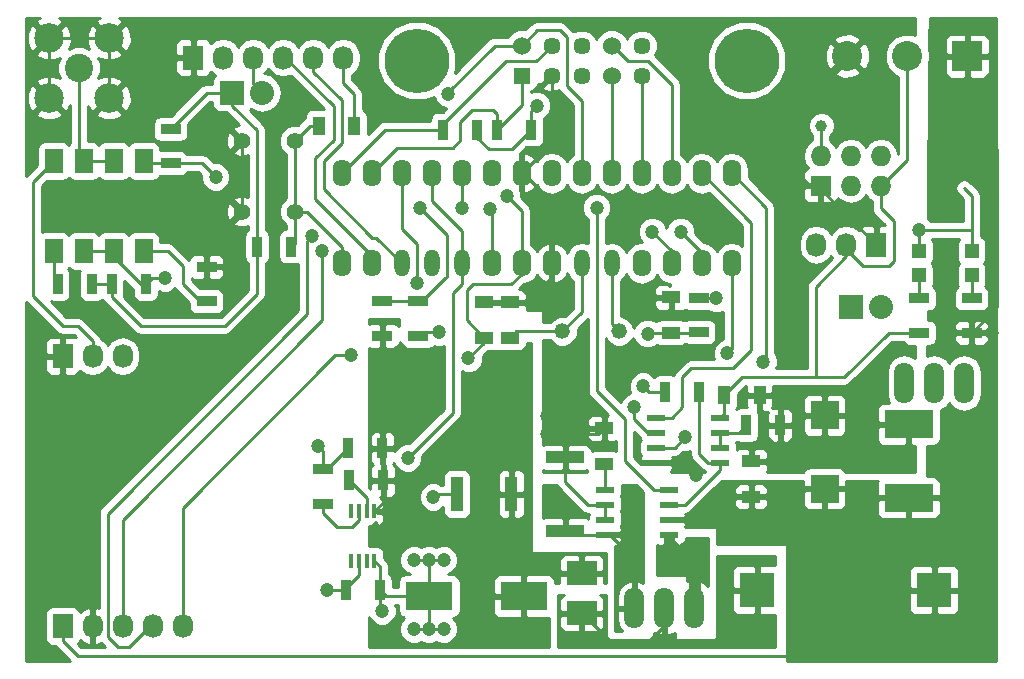
<source format=gtl>
G04 #@! TF.FileFunction,Copper,L1,Top,Signal*
%FSLAX46Y46*%
G04 Gerber Fmt 4.6, Leading zero omitted, Abs format (unit mm)*
G04 Created by KiCad (PCBNEW 4.0.1-stable) date 4/15/2016 12:19:49 PM*
%MOMM*%
G01*
G04 APERTURE LIST*
%ADD10C,0.150000*%
%ADD11O,1.600000X2.300000*%
%ADD12O,1.300000X2.300000*%
%ADD13R,1.000000X3.000000*%
%ADD14R,2.430000X2.370000*%
%ADD15R,4.130000X2.370000*%
%ADD16R,2.500000X2.000000*%
%ADD17R,1.198880X1.198880*%
%ADD18C,5.461000*%
%ADD19R,1.400000X1.400000*%
%ADD20C,1.524000*%
%ADD21C,1.450000*%
%ADD22R,2.032000X2.032000*%
%ADD23O,2.032000X2.032000*%
%ADD24R,1.727200X2.032000*%
%ADD25O,1.727200X2.032000*%
%ADD26R,1.727200X1.727200*%
%ADD27O,1.727200X1.727200*%
%ADD28C,2.400000*%
%ADD29C,2.500000*%
%ADD30R,1.700000X0.900000*%
%ADD31R,0.900000X1.700000*%
%ADD32R,3.200000X1.000000*%
%ADD33C,1.397000*%
%ADD34R,1.550000X0.600000*%
%ADD35C,1.320800*%
%ADD36R,2.540000X2.540000*%
%ADD37C,2.540000*%
%ADD38R,0.400000X1.200000*%
%ADD39R,1.524000X2.032000*%
%ADD40R,1.000000X1.600000*%
%ADD41R,1.600000X1.000000*%
%ADD42O,1.699260X3.500120*%
%ADD43R,4.000500X2.400300*%
%ADD44R,2.999740X2.999740*%
%ADD45C,1.200000*%
%ADD46C,1.000000*%
%ADD47C,0.254000*%
G04 APERTURE END LIST*
D10*
D11*
X43815000Y-36830000D03*
X46355000Y-36830000D03*
D12*
X48895000Y-36830000D03*
X51435000Y-36830000D03*
X53975000Y-36830000D03*
D11*
X56515000Y-36830000D03*
X59055000Y-36830000D03*
X61595000Y-36830000D03*
D12*
X64135000Y-36830000D03*
X66675000Y-36830000D03*
D11*
X69215000Y-36830000D03*
X71755000Y-36830000D03*
X74295000Y-36830000D03*
X76835000Y-36830000D03*
X76835000Y-29210000D03*
X74295000Y-29210000D03*
X71755000Y-29210000D03*
X69215000Y-29210000D03*
X66675000Y-29210000D03*
X64135000Y-29210000D03*
X61595000Y-29210000D03*
X59055000Y-29210000D03*
X56515000Y-29210000D03*
X53975000Y-29210000D03*
X51435000Y-29210000D03*
X48895000Y-29210000D03*
X46355000Y-29210000D03*
X43815000Y-29210000D03*
D13*
X58180000Y-56388000D03*
X53580000Y-56388000D03*
D14*
X84709000Y-49712000D03*
X84709000Y-55952000D03*
D15*
X91821000Y-50474000D03*
X91821000Y-56714000D03*
D16*
X64135000Y-66470000D03*
X64135000Y-63070000D03*
D17*
X92710000Y-37879020D03*
X92710000Y-35780980D03*
X97155000Y-37879020D03*
X97155000Y-35780980D03*
D18*
X50165000Y-19685000D03*
X78105000Y-19685000D03*
D19*
X59055000Y-20955000D03*
D20*
X59055000Y-18415000D03*
D21*
X61595000Y-20955000D03*
X61595000Y-18415000D03*
X64135000Y-20955000D03*
X64135000Y-18415000D03*
D20*
X66675000Y-20955000D03*
X66675000Y-18415000D03*
D21*
X69215000Y-20955000D03*
X69215000Y-18415000D03*
D22*
X34544000Y-22415500D03*
D23*
X37084000Y-22415500D03*
D24*
X31242000Y-19431000D03*
D25*
X33782000Y-19431000D03*
X36322000Y-19431000D03*
X38862000Y-19431000D03*
X41402000Y-19431000D03*
X43942000Y-19431000D03*
D26*
X84378800Y-30276800D03*
D27*
X84378800Y-27736800D03*
X86918800Y-30276800D03*
X86918800Y-27736800D03*
X89458800Y-30276800D03*
X89458800Y-27736800D03*
D28*
X21590000Y-20320000D03*
D29*
X19050000Y-17780000D03*
X24130000Y-17780000D03*
X24130000Y-22860000D03*
X19050000Y-22860000D03*
D30*
X92710000Y-42725000D03*
X92710000Y-39825000D03*
X97155000Y-42725000D03*
X97155000Y-39825000D03*
D31*
X59870000Y-25527000D03*
X56970000Y-25527000D03*
X55298000Y-25527000D03*
X52398000Y-25527000D03*
D32*
X62738000Y-59488000D03*
X62738000Y-53288000D03*
D31*
X78052000Y-50546000D03*
X80952000Y-50546000D03*
D30*
X47244000Y-40079000D03*
X47244000Y-42979000D03*
X50292000Y-42979000D03*
X50292000Y-40079000D03*
D31*
X24331000Y-38608000D03*
X27231000Y-38608000D03*
D30*
X32385000Y-37158000D03*
X32385000Y-40058000D03*
D31*
X19759000Y-38608000D03*
X22659000Y-38608000D03*
X47322400Y-55219600D03*
X44422400Y-55219600D03*
X44371600Y-52527200D03*
X47271600Y-52527200D03*
X47068400Y-64541400D03*
X44168400Y-64541400D03*
D30*
X42240200Y-57203000D03*
X42240200Y-54303000D03*
X29337000Y-25474000D03*
X29337000Y-28374000D03*
D33*
X39842440Y-32463740D03*
X35341560Y-32463740D03*
X39842440Y-26464260D03*
X35341560Y-26464260D03*
D34*
X71534000Y-59817000D03*
X71534000Y-58547000D03*
X71534000Y-57277000D03*
X71534000Y-56007000D03*
X66134000Y-56007000D03*
X66134000Y-57277000D03*
X66134000Y-58547000D03*
X66134000Y-59817000D03*
X70452000Y-49911000D03*
X70452000Y-51181000D03*
X70452000Y-52451000D03*
X70452000Y-53721000D03*
X75852000Y-53721000D03*
X75852000Y-52451000D03*
X75852000Y-51181000D03*
X75852000Y-49911000D03*
D35*
X67335400Y-42621200D03*
X62509400Y-42621200D03*
D36*
X96774000Y-19304000D03*
D37*
X91694000Y-19304000D03*
X86614000Y-19304000D03*
D38*
X46593400Y-57844000D03*
X45943400Y-57844000D03*
X45293400Y-57844000D03*
X44643400Y-57844000D03*
X44643400Y-62044000D03*
X45293400Y-62044000D03*
X45943400Y-62044000D03*
X46593400Y-62044000D03*
D39*
X19431000Y-35814000D03*
X21971000Y-35814000D03*
X24511000Y-35814000D03*
X27051000Y-35814000D03*
X27051000Y-28194000D03*
X24511000Y-28194000D03*
X21971000Y-28194000D03*
X19431000Y-28194000D03*
D22*
X86918800Y-40513000D03*
D23*
X89458800Y-40513000D03*
D24*
X89077800Y-35280600D03*
D25*
X86537800Y-35280600D03*
X83997800Y-35280600D03*
D30*
X74041000Y-39774200D03*
X74041000Y-42674200D03*
D31*
X39550000Y-35433000D03*
X36650000Y-35433000D03*
D40*
X44870500Y-25209500D03*
X41870500Y-25209500D03*
D41*
X66040000Y-53824000D03*
X66040000Y-50824000D03*
D40*
X79224000Y-48006000D03*
X76224000Y-48006000D03*
D41*
X58039000Y-40156000D03*
X58039000Y-43156000D03*
X71704200Y-39724200D03*
X71704200Y-42724200D03*
X55880000Y-40156000D03*
X55880000Y-43156000D03*
X78486000Y-56618000D03*
X78486000Y-53618000D03*
D31*
X71194000Y-47752000D03*
X74094000Y-47752000D03*
D42*
X71120000Y-66040000D03*
X73660000Y-66040000D03*
X68580000Y-66040000D03*
X93980000Y-46990000D03*
X91440000Y-46990000D03*
X96520000Y-46990000D03*
D43*
X59245500Y-65024000D03*
X51244500Y-65024000D03*
D44*
X78987000Y-64516000D03*
X93987000Y-64516000D03*
D24*
X20193000Y-67564000D03*
D25*
X22733000Y-67564000D03*
X25273000Y-67564000D03*
X27813000Y-67564000D03*
X30353000Y-67564000D03*
D24*
X20193000Y-44704000D03*
D25*
X22733000Y-44704000D03*
X25273000Y-44704000D03*
D45*
X87757000Y-50546000D03*
X51181000Y-67818000D03*
X49911000Y-67818000D03*
X52451000Y-67818000D03*
X51181000Y-61976000D03*
X52451000Y-61976000D03*
X49911000Y-61976000D03*
X69723000Y-40513000D03*
X73787000Y-54737000D03*
X64262000Y-51308000D03*
X62738000Y-51308000D03*
X64262000Y-49784000D03*
X61214000Y-51308000D03*
X61214000Y-49784000D03*
X62738000Y-49784000D03*
X51562000Y-56642000D03*
X52070000Y-42672000D03*
X92710000Y-34036000D03*
X47244000Y-66294000D03*
X44577000Y-44640500D03*
X54546500Y-44894500D03*
X52832000Y-22479000D03*
X60325000Y-23495000D03*
X57785000Y-31115000D03*
D46*
X84429600Y-25191720D03*
D45*
X98907600Y-42748200D03*
X69342000Y-47244000D03*
X58420000Y-45720000D03*
X75514200Y-39827200D03*
X69723000Y-42799000D03*
X42545000Y-64516000D03*
X49403000Y-53340000D03*
X56388000Y-32258000D03*
X65405000Y-32131000D03*
X76454000Y-44450000D03*
X68580000Y-49022000D03*
X72898000Y-51562000D03*
X79502000Y-45212000D03*
X33147000Y-29540200D03*
X53975000Y-32131000D03*
X50419000Y-32131000D03*
X28829000Y-38100000D03*
X50165000Y-38506400D03*
X41783000Y-52324000D03*
X42164000Y-35814000D03*
X70104000Y-34163000D03*
X72517000Y-34163000D03*
X41275000Y-34544000D03*
D47*
X91821000Y-50474000D02*
X87829000Y-50474000D01*
X87829000Y-50474000D02*
X87757000Y-50546000D01*
X51181000Y-67818000D02*
X49911000Y-67818000D01*
X51181000Y-67818000D02*
X51943000Y-67818000D01*
X51244500Y-67754500D02*
X51181000Y-67818000D01*
X51244500Y-65024000D02*
X51244500Y-67754500D01*
X51943000Y-67818000D02*
X52451000Y-67818000D01*
X51181000Y-61976000D02*
X52451000Y-61976000D01*
X49911000Y-61976000D02*
X51181000Y-61976000D01*
X51244500Y-62039500D02*
X51181000Y-61976000D01*
X51244500Y-62039500D02*
X51244500Y-65024000D01*
X51244500Y-65024000D02*
X47551000Y-65024000D01*
X47551000Y-65024000D02*
X47068400Y-64541400D01*
X51612800Y-65735200D02*
X51562000Y-65786000D01*
X92710000Y-34036000D02*
X97155000Y-34036000D01*
X97155000Y-34036000D02*
X97091500Y-34036000D01*
X97091500Y-34036000D02*
X97155000Y-34036000D01*
X31242000Y-19431000D02*
X25781000Y-19431000D01*
X25781000Y-19431000D02*
X24130000Y-17780000D01*
X70511800Y-39724200D02*
X71704200Y-39724200D01*
X69723000Y-40513000D02*
X70511800Y-39724200D01*
X70452000Y-53721000D02*
X72771000Y-53721000D01*
X72771000Y-53721000D02*
X73787000Y-54737000D01*
X64262000Y-51308000D02*
X65556000Y-51308000D01*
X65556000Y-51308000D02*
X66040000Y-50824000D01*
X66134000Y-57277000D02*
X64643000Y-57277000D01*
X62738000Y-55372000D02*
X62738000Y-53288000D01*
X64643000Y-57277000D02*
X62738000Y-55372000D01*
X66134000Y-58547000D02*
X66134000Y-57277000D01*
X64262000Y-49784000D02*
X64262000Y-51308000D01*
X64262000Y-51308000D02*
X62738000Y-51308000D01*
X62738000Y-51308000D02*
X62738000Y-53288000D01*
X61214000Y-49784000D02*
X61214000Y-51308000D01*
X61214000Y-51308000D02*
X62738000Y-51308000D01*
X62738000Y-51308000D02*
X62738000Y-49784000D01*
X53580000Y-56388000D02*
X51816000Y-56388000D01*
X51816000Y-56388000D02*
X51562000Y-56642000D01*
X50599000Y-42672000D02*
X52070000Y-42672000D01*
X50599000Y-42672000D02*
X50292000Y-42979000D01*
X86614000Y-19304000D02*
X86614000Y-19685000D01*
X86614000Y-19685000D02*
X82423000Y-23876000D01*
X83489800Y-30276800D02*
X84378800Y-30276800D01*
X82423000Y-29210000D02*
X83489800Y-30276800D01*
X82423000Y-23876000D02*
X82423000Y-29210000D01*
X92710000Y-35780980D02*
X92710000Y-34036000D01*
X58039000Y-40156000D02*
X59412000Y-40156000D01*
X59412000Y-40156000D02*
X61595000Y-37973000D01*
X61595000Y-37973000D02*
X61595000Y-36830000D01*
X55880000Y-40156000D02*
X58039000Y-40156000D01*
X47068400Y-64541400D02*
X47068400Y-66118400D01*
X47068400Y-66118400D02*
X47244000Y-66294000D01*
X47068400Y-64541400D02*
X47068400Y-64844000D01*
X47068400Y-64541400D02*
X47068400Y-62519000D01*
X47068400Y-62519000D02*
X46593400Y-62044000D01*
X35458400Y-32580580D02*
X35341560Y-32463740D01*
X59055000Y-29210000D02*
X59156600Y-29210000D01*
X59156600Y-29210000D02*
X61595000Y-31648400D01*
X61595000Y-31648400D02*
X61595000Y-36830000D01*
X61595000Y-20955000D02*
X61595000Y-26670000D01*
X61595000Y-26670000D02*
X59055000Y-29210000D01*
X24130000Y-17780000D02*
X24130000Y-22860000D01*
X19050000Y-17780000D02*
X19050000Y-22860000D01*
X19050000Y-17780000D02*
X24130000Y-17780000D01*
X86614000Y-19304000D02*
X87706200Y-19304000D01*
X84378800Y-30276800D02*
X84378800Y-30581600D01*
X84378800Y-30581600D02*
X89077800Y-35280600D01*
X35341560Y-26464260D02*
X35341560Y-32463740D01*
X97155000Y-35780980D02*
X97155000Y-34036000D01*
X97155000Y-34036000D02*
X97155000Y-31115000D01*
X97155000Y-31115000D02*
X96520000Y-30480000D01*
X92489020Y-35560000D02*
X92710000Y-35780980D01*
X30353000Y-67564000D02*
X30353000Y-57531000D01*
X54546500Y-44894500D02*
X55880000Y-43561000D01*
X43243500Y-44640500D02*
X44577000Y-44640500D01*
X30353000Y-57531000D02*
X43243500Y-44640500D01*
X24331000Y-38608000D02*
X24331000Y-39698000D01*
X36650000Y-39423000D02*
X36650000Y-35433000D01*
X33909000Y-42164000D02*
X36650000Y-39423000D01*
X26797000Y-42164000D02*
X30353000Y-42164000D01*
X30353000Y-42164000D02*
X33909000Y-42164000D01*
X24331000Y-39698000D02*
X26797000Y-42164000D01*
X22659000Y-38608000D02*
X24331000Y-38608000D01*
X34544000Y-22415500D02*
X32395500Y-22415500D01*
X32395500Y-22415500D02*
X29337000Y-25474000D01*
X36650000Y-35433000D02*
X36650000Y-25601000D01*
X34544000Y-23495000D02*
X34544000Y-22415500D01*
X36650000Y-25601000D02*
X34544000Y-23495000D01*
X55880000Y-43561000D02*
X55880000Y-43156000D01*
X86537800Y-35280600D02*
X86537800Y-36271200D01*
X86537800Y-36271200D02*
X83947000Y-38862000D01*
X83947000Y-38862000D02*
X83947000Y-46482000D01*
X76224000Y-48006000D02*
X76224000Y-47982000D01*
X76224000Y-47982000D02*
X77724000Y-46482000D01*
X90117000Y-42725000D02*
X92710000Y-42725000D01*
X86360000Y-46482000D02*
X90117000Y-42725000D01*
X77724000Y-46482000D02*
X83947000Y-46482000D01*
X83947000Y-46482000D02*
X86360000Y-46482000D01*
X76224000Y-48006000D02*
X76224000Y-49539000D01*
X76224000Y-49539000D02*
X75852000Y-49911000D01*
X54406800Y-41200200D02*
X54406800Y-41682800D01*
X58166000Y-38633400D02*
X54922024Y-38633400D01*
X54922024Y-38633400D02*
X54406800Y-39148624D01*
X54406800Y-39148624D02*
X54406800Y-41200200D01*
X59055000Y-37744400D02*
X58166000Y-38633400D01*
X54406800Y-41682800D02*
X55880000Y-43156000D01*
X59870000Y-25527000D02*
X59870000Y-23950000D01*
X59870000Y-23950000D02*
X60325000Y-23495000D01*
X52832000Y-22479000D02*
X52768500Y-22415500D01*
X52768500Y-22415500D02*
X52832000Y-22479000D01*
X52832000Y-22479000D02*
X52832000Y-22352000D01*
X59055000Y-36830000D02*
X59055000Y-32385000D01*
X59055000Y-32385000D02*
X57785000Y-31115000D01*
X55298000Y-25527000D02*
X55298000Y-26215000D01*
X55298000Y-26215000D02*
X56261000Y-27178000D01*
X58219000Y-27178000D02*
X59870000Y-25527000D01*
X56261000Y-27178000D02*
X58219000Y-27178000D01*
X59055000Y-36830000D02*
X59055000Y-37744400D01*
X64135000Y-29210000D02*
X64135000Y-23088600D01*
X60355480Y-17114520D02*
X59055000Y-18415000D01*
X62301120Y-17114520D02*
X60355480Y-17114520D01*
X62865000Y-17678400D02*
X62301120Y-17114520D01*
X62865000Y-21818600D02*
X62865000Y-17678400D01*
X64135000Y-23088600D02*
X62865000Y-21818600D01*
X59055000Y-36830000D02*
X59055000Y-36880800D01*
X58826400Y-36601400D02*
X59055000Y-36830000D01*
X89458800Y-30276800D02*
X89458800Y-32181800D01*
X87960200Y-37053520D02*
X86362540Y-35455860D01*
X90175080Y-37053520D02*
X87960200Y-37053520D01*
X90551000Y-36677600D02*
X90175080Y-37053520D01*
X90551000Y-33274000D02*
X90551000Y-36677600D01*
X89458800Y-32181800D02*
X90551000Y-33274000D01*
X89458800Y-30276800D02*
X89509600Y-30276800D01*
X89509600Y-30276800D02*
X91694000Y-28092400D01*
X91694000Y-28092400D02*
X91694000Y-19304000D01*
X92710000Y-42725000D02*
X92072800Y-42725000D01*
X52832000Y-22352000D02*
X56769000Y-18415000D01*
X56769000Y-18415000D02*
X59055000Y-18415000D01*
X55298000Y-25527000D02*
X55298000Y-26088000D01*
X43942000Y-19431000D02*
X43942000Y-21590000D01*
X44870500Y-22518500D02*
X44870500Y-24447500D01*
X43942000Y-21590000D02*
X44870500Y-22518500D01*
X41870500Y-25209500D02*
X41097200Y-25209500D01*
X41097200Y-25209500D02*
X39842440Y-26464260D01*
X84378800Y-25242520D02*
X84378800Y-27736800D01*
X84429600Y-25191720D02*
X84378800Y-25242520D01*
X39842440Y-32463740D02*
X40845740Y-32463740D01*
X43815000Y-35433000D02*
X43815000Y-36830000D01*
X40845740Y-32463740D02*
X43815000Y-35433000D01*
X39842440Y-32463740D02*
X39842440Y-35216760D01*
X39842440Y-35216760D02*
X39626200Y-35433000D01*
X39842440Y-32463740D02*
X39842440Y-32476440D01*
X39842440Y-26464260D02*
X39842440Y-32463740D01*
X66134000Y-56007000D02*
X66134000Y-53918000D01*
X66134000Y-53918000D02*
X66040000Y-53824000D01*
X20193000Y-67564000D02*
X20193000Y-68834000D01*
X93987000Y-68700000D02*
X93987000Y-64516000D01*
X92583000Y-70104000D02*
X93987000Y-68700000D01*
X21463000Y-70104000D02*
X92583000Y-70104000D01*
X20193000Y-68834000D02*
X21463000Y-70104000D01*
X97155000Y-42725000D02*
X98884400Y-42725000D01*
X98884400Y-42725000D02*
X98907600Y-42748200D01*
X96774000Y-19304000D02*
X96774000Y-24638000D01*
X99314000Y-40566000D02*
X97155000Y-42725000D01*
X99314000Y-27178000D02*
X99314000Y-40566000D01*
X96774000Y-24638000D02*
X99314000Y-27178000D01*
X47322400Y-55219600D02*
X50063400Y-55219600D01*
X52197000Y-53086000D02*
X58180000Y-53086000D01*
X50063400Y-55219600D02*
X52197000Y-53086000D01*
X71194000Y-47752000D02*
X69850000Y-47752000D01*
X69850000Y-47752000D02*
X69342000Y-47244000D01*
X58420000Y-45720000D02*
X58180000Y-45960000D01*
X58180000Y-45960000D02*
X58180000Y-53086000D01*
X58180000Y-53086000D02*
X58180000Y-56388000D01*
X47244000Y-42979000D02*
X47244000Y-52499600D01*
X47244000Y-52499600D02*
X47271600Y-52527200D01*
X47244000Y-52499600D02*
X47271600Y-52527200D01*
X47322400Y-55219600D02*
X47322400Y-52578000D01*
X47322400Y-52578000D02*
X47271600Y-52527200D01*
X47322400Y-55219600D02*
X47322400Y-57115000D01*
X47322400Y-57115000D02*
X46593400Y-57844000D01*
X62509400Y-42621200D02*
X58573800Y-42621200D01*
X58573800Y-42621200D02*
X58039000Y-43156000D01*
X74041000Y-39774200D02*
X75461200Y-39774200D01*
X75461200Y-39774200D02*
X75514200Y-39827200D01*
X64135000Y-36830000D02*
X64135000Y-40995600D01*
X64135000Y-40995600D02*
X62509400Y-42621200D01*
X62482600Y-42648000D02*
X62509400Y-42621200D01*
X71704200Y-42724200D02*
X69797800Y-42724200D01*
X69797800Y-42724200D02*
X69723000Y-42799000D01*
X66675000Y-36830000D02*
X66675000Y-41960800D01*
X66675000Y-41960800D02*
X67335400Y-42621200D01*
X71704200Y-42724200D02*
X73991000Y-42724200D01*
X73991000Y-42724200D02*
X74041000Y-42674200D01*
X67438400Y-42724200D02*
X67335400Y-42621200D01*
X71120000Y-66040000D02*
X71120000Y-67437000D01*
X71120000Y-66040000D02*
X71120000Y-67564000D01*
X71120000Y-67564000D02*
X69596000Y-69088000D01*
X66753000Y-69088000D02*
X64135000Y-66470000D01*
X69596000Y-69088000D02*
X66753000Y-69088000D01*
X71120000Y-66040000D02*
X71120000Y-65468500D01*
X38862000Y-19431000D02*
X39052500Y-19431000D01*
X39052500Y-19431000D02*
X43130301Y-23508801D01*
X43130301Y-23508801D02*
X43130301Y-26429801D01*
X43130301Y-26429801D02*
X41592500Y-27967602D01*
X41592500Y-27967602D02*
X41592500Y-31432500D01*
X41592500Y-31432500D02*
X46355000Y-36195000D01*
X46355000Y-36195000D02*
X46355000Y-36830000D01*
X41402000Y-19431000D02*
X41402000Y-20637500D01*
X46736000Y-34671000D02*
X48895000Y-36830000D01*
X46418500Y-34671000D02*
X46736000Y-34671000D01*
X42308949Y-30561449D02*
X46418500Y-34671000D01*
X42308949Y-28176051D02*
X42308949Y-30561449D01*
X43815000Y-26670000D02*
X42308949Y-28176051D01*
X43815000Y-23050500D02*
X43815000Y-26670000D01*
X41402000Y-20637500D02*
X43815000Y-23050500D01*
X48895000Y-36766500D02*
X48895000Y-36830000D01*
X53975000Y-36830000D02*
X53975000Y-38608000D01*
X42570400Y-64541400D02*
X42545000Y-64516000D01*
X42570400Y-64541400D02*
X44168400Y-64541400D01*
X53213000Y-49530000D02*
X49403000Y-53340000D01*
X53213000Y-39370000D02*
X53213000Y-49530000D01*
X53975000Y-38608000D02*
X53213000Y-39370000D01*
X43967400Y-64541400D02*
X44168400Y-64541400D01*
X44168400Y-64541400D02*
X44168400Y-64340400D01*
X44168400Y-64340400D02*
X45293400Y-63215400D01*
X45293400Y-63215400D02*
X45293400Y-62044000D01*
X51435000Y-29210000D02*
X51435000Y-31597600D01*
X53975000Y-34137600D02*
X53975000Y-36830000D01*
X51435000Y-31597600D02*
X53975000Y-34137600D01*
X65405000Y-47625000D02*
X65405000Y-32131000D01*
X70231000Y-56007000D02*
X67818000Y-53594000D01*
X67818000Y-53594000D02*
X67818000Y-50038000D01*
X71534000Y-56007000D02*
X70231000Y-56007000D01*
X56515000Y-32385000D02*
X56388000Y-32258000D01*
X56515000Y-32385000D02*
X56515000Y-36830000D01*
X67818000Y-50038000D02*
X65405000Y-47625000D01*
X76835000Y-44069000D02*
X76835000Y-36830000D01*
X76454000Y-44450000D02*
X76835000Y-44069000D01*
X70452000Y-51181000D02*
X69723000Y-51181000D01*
X69723000Y-51181000D02*
X68580000Y-50038000D01*
X68580000Y-50038000D02*
X68580000Y-49022000D01*
X76708000Y-36957000D02*
X76835000Y-36830000D01*
X70452000Y-52451000D02*
X72009000Y-52451000D01*
X72009000Y-52451000D02*
X72898000Y-51562000D01*
X79756000Y-32131000D02*
X76835000Y-29210000D01*
X79756000Y-44958000D02*
X79756000Y-32131000D01*
X79502000Y-45212000D02*
X79756000Y-44958000D01*
X72644000Y-46736000D02*
X72644000Y-46482000D01*
X74295000Y-29210000D02*
X78486000Y-33401000D01*
X78486000Y-40894000D02*
X78486000Y-33401000D01*
X72644000Y-49022000D02*
X72644000Y-46736000D01*
X71755000Y-49911000D02*
X72644000Y-49022000D01*
X71755000Y-49911000D02*
X70452000Y-49911000D01*
X78486000Y-44196000D02*
X78486000Y-40894000D01*
X76962000Y-45720000D02*
X78486000Y-44196000D01*
X73406000Y-45720000D02*
X76962000Y-45720000D01*
X72644000Y-46482000D02*
X73406000Y-45720000D01*
X66675000Y-18415000D02*
X66802000Y-18415000D01*
X66802000Y-18415000D02*
X68072000Y-19685000D01*
X68072000Y-19685000D02*
X69723000Y-19685000D01*
X69723000Y-19685000D02*
X71755000Y-21717000D01*
X71755000Y-21717000D02*
X71755000Y-29210000D01*
X69215000Y-20955000D02*
X69215000Y-29210000D01*
X66675000Y-20955000D02*
X66675000Y-29210000D01*
X29337000Y-28374000D02*
X31980800Y-28374000D01*
X31980800Y-28374000D02*
X33147000Y-29540200D01*
X29337000Y-28374000D02*
X27231000Y-28374000D01*
X27231000Y-28374000D02*
X27051000Y-28194000D01*
X53975000Y-32131000D02*
X53975000Y-29210000D01*
X52705000Y-34417000D02*
X50419000Y-32131000D01*
X52578000Y-38100000D02*
X50980000Y-39698000D01*
X52705000Y-37973000D02*
X52578000Y-38100000D01*
X52705000Y-34417000D02*
X52705000Y-37973000D01*
X47244000Y-40079000D02*
X50292000Y-40079000D01*
X50292000Y-39698000D02*
X50980000Y-39698000D01*
X27739000Y-38100000D02*
X27231000Y-38608000D01*
X28829000Y-38100000D02*
X27739000Y-38100000D01*
X21971000Y-35814000D02*
X24511000Y-35814000D01*
X24511000Y-35814000D02*
X24511000Y-36322000D01*
X24511000Y-36322000D02*
X26797000Y-38608000D01*
X26797000Y-38608000D02*
X27231000Y-38608000D01*
X48895000Y-33934400D02*
X50165000Y-35204400D01*
X50165000Y-35204400D02*
X50165000Y-38506400D01*
X48895000Y-29210000D02*
X48895000Y-33934400D01*
X56970000Y-25527000D02*
X56970000Y-24204000D01*
X48514000Y-27051000D02*
X46355000Y-29210000D01*
X53213000Y-27051000D02*
X48514000Y-27051000D01*
X53848000Y-26416000D02*
X53213000Y-27051000D01*
X53848000Y-24892000D02*
X53848000Y-26416000D01*
X54864000Y-23876000D02*
X53848000Y-24892000D01*
X56642000Y-23876000D02*
X54864000Y-23876000D01*
X56970000Y-24204000D02*
X56642000Y-23876000D01*
X56970000Y-25527000D02*
X56970000Y-25961000D01*
X59055000Y-20955000D02*
X59055000Y-23442000D01*
X59055000Y-23442000D02*
X56970000Y-25527000D01*
X61595000Y-18415000D02*
X61587380Y-18415000D01*
X61587380Y-18415000D02*
X60289440Y-19712940D01*
X60289440Y-19712940D02*
X57757060Y-19712940D01*
X52398000Y-25527000D02*
X52398000Y-25072000D01*
X52398000Y-25072000D02*
X57757060Y-19712940D01*
X52398000Y-25527000D02*
X47498000Y-25527000D01*
X47498000Y-25527000D02*
X43815000Y-29210000D01*
X61595000Y-18415000D02*
X61722000Y-18415000D01*
X36322000Y-19431000D02*
X36322000Y-21653500D01*
X36322000Y-21653500D02*
X37084000Y-22415500D01*
X24511000Y-28194000D02*
X21971000Y-28194000D01*
X21590000Y-20320000D02*
X21590000Y-27813000D01*
X21590000Y-27813000D02*
X21971000Y-28194000D01*
X71534000Y-59817000D02*
X71534000Y-59977000D01*
X71534000Y-59977000D02*
X73660000Y-62103000D01*
X73660000Y-62103000D02*
X73660000Y-66040000D01*
X71534000Y-59817000D02*
X71882000Y-59817000D01*
X66134000Y-59817000D02*
X66548000Y-59817000D01*
X66548000Y-59817000D02*
X68580000Y-61849000D01*
X68580000Y-61849000D02*
X68580000Y-66040000D01*
X66134000Y-59817000D02*
X63067000Y-59817000D01*
X63067000Y-59817000D02*
X62738000Y-59488000D01*
X68453000Y-65913000D02*
X68580000Y-66040000D01*
X75852000Y-51181000D02*
X77417000Y-51181000D01*
X77417000Y-51181000D02*
X78052000Y-50546000D01*
X75852000Y-52451000D02*
X75852000Y-51181000D01*
X32385000Y-40058000D02*
X31803000Y-40058000D01*
X31803000Y-40058000D02*
X30353000Y-38608000D01*
X30353000Y-38608000D02*
X30353000Y-37084000D01*
X30353000Y-37084000D02*
X29083000Y-35814000D01*
X29083000Y-35814000D02*
X27051000Y-35814000D01*
X19431000Y-35814000D02*
X19431000Y-38280000D01*
X19431000Y-38280000D02*
X19759000Y-38608000D01*
X45943400Y-57844000D02*
X45943400Y-56740600D01*
X45943400Y-56740600D02*
X44422400Y-55219600D01*
X42240200Y-52781200D02*
X42240200Y-54303000D01*
X41783000Y-52324000D02*
X42240200Y-52781200D01*
X42240200Y-54303000D02*
X42595800Y-54303000D01*
X42595800Y-54303000D02*
X44371600Y-52527200D01*
X42240200Y-54051200D02*
X42240200Y-54303000D01*
X43434000Y-59182000D02*
X44729400Y-59182000D01*
X44729400Y-59182000D02*
X45293400Y-58618000D01*
X42240200Y-57203000D02*
X42240200Y-57988200D01*
X42240200Y-57988200D02*
X43434000Y-59182000D01*
X45293400Y-58618000D02*
X45293400Y-57844000D01*
X93980000Y-46990000D02*
X93980000Y-46228000D01*
X93980000Y-47434500D02*
X93980000Y-46990000D01*
X92710000Y-37879020D02*
X92710000Y-39825000D01*
X97155000Y-37879020D02*
X97155000Y-39825000D01*
X22733000Y-44704000D02*
X22733000Y-43434000D01*
X17653000Y-29972000D02*
X19431000Y-28194000D01*
X17653000Y-39624000D02*
X17653000Y-29972000D01*
X20193000Y-42164000D02*
X17653000Y-39624000D01*
X21463000Y-42164000D02*
X20193000Y-42164000D01*
X22733000Y-43434000D02*
X21463000Y-42164000D01*
X74094000Y-47752000D02*
X74094000Y-53012000D01*
X74803000Y-53721000D02*
X75852000Y-53721000D01*
X74094000Y-53012000D02*
X74803000Y-53721000D01*
X71534000Y-57277000D02*
X72898000Y-57277000D01*
X75852000Y-54323000D02*
X75852000Y-53721000D01*
X72898000Y-57277000D02*
X75852000Y-54323000D01*
X42164000Y-35814000D02*
X42164000Y-41656000D01*
X71755000Y-35814000D02*
X70104000Y-34163000D01*
X25273000Y-58547000D02*
X25273000Y-67564000D01*
X42164000Y-41656000D02*
X25273000Y-58547000D01*
X71755000Y-36830000D02*
X71755000Y-35814000D01*
X27813000Y-67564000D02*
X27559000Y-67564000D01*
X27559000Y-67564000D02*
X25781000Y-69342000D01*
X25781000Y-69342000D02*
X24892000Y-69342000D01*
X24892000Y-69342000D02*
X24003000Y-68453000D01*
X24003000Y-68453000D02*
X24003000Y-58039000D01*
X24003000Y-58039000D02*
X40894000Y-41148000D01*
X40894000Y-41148000D02*
X40894000Y-34925000D01*
X40894000Y-34925000D02*
X41275000Y-34544000D01*
X74295000Y-36830000D02*
X74295000Y-35941000D01*
X74295000Y-35941000D02*
X72517000Y-34163000D01*
G36*
X99250500Y-70548500D02*
X81534000Y-70548500D01*
X81534000Y-64801750D01*
X91852130Y-64801750D01*
X91852130Y-66142180D01*
X91948803Y-66375569D01*
X92127432Y-66554197D01*
X92360821Y-66650870D01*
X93701250Y-66650870D01*
X93860000Y-66492120D01*
X93860000Y-64643000D01*
X94114000Y-64643000D01*
X94114000Y-66492120D01*
X94272750Y-66650870D01*
X95613179Y-66650870D01*
X95846568Y-66554197D01*
X96025197Y-66375569D01*
X96121870Y-66142180D01*
X96121870Y-64801750D01*
X95963120Y-64643000D01*
X94114000Y-64643000D01*
X93860000Y-64643000D01*
X92010880Y-64643000D01*
X91852130Y-64801750D01*
X81534000Y-64801750D01*
X81534000Y-62889820D01*
X91852130Y-62889820D01*
X91852130Y-64230250D01*
X92010880Y-64389000D01*
X93860000Y-64389000D01*
X93860000Y-62539880D01*
X94114000Y-62539880D01*
X94114000Y-64389000D01*
X95963120Y-64389000D01*
X96121870Y-64230250D01*
X96121870Y-62889820D01*
X96025197Y-62656431D01*
X95846568Y-62477803D01*
X95613179Y-62381130D01*
X94272750Y-62381130D01*
X94114000Y-62539880D01*
X93860000Y-62539880D01*
X93701250Y-62381130D01*
X92360821Y-62381130D01*
X92127432Y-62477803D01*
X91948803Y-62656431D01*
X91852130Y-62889820D01*
X81534000Y-62889820D01*
X81534000Y-60706000D01*
X81523994Y-60656590D01*
X81495553Y-60614965D01*
X81453159Y-60587685D01*
X81407000Y-60579000D01*
X75565000Y-60579000D01*
X75565000Y-59309000D01*
X75554994Y-59259590D01*
X75526553Y-59217965D01*
X75484159Y-59190685D01*
X75438000Y-59182000D01*
X72857558Y-59182000D01*
X72944000Y-58973310D01*
X72944000Y-58832750D01*
X72785250Y-58674000D01*
X71661000Y-58674000D01*
X71661000Y-58694000D01*
X71407000Y-58694000D01*
X71407000Y-58674000D01*
X71387000Y-58674000D01*
X71387000Y-58420000D01*
X71407000Y-58420000D01*
X71407000Y-58400000D01*
X71661000Y-58400000D01*
X71661000Y-58420000D01*
X72785250Y-58420000D01*
X72944000Y-58261250D01*
X72944000Y-58120690D01*
X72909237Y-58036765D01*
X73189605Y-57980996D01*
X73436815Y-57815815D01*
X74348880Y-56903750D01*
X77051000Y-56903750D01*
X77051000Y-57244309D01*
X77147673Y-57477698D01*
X77326301Y-57656327D01*
X77559690Y-57753000D01*
X78200250Y-57753000D01*
X78359000Y-57594250D01*
X78359000Y-56745000D01*
X78613000Y-56745000D01*
X78613000Y-57594250D01*
X78771750Y-57753000D01*
X79412310Y-57753000D01*
X79645699Y-57656327D01*
X79824327Y-57477698D01*
X79921000Y-57244309D01*
X79921000Y-56903750D01*
X79762250Y-56745000D01*
X78613000Y-56745000D01*
X78359000Y-56745000D01*
X77209750Y-56745000D01*
X77051000Y-56903750D01*
X74348880Y-56903750D01*
X75260939Y-55991691D01*
X77051000Y-55991691D01*
X77051000Y-56332250D01*
X77209750Y-56491000D01*
X78359000Y-56491000D01*
X78359000Y-55641750D01*
X78613000Y-55641750D01*
X78613000Y-56491000D01*
X79762250Y-56491000D01*
X79921000Y-56332250D01*
X79921000Y-56237750D01*
X82859000Y-56237750D01*
X82859000Y-57263309D01*
X82955673Y-57496698D01*
X83134301Y-57675327D01*
X83367690Y-57772000D01*
X84423250Y-57772000D01*
X84582000Y-57613250D01*
X84582000Y-56079000D01*
X84836000Y-56079000D01*
X84836000Y-57613250D01*
X84994750Y-57772000D01*
X86050310Y-57772000D01*
X86283699Y-57675327D01*
X86462327Y-57496698D01*
X86559000Y-57263309D01*
X86559000Y-56999750D01*
X89121000Y-56999750D01*
X89121000Y-58025309D01*
X89217673Y-58258698D01*
X89396301Y-58437327D01*
X89629690Y-58534000D01*
X91535250Y-58534000D01*
X91694000Y-58375250D01*
X91694000Y-56841000D01*
X91948000Y-56841000D01*
X91948000Y-58375250D01*
X92106750Y-58534000D01*
X94012310Y-58534000D01*
X94245699Y-58437327D01*
X94424327Y-58258698D01*
X94521000Y-58025309D01*
X94521000Y-56999750D01*
X94362250Y-56841000D01*
X91948000Y-56841000D01*
X91694000Y-56841000D01*
X89279750Y-56841000D01*
X89121000Y-56999750D01*
X86559000Y-56999750D01*
X86559000Y-56237750D01*
X86400250Y-56079000D01*
X84836000Y-56079000D01*
X84582000Y-56079000D01*
X83017750Y-56079000D01*
X82859000Y-56237750D01*
X79921000Y-56237750D01*
X79921000Y-55991691D01*
X79824327Y-55758302D01*
X79645699Y-55579673D01*
X79412310Y-55483000D01*
X78771750Y-55483000D01*
X78613000Y-55641750D01*
X78359000Y-55641750D01*
X78200250Y-55483000D01*
X77559690Y-55483000D01*
X77326301Y-55579673D01*
X77147673Y-55758302D01*
X77051000Y-55991691D01*
X75260939Y-55991691D01*
X76007630Y-55245000D01*
X82859000Y-55245000D01*
X82859000Y-55666250D01*
X83017750Y-55825000D01*
X84582000Y-55825000D01*
X84582000Y-55805000D01*
X84836000Y-55805000D01*
X84836000Y-55825000D01*
X86400250Y-55825000D01*
X86559000Y-55666250D01*
X86559000Y-55245000D01*
X89186318Y-55245000D01*
X89121000Y-55402691D01*
X89121000Y-56428250D01*
X89279750Y-56587000D01*
X91694000Y-56587000D01*
X91694000Y-56567000D01*
X91948000Y-56567000D01*
X91948000Y-56587000D01*
X94362250Y-56587000D01*
X94521000Y-56428250D01*
X94521000Y-55402691D01*
X94424327Y-55169302D01*
X94245699Y-54990673D01*
X94012310Y-54894000D01*
X93346438Y-54894000D01*
X93363025Y-52306440D01*
X93886000Y-52306440D01*
X94121317Y-52262162D01*
X94337441Y-52123090D01*
X94482431Y-51910890D01*
X94533440Y-51659000D01*
X94533440Y-49311700D01*
X94548143Y-49308775D01*
X95029792Y-48986948D01*
X95250000Y-48657383D01*
X95470208Y-48986948D01*
X95951857Y-49308775D01*
X96520000Y-49421786D01*
X97088143Y-49308775D01*
X97569792Y-48986948D01*
X97891619Y-48505299D01*
X98004630Y-47937156D01*
X98004630Y-46042844D01*
X97891619Y-45474701D01*
X97569792Y-44993052D01*
X97088143Y-44671225D01*
X96520000Y-44558214D01*
X95951857Y-44671225D01*
X95470208Y-44993052D01*
X95250000Y-45322617D01*
X95029792Y-44993052D01*
X94548143Y-44671225D01*
X93980000Y-44558214D01*
X93411969Y-44671203D01*
X93417410Y-43822440D01*
X93560000Y-43822440D01*
X93795317Y-43778162D01*
X94011441Y-43639090D01*
X94156431Y-43426890D01*
X94207440Y-43175000D01*
X94207440Y-43010750D01*
X95670000Y-43010750D01*
X95670000Y-43301309D01*
X95766673Y-43534698D01*
X95945301Y-43713327D01*
X96178690Y-43810000D01*
X96869250Y-43810000D01*
X97028000Y-43651250D01*
X97028000Y-42852000D01*
X97282000Y-42852000D01*
X97282000Y-43651250D01*
X97440750Y-43810000D01*
X98131310Y-43810000D01*
X98364699Y-43713327D01*
X98543327Y-43534698D01*
X98640000Y-43301309D01*
X98640000Y-43010750D01*
X98481250Y-42852000D01*
X97282000Y-42852000D01*
X97028000Y-42852000D01*
X95828750Y-42852000D01*
X95670000Y-43010750D01*
X94207440Y-43010750D01*
X94207440Y-42275000D01*
X94183674Y-42148691D01*
X95670000Y-42148691D01*
X95670000Y-42439250D01*
X95828750Y-42598000D01*
X97028000Y-42598000D01*
X97028000Y-41798750D01*
X97282000Y-41798750D01*
X97282000Y-42598000D01*
X98481250Y-42598000D01*
X98640000Y-42439250D01*
X98640000Y-42148691D01*
X98543327Y-41915302D01*
X98364699Y-41736673D01*
X98131310Y-41640000D01*
X97440750Y-41640000D01*
X97282000Y-41798750D01*
X97028000Y-41798750D01*
X96869250Y-41640000D01*
X96178690Y-41640000D01*
X95945301Y-41736673D01*
X95766673Y-41915302D01*
X95670000Y-42148691D01*
X94183674Y-42148691D01*
X94163162Y-42039683D01*
X94024090Y-41823559D01*
X93811890Y-41678569D01*
X93560000Y-41627560D01*
X93431479Y-41627560D01*
X93435999Y-40922440D01*
X93560000Y-40922440D01*
X93795317Y-40878162D01*
X94011441Y-40739090D01*
X94156431Y-40526890D01*
X94207440Y-40275000D01*
X94207440Y-39375000D01*
X94163162Y-39139683D01*
X94024090Y-38923559D01*
X93853499Y-38806999D01*
X93905871Y-38730350D01*
X93956880Y-38478460D01*
X93956880Y-37279580D01*
X93912602Y-37044263D01*
X93773530Y-36828139D01*
X93772533Y-36827457D01*
X93905871Y-36632310D01*
X93956880Y-36380420D01*
X93956880Y-35181540D01*
X93912602Y-34946223D01*
X93817223Y-34798000D01*
X96049082Y-34798000D01*
X95959129Y-34929650D01*
X95908120Y-35181540D01*
X95908120Y-36380420D01*
X95952398Y-36615737D01*
X96091470Y-36831861D01*
X96092467Y-36832543D01*
X95959129Y-37027690D01*
X95908120Y-37279580D01*
X95908120Y-38478460D01*
X95952398Y-38713777D01*
X96013163Y-38808208D01*
X95853559Y-38910910D01*
X95708569Y-39123110D01*
X95657560Y-39375000D01*
X95657560Y-40275000D01*
X95701838Y-40510317D01*
X95840910Y-40726441D01*
X96053110Y-40871431D01*
X96305000Y-40922440D01*
X98005000Y-40922440D01*
X98240317Y-40878162D01*
X98456441Y-40739090D01*
X98601431Y-40526890D01*
X98652440Y-40275000D01*
X98652440Y-39375000D01*
X98608162Y-39139683D01*
X98469090Y-38923559D01*
X98298499Y-38806999D01*
X98350871Y-38730350D01*
X98401880Y-38478460D01*
X98401880Y-37279580D01*
X98357602Y-37044263D01*
X98218530Y-36828139D01*
X98217533Y-36827457D01*
X98350871Y-36632310D01*
X98401880Y-36380420D01*
X98401880Y-35181540D01*
X98357602Y-34946223D01*
X98218530Y-34730099D01*
X98006330Y-34585109D01*
X97917000Y-34567019D01*
X97917000Y-31115000D01*
X97858996Y-30823395D01*
X97716188Y-30609668D01*
X97693816Y-30576185D01*
X97058815Y-29941185D01*
X96811604Y-29776004D01*
X96520000Y-29718001D01*
X96228396Y-29776004D01*
X95981185Y-29941185D01*
X95816004Y-30188396D01*
X95758001Y-30480000D01*
X95816004Y-30771604D01*
X95981185Y-31018815D01*
X96393000Y-31430631D01*
X96393000Y-33274000D01*
X93694360Y-33274000D01*
X93486363Y-33065640D01*
X93571723Y-19749480D01*
X93598668Y-19684590D01*
X93598750Y-19589750D01*
X94869000Y-19589750D01*
X94869000Y-20700310D01*
X94965673Y-20933699D01*
X95144302Y-21112327D01*
X95377691Y-21209000D01*
X96488250Y-21209000D01*
X96647000Y-21050250D01*
X96647000Y-19431000D01*
X96901000Y-19431000D01*
X96901000Y-21050250D01*
X97059750Y-21209000D01*
X98170309Y-21209000D01*
X98403698Y-21112327D01*
X98582327Y-20933699D01*
X98679000Y-20700310D01*
X98679000Y-19589750D01*
X98520250Y-19431000D01*
X96901000Y-19431000D01*
X96647000Y-19431000D01*
X95027750Y-19431000D01*
X94869000Y-19589750D01*
X93598750Y-19589750D01*
X93599330Y-18926735D01*
X93577339Y-18873512D01*
X93583530Y-17907690D01*
X94869000Y-17907690D01*
X94869000Y-19018250D01*
X95027750Y-19177000D01*
X96647000Y-19177000D01*
X96647000Y-17557750D01*
X96901000Y-17557750D01*
X96901000Y-19177000D01*
X98520250Y-19177000D01*
X98679000Y-19018250D01*
X98679000Y-17907690D01*
X98582327Y-17674301D01*
X98403698Y-17495673D01*
X98170309Y-17399000D01*
X97059750Y-17399000D01*
X96901000Y-17557750D01*
X96647000Y-17557750D01*
X96488250Y-17399000D01*
X95377691Y-17399000D01*
X95144302Y-17495673D01*
X94965673Y-17674301D01*
X94869000Y-17907690D01*
X93583530Y-17907690D01*
X93595339Y-16065500D01*
X99250500Y-16065500D01*
X99250500Y-70548500D01*
X99250500Y-70548500D01*
G37*
X99250500Y-70548500D02*
X81534000Y-70548500D01*
X81534000Y-64801750D01*
X91852130Y-64801750D01*
X91852130Y-66142180D01*
X91948803Y-66375569D01*
X92127432Y-66554197D01*
X92360821Y-66650870D01*
X93701250Y-66650870D01*
X93860000Y-66492120D01*
X93860000Y-64643000D01*
X94114000Y-64643000D01*
X94114000Y-66492120D01*
X94272750Y-66650870D01*
X95613179Y-66650870D01*
X95846568Y-66554197D01*
X96025197Y-66375569D01*
X96121870Y-66142180D01*
X96121870Y-64801750D01*
X95963120Y-64643000D01*
X94114000Y-64643000D01*
X93860000Y-64643000D01*
X92010880Y-64643000D01*
X91852130Y-64801750D01*
X81534000Y-64801750D01*
X81534000Y-62889820D01*
X91852130Y-62889820D01*
X91852130Y-64230250D01*
X92010880Y-64389000D01*
X93860000Y-64389000D01*
X93860000Y-62539880D01*
X94114000Y-62539880D01*
X94114000Y-64389000D01*
X95963120Y-64389000D01*
X96121870Y-64230250D01*
X96121870Y-62889820D01*
X96025197Y-62656431D01*
X95846568Y-62477803D01*
X95613179Y-62381130D01*
X94272750Y-62381130D01*
X94114000Y-62539880D01*
X93860000Y-62539880D01*
X93701250Y-62381130D01*
X92360821Y-62381130D01*
X92127432Y-62477803D01*
X91948803Y-62656431D01*
X91852130Y-62889820D01*
X81534000Y-62889820D01*
X81534000Y-60706000D01*
X81523994Y-60656590D01*
X81495553Y-60614965D01*
X81453159Y-60587685D01*
X81407000Y-60579000D01*
X75565000Y-60579000D01*
X75565000Y-59309000D01*
X75554994Y-59259590D01*
X75526553Y-59217965D01*
X75484159Y-59190685D01*
X75438000Y-59182000D01*
X72857558Y-59182000D01*
X72944000Y-58973310D01*
X72944000Y-58832750D01*
X72785250Y-58674000D01*
X71661000Y-58674000D01*
X71661000Y-58694000D01*
X71407000Y-58694000D01*
X71407000Y-58674000D01*
X71387000Y-58674000D01*
X71387000Y-58420000D01*
X71407000Y-58420000D01*
X71407000Y-58400000D01*
X71661000Y-58400000D01*
X71661000Y-58420000D01*
X72785250Y-58420000D01*
X72944000Y-58261250D01*
X72944000Y-58120690D01*
X72909237Y-58036765D01*
X73189605Y-57980996D01*
X73436815Y-57815815D01*
X74348880Y-56903750D01*
X77051000Y-56903750D01*
X77051000Y-57244309D01*
X77147673Y-57477698D01*
X77326301Y-57656327D01*
X77559690Y-57753000D01*
X78200250Y-57753000D01*
X78359000Y-57594250D01*
X78359000Y-56745000D01*
X78613000Y-56745000D01*
X78613000Y-57594250D01*
X78771750Y-57753000D01*
X79412310Y-57753000D01*
X79645699Y-57656327D01*
X79824327Y-57477698D01*
X79921000Y-57244309D01*
X79921000Y-56903750D01*
X79762250Y-56745000D01*
X78613000Y-56745000D01*
X78359000Y-56745000D01*
X77209750Y-56745000D01*
X77051000Y-56903750D01*
X74348880Y-56903750D01*
X75260939Y-55991691D01*
X77051000Y-55991691D01*
X77051000Y-56332250D01*
X77209750Y-56491000D01*
X78359000Y-56491000D01*
X78359000Y-55641750D01*
X78613000Y-55641750D01*
X78613000Y-56491000D01*
X79762250Y-56491000D01*
X79921000Y-56332250D01*
X79921000Y-56237750D01*
X82859000Y-56237750D01*
X82859000Y-57263309D01*
X82955673Y-57496698D01*
X83134301Y-57675327D01*
X83367690Y-57772000D01*
X84423250Y-57772000D01*
X84582000Y-57613250D01*
X84582000Y-56079000D01*
X84836000Y-56079000D01*
X84836000Y-57613250D01*
X84994750Y-57772000D01*
X86050310Y-57772000D01*
X86283699Y-57675327D01*
X86462327Y-57496698D01*
X86559000Y-57263309D01*
X86559000Y-56999750D01*
X89121000Y-56999750D01*
X89121000Y-58025309D01*
X89217673Y-58258698D01*
X89396301Y-58437327D01*
X89629690Y-58534000D01*
X91535250Y-58534000D01*
X91694000Y-58375250D01*
X91694000Y-56841000D01*
X91948000Y-56841000D01*
X91948000Y-58375250D01*
X92106750Y-58534000D01*
X94012310Y-58534000D01*
X94245699Y-58437327D01*
X94424327Y-58258698D01*
X94521000Y-58025309D01*
X94521000Y-56999750D01*
X94362250Y-56841000D01*
X91948000Y-56841000D01*
X91694000Y-56841000D01*
X89279750Y-56841000D01*
X89121000Y-56999750D01*
X86559000Y-56999750D01*
X86559000Y-56237750D01*
X86400250Y-56079000D01*
X84836000Y-56079000D01*
X84582000Y-56079000D01*
X83017750Y-56079000D01*
X82859000Y-56237750D01*
X79921000Y-56237750D01*
X79921000Y-55991691D01*
X79824327Y-55758302D01*
X79645699Y-55579673D01*
X79412310Y-55483000D01*
X78771750Y-55483000D01*
X78613000Y-55641750D01*
X78359000Y-55641750D01*
X78200250Y-55483000D01*
X77559690Y-55483000D01*
X77326301Y-55579673D01*
X77147673Y-55758302D01*
X77051000Y-55991691D01*
X75260939Y-55991691D01*
X76007630Y-55245000D01*
X82859000Y-55245000D01*
X82859000Y-55666250D01*
X83017750Y-55825000D01*
X84582000Y-55825000D01*
X84582000Y-55805000D01*
X84836000Y-55805000D01*
X84836000Y-55825000D01*
X86400250Y-55825000D01*
X86559000Y-55666250D01*
X86559000Y-55245000D01*
X89186318Y-55245000D01*
X89121000Y-55402691D01*
X89121000Y-56428250D01*
X89279750Y-56587000D01*
X91694000Y-56587000D01*
X91694000Y-56567000D01*
X91948000Y-56567000D01*
X91948000Y-56587000D01*
X94362250Y-56587000D01*
X94521000Y-56428250D01*
X94521000Y-55402691D01*
X94424327Y-55169302D01*
X94245699Y-54990673D01*
X94012310Y-54894000D01*
X93346438Y-54894000D01*
X93363025Y-52306440D01*
X93886000Y-52306440D01*
X94121317Y-52262162D01*
X94337441Y-52123090D01*
X94482431Y-51910890D01*
X94533440Y-51659000D01*
X94533440Y-49311700D01*
X94548143Y-49308775D01*
X95029792Y-48986948D01*
X95250000Y-48657383D01*
X95470208Y-48986948D01*
X95951857Y-49308775D01*
X96520000Y-49421786D01*
X97088143Y-49308775D01*
X97569792Y-48986948D01*
X97891619Y-48505299D01*
X98004630Y-47937156D01*
X98004630Y-46042844D01*
X97891619Y-45474701D01*
X97569792Y-44993052D01*
X97088143Y-44671225D01*
X96520000Y-44558214D01*
X95951857Y-44671225D01*
X95470208Y-44993052D01*
X95250000Y-45322617D01*
X95029792Y-44993052D01*
X94548143Y-44671225D01*
X93980000Y-44558214D01*
X93411969Y-44671203D01*
X93417410Y-43822440D01*
X93560000Y-43822440D01*
X93795317Y-43778162D01*
X94011441Y-43639090D01*
X94156431Y-43426890D01*
X94207440Y-43175000D01*
X94207440Y-43010750D01*
X95670000Y-43010750D01*
X95670000Y-43301309D01*
X95766673Y-43534698D01*
X95945301Y-43713327D01*
X96178690Y-43810000D01*
X96869250Y-43810000D01*
X97028000Y-43651250D01*
X97028000Y-42852000D01*
X97282000Y-42852000D01*
X97282000Y-43651250D01*
X97440750Y-43810000D01*
X98131310Y-43810000D01*
X98364699Y-43713327D01*
X98543327Y-43534698D01*
X98640000Y-43301309D01*
X98640000Y-43010750D01*
X98481250Y-42852000D01*
X97282000Y-42852000D01*
X97028000Y-42852000D01*
X95828750Y-42852000D01*
X95670000Y-43010750D01*
X94207440Y-43010750D01*
X94207440Y-42275000D01*
X94183674Y-42148691D01*
X95670000Y-42148691D01*
X95670000Y-42439250D01*
X95828750Y-42598000D01*
X97028000Y-42598000D01*
X97028000Y-41798750D01*
X97282000Y-41798750D01*
X97282000Y-42598000D01*
X98481250Y-42598000D01*
X98640000Y-42439250D01*
X98640000Y-42148691D01*
X98543327Y-41915302D01*
X98364699Y-41736673D01*
X98131310Y-41640000D01*
X97440750Y-41640000D01*
X97282000Y-41798750D01*
X97028000Y-41798750D01*
X96869250Y-41640000D01*
X96178690Y-41640000D01*
X95945301Y-41736673D01*
X95766673Y-41915302D01*
X95670000Y-42148691D01*
X94183674Y-42148691D01*
X94163162Y-42039683D01*
X94024090Y-41823559D01*
X93811890Y-41678569D01*
X93560000Y-41627560D01*
X93431479Y-41627560D01*
X93435999Y-40922440D01*
X93560000Y-40922440D01*
X93795317Y-40878162D01*
X94011441Y-40739090D01*
X94156431Y-40526890D01*
X94207440Y-40275000D01*
X94207440Y-39375000D01*
X94163162Y-39139683D01*
X94024090Y-38923559D01*
X93853499Y-38806999D01*
X93905871Y-38730350D01*
X93956880Y-38478460D01*
X93956880Y-37279580D01*
X93912602Y-37044263D01*
X93773530Y-36828139D01*
X93772533Y-36827457D01*
X93905871Y-36632310D01*
X93956880Y-36380420D01*
X93956880Y-35181540D01*
X93912602Y-34946223D01*
X93817223Y-34798000D01*
X96049082Y-34798000D01*
X95959129Y-34929650D01*
X95908120Y-35181540D01*
X95908120Y-36380420D01*
X95952398Y-36615737D01*
X96091470Y-36831861D01*
X96092467Y-36832543D01*
X95959129Y-37027690D01*
X95908120Y-37279580D01*
X95908120Y-38478460D01*
X95952398Y-38713777D01*
X96013163Y-38808208D01*
X95853559Y-38910910D01*
X95708569Y-39123110D01*
X95657560Y-39375000D01*
X95657560Y-40275000D01*
X95701838Y-40510317D01*
X95840910Y-40726441D01*
X96053110Y-40871431D01*
X96305000Y-40922440D01*
X98005000Y-40922440D01*
X98240317Y-40878162D01*
X98456441Y-40739090D01*
X98601431Y-40526890D01*
X98652440Y-40275000D01*
X98652440Y-39375000D01*
X98608162Y-39139683D01*
X98469090Y-38923559D01*
X98298499Y-38806999D01*
X98350871Y-38730350D01*
X98401880Y-38478460D01*
X98401880Y-37279580D01*
X98357602Y-37044263D01*
X98218530Y-36828139D01*
X98217533Y-36827457D01*
X98350871Y-36632310D01*
X98401880Y-36380420D01*
X98401880Y-35181540D01*
X98357602Y-34946223D01*
X98218530Y-34730099D01*
X98006330Y-34585109D01*
X97917000Y-34567019D01*
X97917000Y-31115000D01*
X97858996Y-30823395D01*
X97716188Y-30609668D01*
X97693816Y-30576185D01*
X97058815Y-29941185D01*
X96811604Y-29776004D01*
X96520000Y-29718001D01*
X96228396Y-29776004D01*
X95981185Y-29941185D01*
X95816004Y-30188396D01*
X95758001Y-30480000D01*
X95816004Y-30771604D01*
X95981185Y-31018815D01*
X96393000Y-31430631D01*
X96393000Y-33274000D01*
X93694360Y-33274000D01*
X93486363Y-33065640D01*
X93571723Y-19749480D01*
X93598668Y-19684590D01*
X93598750Y-19589750D01*
X94869000Y-19589750D01*
X94869000Y-20700310D01*
X94965673Y-20933699D01*
X95144302Y-21112327D01*
X95377691Y-21209000D01*
X96488250Y-21209000D01*
X96647000Y-21050250D01*
X96647000Y-19431000D01*
X96901000Y-19431000D01*
X96901000Y-21050250D01*
X97059750Y-21209000D01*
X98170309Y-21209000D01*
X98403698Y-21112327D01*
X98582327Y-20933699D01*
X98679000Y-20700310D01*
X98679000Y-19589750D01*
X98520250Y-19431000D01*
X96901000Y-19431000D01*
X96647000Y-19431000D01*
X95027750Y-19431000D01*
X94869000Y-19589750D01*
X93598750Y-19589750D01*
X93599330Y-18926735D01*
X93577339Y-18873512D01*
X93583530Y-17907690D01*
X94869000Y-17907690D01*
X94869000Y-19018250D01*
X95027750Y-19177000D01*
X96647000Y-19177000D01*
X96647000Y-17557750D01*
X96901000Y-17557750D01*
X96901000Y-19177000D01*
X98520250Y-19177000D01*
X98679000Y-19018250D01*
X98679000Y-17907690D01*
X98582327Y-17674301D01*
X98403698Y-17495673D01*
X98170309Y-17399000D01*
X97059750Y-17399000D01*
X96901000Y-17557750D01*
X96647000Y-17557750D01*
X96488250Y-17399000D01*
X95377691Y-17399000D01*
X95144302Y-17495673D01*
X94965673Y-17674301D01*
X94869000Y-17907690D01*
X93583530Y-17907690D01*
X93595339Y-16065500D01*
X99250500Y-16065500D01*
X99250500Y-70548500D01*
G36*
X48641000Y-42190240D02*
X48632327Y-42169302D01*
X48453699Y-41990673D01*
X48220310Y-41894000D01*
X47529750Y-41894000D01*
X47371000Y-42052750D01*
X47371000Y-42852000D01*
X47391000Y-42852000D01*
X47391000Y-43106000D01*
X47371000Y-43106000D01*
X47371000Y-43905250D01*
X47529750Y-44064000D01*
X48220310Y-44064000D01*
X48453699Y-43967327D01*
X48632327Y-43788698D01*
X48729000Y-43555309D01*
X48729000Y-43553662D01*
X48768000Y-43561000D01*
X48819398Y-43561000D01*
X48838838Y-43664317D01*
X48977910Y-43880441D01*
X49190110Y-44025431D01*
X49442000Y-44076440D01*
X51142000Y-44076440D01*
X51377317Y-44032162D01*
X51593441Y-43893090D01*
X51636946Y-43829418D01*
X51823266Y-43906785D01*
X52314579Y-43907214D01*
X52451000Y-43850846D01*
X52451000Y-49214369D01*
X49560233Y-52105137D01*
X49158421Y-52104786D01*
X48704343Y-52292408D01*
X48356629Y-52639515D01*
X48305734Y-52762084D01*
X48197850Y-52654200D01*
X47398600Y-52654200D01*
X47398600Y-53853450D01*
X47449400Y-53904250D01*
X47449400Y-55092600D01*
X48248650Y-55092600D01*
X48407400Y-54933850D01*
X48407400Y-54243290D01*
X48310727Y-54009901D01*
X48148825Y-53848000D01*
X48239262Y-53757564D01*
X48355408Y-54038657D01*
X48702515Y-54386371D01*
X49156266Y-54574785D01*
X49647579Y-54575214D01*
X50101657Y-54387592D01*
X50449371Y-54040485D01*
X50637785Y-53586734D01*
X50638138Y-53182492D01*
X53751816Y-50068815D01*
X53850834Y-49920623D01*
X53916996Y-49821605D01*
X53975000Y-49530000D01*
X53975000Y-45994430D01*
X54299766Y-46129285D01*
X54791079Y-46129714D01*
X55245157Y-45942092D01*
X55592871Y-45594985D01*
X55781285Y-45141234D01*
X55781638Y-44736993D01*
X56215191Y-44303440D01*
X56680000Y-44303440D01*
X56915317Y-44259162D01*
X56957363Y-44232106D01*
X56987110Y-44252431D01*
X57239000Y-44303440D01*
X58839000Y-44303440D01*
X59074317Y-44259162D01*
X59290441Y-44120090D01*
X59435431Y-43907890D01*
X59486440Y-43656000D01*
X59486440Y-43561000D01*
X59817000Y-43561000D01*
X59817000Y-61214000D01*
X59827006Y-61263410D01*
X59855447Y-61305035D01*
X59897841Y-61332315D01*
X59944000Y-61341000D01*
X66167000Y-61341000D01*
X66167000Y-63881000D01*
X66020000Y-63881000D01*
X66020000Y-63355750D01*
X65861250Y-63197000D01*
X64262000Y-63197000D01*
X64262000Y-63217000D01*
X64008000Y-63217000D01*
X64008000Y-63197000D01*
X62408750Y-63197000D01*
X62250000Y-63355750D01*
X62250000Y-63881000D01*
X61880750Y-63881000D01*
X61880750Y-63697540D01*
X61784077Y-63464151D01*
X61605448Y-63285523D01*
X61372059Y-63188850D01*
X59531250Y-63188850D01*
X59372500Y-63347600D01*
X59372500Y-64897000D01*
X59392500Y-64897000D01*
X59392500Y-65151000D01*
X59372500Y-65151000D01*
X59372500Y-66700400D01*
X59531250Y-66859150D01*
X61341000Y-66859150D01*
X61341000Y-69342000D01*
X46101000Y-69342000D01*
X46101000Y-66761753D01*
X46196408Y-66992657D01*
X46543515Y-67340371D01*
X46997266Y-67528785D01*
X47488579Y-67529214D01*
X47942657Y-67341592D01*
X48290371Y-66994485D01*
X48478785Y-66540734D01*
X48479214Y-66049421D01*
X48370370Y-65786000D01*
X48596810Y-65786000D01*
X48596810Y-66224150D01*
X48641088Y-66459467D01*
X48780160Y-66675591D01*
X48992360Y-66820581D01*
X49133459Y-66849154D01*
X48864629Y-67117515D01*
X48676215Y-67571266D01*
X48675786Y-68062579D01*
X48863408Y-68516657D01*
X49210515Y-68864371D01*
X49664266Y-69052785D01*
X50155579Y-69053214D01*
X50546401Y-68891729D01*
X50934266Y-69052785D01*
X51425579Y-69053214D01*
X51816401Y-68891729D01*
X52204266Y-69052785D01*
X52695579Y-69053214D01*
X53149657Y-68865592D01*
X53497371Y-68518485D01*
X53685785Y-68064734D01*
X53686214Y-67573421D01*
X53498592Y-67119343D01*
X53250240Y-66870557D01*
X53480067Y-66827312D01*
X53696191Y-66688240D01*
X53841181Y-66476040D01*
X53892190Y-66224150D01*
X53892190Y-65309750D01*
X56610250Y-65309750D01*
X56610250Y-66350460D01*
X56706923Y-66583849D01*
X56885552Y-66762477D01*
X57118941Y-66859150D01*
X58959750Y-66859150D01*
X59118500Y-66700400D01*
X59118500Y-65151000D01*
X56769000Y-65151000D01*
X56610250Y-65309750D01*
X53892190Y-65309750D01*
X53892190Y-63823850D01*
X53868424Y-63697540D01*
X56610250Y-63697540D01*
X56610250Y-64738250D01*
X56769000Y-64897000D01*
X59118500Y-64897000D01*
X59118500Y-63347600D01*
X58959750Y-63188850D01*
X57118941Y-63188850D01*
X56885552Y-63285523D01*
X56706923Y-63464151D01*
X56610250Y-63697540D01*
X53868424Y-63697540D01*
X53847912Y-63588533D01*
X53708840Y-63372409D01*
X53496640Y-63227419D01*
X53244750Y-63176410D01*
X52779811Y-63176410D01*
X53149657Y-63023592D01*
X53497371Y-62676485D01*
X53685785Y-62222734D01*
X53686028Y-61943691D01*
X62250000Y-61943691D01*
X62250000Y-62784250D01*
X62408750Y-62943000D01*
X64008000Y-62943000D01*
X64008000Y-61593750D01*
X64262000Y-61593750D01*
X64262000Y-62943000D01*
X65861250Y-62943000D01*
X66020000Y-62784250D01*
X66020000Y-61943691D01*
X65923327Y-61710302D01*
X65744699Y-61531673D01*
X65511310Y-61435000D01*
X64420750Y-61435000D01*
X64262000Y-61593750D01*
X64008000Y-61593750D01*
X63849250Y-61435000D01*
X62758690Y-61435000D01*
X62525301Y-61531673D01*
X62346673Y-61710302D01*
X62250000Y-61943691D01*
X53686028Y-61943691D01*
X53686214Y-61731421D01*
X53498592Y-61277343D01*
X53151485Y-60929629D01*
X52697734Y-60741215D01*
X52206421Y-60740786D01*
X51815599Y-60902271D01*
X51427734Y-60741215D01*
X50936421Y-60740786D01*
X50545599Y-60902271D01*
X50157734Y-60741215D01*
X49666421Y-60740786D01*
X49212343Y-60928408D01*
X48864629Y-61275515D01*
X48676215Y-61729266D01*
X48675786Y-62220579D01*
X48863408Y-62674657D01*
X49210515Y-63022371D01*
X49581482Y-63176410D01*
X49244250Y-63176410D01*
X49008933Y-63220688D01*
X48792809Y-63359760D01*
X48647819Y-63571960D01*
X48596810Y-63823850D01*
X48596810Y-64262000D01*
X48165840Y-64262000D01*
X48165840Y-63691400D01*
X48121562Y-63456083D01*
X47982490Y-63239959D01*
X47830400Y-63136040D01*
X47830400Y-62519000D01*
X47772396Y-62227395D01*
X47649855Y-62044000D01*
X47607215Y-61980184D01*
X47440840Y-61813809D01*
X47440840Y-61444000D01*
X47396562Y-61208683D01*
X47257490Y-60992559D01*
X47045290Y-60847569D01*
X46793400Y-60796560D01*
X46393400Y-60796560D01*
X46263811Y-60820944D01*
X46143400Y-60796560D01*
X46101000Y-60796560D01*
X46101000Y-59091440D01*
X46143400Y-59091440D01*
X46249105Y-59071550D01*
X46267091Y-59079000D01*
X46334650Y-59079000D01*
X46363654Y-59049996D01*
X46378717Y-59047162D01*
X46594841Y-58908090D01*
X46693400Y-58763844D01*
X46693400Y-58920250D01*
X46852150Y-59079000D01*
X46919709Y-59079000D01*
X47153098Y-58982327D01*
X47331727Y-58803699D01*
X47428400Y-58570310D01*
X47428400Y-58129750D01*
X47269650Y-57971000D01*
X46790840Y-57971000D01*
X46790840Y-57717000D01*
X47269650Y-57717000D01*
X47428400Y-57558250D01*
X47428400Y-57117690D01*
X47332671Y-56886579D01*
X50326786Y-56886579D01*
X50514408Y-57340657D01*
X50861515Y-57688371D01*
X51315266Y-57876785D01*
X51806579Y-57877214D01*
X52260657Y-57689592D01*
X52432560Y-57517989D01*
X52432560Y-57888000D01*
X52476838Y-58123317D01*
X52615910Y-58339441D01*
X52828110Y-58484431D01*
X53080000Y-58535440D01*
X54080000Y-58535440D01*
X54315317Y-58491162D01*
X54531441Y-58352090D01*
X54676431Y-58139890D01*
X54727440Y-57888000D01*
X54727440Y-56673750D01*
X57045000Y-56673750D01*
X57045000Y-58014310D01*
X57141673Y-58247699D01*
X57320302Y-58426327D01*
X57553691Y-58523000D01*
X57894250Y-58523000D01*
X58053000Y-58364250D01*
X58053000Y-56515000D01*
X58307000Y-56515000D01*
X58307000Y-58364250D01*
X58465750Y-58523000D01*
X58806309Y-58523000D01*
X59039698Y-58426327D01*
X59218327Y-58247699D01*
X59315000Y-58014310D01*
X59315000Y-56673750D01*
X59156250Y-56515000D01*
X58307000Y-56515000D01*
X58053000Y-56515000D01*
X57203750Y-56515000D01*
X57045000Y-56673750D01*
X54727440Y-56673750D01*
X54727440Y-54888000D01*
X54703674Y-54761690D01*
X57045000Y-54761690D01*
X57045000Y-56102250D01*
X57203750Y-56261000D01*
X58053000Y-56261000D01*
X58053000Y-54411750D01*
X58307000Y-54411750D01*
X58307000Y-56261000D01*
X59156250Y-56261000D01*
X59315000Y-56102250D01*
X59315000Y-54761690D01*
X59218327Y-54528301D01*
X59039698Y-54349673D01*
X58806309Y-54253000D01*
X58465750Y-54253000D01*
X58307000Y-54411750D01*
X58053000Y-54411750D01*
X57894250Y-54253000D01*
X57553691Y-54253000D01*
X57320302Y-54349673D01*
X57141673Y-54528301D01*
X57045000Y-54761690D01*
X54703674Y-54761690D01*
X54683162Y-54652683D01*
X54544090Y-54436559D01*
X54331890Y-54291569D01*
X54080000Y-54240560D01*
X53080000Y-54240560D01*
X52844683Y-54284838D01*
X52628559Y-54423910D01*
X52483569Y-54636110D01*
X52432560Y-54888000D01*
X52432560Y-55626000D01*
X52292803Y-55626000D01*
X52262485Y-55595629D01*
X51808734Y-55407215D01*
X51317421Y-55406786D01*
X50863343Y-55594408D01*
X50515629Y-55941515D01*
X50327215Y-56395266D01*
X50326786Y-56886579D01*
X47332671Y-56886579D01*
X47331727Y-56884301D01*
X47153098Y-56705673D01*
X47069998Y-56671252D01*
X47195400Y-56545850D01*
X47195400Y-55346600D01*
X47449400Y-55346600D01*
X47449400Y-56545850D01*
X47608150Y-56704600D01*
X47898709Y-56704600D01*
X48132098Y-56607927D01*
X48310727Y-56429299D01*
X48407400Y-56195910D01*
X48407400Y-55505350D01*
X48248650Y-55346600D01*
X47449400Y-55346600D01*
X47195400Y-55346600D01*
X46396150Y-55346600D01*
X46237400Y-55505350D01*
X46237400Y-55956970D01*
X46101000Y-55820570D01*
X46101000Y-52812950D01*
X46186600Y-52812950D01*
X46186600Y-53503510D01*
X46283273Y-53736899D01*
X46445175Y-53898800D01*
X46334073Y-54009901D01*
X46237400Y-54243290D01*
X46237400Y-54933850D01*
X46396150Y-55092600D01*
X47195400Y-55092600D01*
X47195400Y-53893350D01*
X47144600Y-53842550D01*
X47144600Y-52654200D01*
X46345350Y-52654200D01*
X46186600Y-52812950D01*
X46101000Y-52812950D01*
X46101000Y-51550890D01*
X46186600Y-51550890D01*
X46186600Y-52241450D01*
X46345350Y-52400200D01*
X47144600Y-52400200D01*
X47144600Y-51200950D01*
X47398600Y-51200950D01*
X47398600Y-52400200D01*
X48197850Y-52400200D01*
X48356600Y-52241450D01*
X48356600Y-51550890D01*
X48259927Y-51317501D01*
X48081298Y-51138873D01*
X47847909Y-51042200D01*
X47557350Y-51042200D01*
X47398600Y-51200950D01*
X47144600Y-51200950D01*
X46985850Y-51042200D01*
X46695291Y-51042200D01*
X46461902Y-51138873D01*
X46283273Y-51317501D01*
X46186600Y-51550890D01*
X46101000Y-51550890D01*
X46101000Y-43994955D01*
X46267690Y-44064000D01*
X46958250Y-44064000D01*
X47117000Y-43905250D01*
X47117000Y-43106000D01*
X47097000Y-43106000D01*
X47097000Y-42852000D01*
X47117000Y-42852000D01*
X47117000Y-42052750D01*
X46958250Y-41894000D01*
X46267690Y-41894000D01*
X46101000Y-41963045D01*
X46101000Y-41529000D01*
X48641000Y-41529000D01*
X48641000Y-42190240D01*
X48641000Y-42190240D01*
G37*
X48641000Y-42190240D02*
X48632327Y-42169302D01*
X48453699Y-41990673D01*
X48220310Y-41894000D01*
X47529750Y-41894000D01*
X47371000Y-42052750D01*
X47371000Y-42852000D01*
X47391000Y-42852000D01*
X47391000Y-43106000D01*
X47371000Y-43106000D01*
X47371000Y-43905250D01*
X47529750Y-44064000D01*
X48220310Y-44064000D01*
X48453699Y-43967327D01*
X48632327Y-43788698D01*
X48729000Y-43555309D01*
X48729000Y-43553662D01*
X48768000Y-43561000D01*
X48819398Y-43561000D01*
X48838838Y-43664317D01*
X48977910Y-43880441D01*
X49190110Y-44025431D01*
X49442000Y-44076440D01*
X51142000Y-44076440D01*
X51377317Y-44032162D01*
X51593441Y-43893090D01*
X51636946Y-43829418D01*
X51823266Y-43906785D01*
X52314579Y-43907214D01*
X52451000Y-43850846D01*
X52451000Y-49214369D01*
X49560233Y-52105137D01*
X49158421Y-52104786D01*
X48704343Y-52292408D01*
X48356629Y-52639515D01*
X48305734Y-52762084D01*
X48197850Y-52654200D01*
X47398600Y-52654200D01*
X47398600Y-53853450D01*
X47449400Y-53904250D01*
X47449400Y-55092600D01*
X48248650Y-55092600D01*
X48407400Y-54933850D01*
X48407400Y-54243290D01*
X48310727Y-54009901D01*
X48148825Y-53848000D01*
X48239262Y-53757564D01*
X48355408Y-54038657D01*
X48702515Y-54386371D01*
X49156266Y-54574785D01*
X49647579Y-54575214D01*
X50101657Y-54387592D01*
X50449371Y-54040485D01*
X50637785Y-53586734D01*
X50638138Y-53182492D01*
X53751816Y-50068815D01*
X53850834Y-49920623D01*
X53916996Y-49821605D01*
X53975000Y-49530000D01*
X53975000Y-45994430D01*
X54299766Y-46129285D01*
X54791079Y-46129714D01*
X55245157Y-45942092D01*
X55592871Y-45594985D01*
X55781285Y-45141234D01*
X55781638Y-44736993D01*
X56215191Y-44303440D01*
X56680000Y-44303440D01*
X56915317Y-44259162D01*
X56957363Y-44232106D01*
X56987110Y-44252431D01*
X57239000Y-44303440D01*
X58839000Y-44303440D01*
X59074317Y-44259162D01*
X59290441Y-44120090D01*
X59435431Y-43907890D01*
X59486440Y-43656000D01*
X59486440Y-43561000D01*
X59817000Y-43561000D01*
X59817000Y-61214000D01*
X59827006Y-61263410D01*
X59855447Y-61305035D01*
X59897841Y-61332315D01*
X59944000Y-61341000D01*
X66167000Y-61341000D01*
X66167000Y-63881000D01*
X66020000Y-63881000D01*
X66020000Y-63355750D01*
X65861250Y-63197000D01*
X64262000Y-63197000D01*
X64262000Y-63217000D01*
X64008000Y-63217000D01*
X64008000Y-63197000D01*
X62408750Y-63197000D01*
X62250000Y-63355750D01*
X62250000Y-63881000D01*
X61880750Y-63881000D01*
X61880750Y-63697540D01*
X61784077Y-63464151D01*
X61605448Y-63285523D01*
X61372059Y-63188850D01*
X59531250Y-63188850D01*
X59372500Y-63347600D01*
X59372500Y-64897000D01*
X59392500Y-64897000D01*
X59392500Y-65151000D01*
X59372500Y-65151000D01*
X59372500Y-66700400D01*
X59531250Y-66859150D01*
X61341000Y-66859150D01*
X61341000Y-69342000D01*
X46101000Y-69342000D01*
X46101000Y-66761753D01*
X46196408Y-66992657D01*
X46543515Y-67340371D01*
X46997266Y-67528785D01*
X47488579Y-67529214D01*
X47942657Y-67341592D01*
X48290371Y-66994485D01*
X48478785Y-66540734D01*
X48479214Y-66049421D01*
X48370370Y-65786000D01*
X48596810Y-65786000D01*
X48596810Y-66224150D01*
X48641088Y-66459467D01*
X48780160Y-66675591D01*
X48992360Y-66820581D01*
X49133459Y-66849154D01*
X48864629Y-67117515D01*
X48676215Y-67571266D01*
X48675786Y-68062579D01*
X48863408Y-68516657D01*
X49210515Y-68864371D01*
X49664266Y-69052785D01*
X50155579Y-69053214D01*
X50546401Y-68891729D01*
X50934266Y-69052785D01*
X51425579Y-69053214D01*
X51816401Y-68891729D01*
X52204266Y-69052785D01*
X52695579Y-69053214D01*
X53149657Y-68865592D01*
X53497371Y-68518485D01*
X53685785Y-68064734D01*
X53686214Y-67573421D01*
X53498592Y-67119343D01*
X53250240Y-66870557D01*
X53480067Y-66827312D01*
X53696191Y-66688240D01*
X53841181Y-66476040D01*
X53892190Y-66224150D01*
X53892190Y-65309750D01*
X56610250Y-65309750D01*
X56610250Y-66350460D01*
X56706923Y-66583849D01*
X56885552Y-66762477D01*
X57118941Y-66859150D01*
X58959750Y-66859150D01*
X59118500Y-66700400D01*
X59118500Y-65151000D01*
X56769000Y-65151000D01*
X56610250Y-65309750D01*
X53892190Y-65309750D01*
X53892190Y-63823850D01*
X53868424Y-63697540D01*
X56610250Y-63697540D01*
X56610250Y-64738250D01*
X56769000Y-64897000D01*
X59118500Y-64897000D01*
X59118500Y-63347600D01*
X58959750Y-63188850D01*
X57118941Y-63188850D01*
X56885552Y-63285523D01*
X56706923Y-63464151D01*
X56610250Y-63697540D01*
X53868424Y-63697540D01*
X53847912Y-63588533D01*
X53708840Y-63372409D01*
X53496640Y-63227419D01*
X53244750Y-63176410D01*
X52779811Y-63176410D01*
X53149657Y-63023592D01*
X53497371Y-62676485D01*
X53685785Y-62222734D01*
X53686028Y-61943691D01*
X62250000Y-61943691D01*
X62250000Y-62784250D01*
X62408750Y-62943000D01*
X64008000Y-62943000D01*
X64008000Y-61593750D01*
X64262000Y-61593750D01*
X64262000Y-62943000D01*
X65861250Y-62943000D01*
X66020000Y-62784250D01*
X66020000Y-61943691D01*
X65923327Y-61710302D01*
X65744699Y-61531673D01*
X65511310Y-61435000D01*
X64420750Y-61435000D01*
X64262000Y-61593750D01*
X64008000Y-61593750D01*
X63849250Y-61435000D01*
X62758690Y-61435000D01*
X62525301Y-61531673D01*
X62346673Y-61710302D01*
X62250000Y-61943691D01*
X53686028Y-61943691D01*
X53686214Y-61731421D01*
X53498592Y-61277343D01*
X53151485Y-60929629D01*
X52697734Y-60741215D01*
X52206421Y-60740786D01*
X51815599Y-60902271D01*
X51427734Y-60741215D01*
X50936421Y-60740786D01*
X50545599Y-60902271D01*
X50157734Y-60741215D01*
X49666421Y-60740786D01*
X49212343Y-60928408D01*
X48864629Y-61275515D01*
X48676215Y-61729266D01*
X48675786Y-62220579D01*
X48863408Y-62674657D01*
X49210515Y-63022371D01*
X49581482Y-63176410D01*
X49244250Y-63176410D01*
X49008933Y-63220688D01*
X48792809Y-63359760D01*
X48647819Y-63571960D01*
X48596810Y-63823850D01*
X48596810Y-64262000D01*
X48165840Y-64262000D01*
X48165840Y-63691400D01*
X48121562Y-63456083D01*
X47982490Y-63239959D01*
X47830400Y-63136040D01*
X47830400Y-62519000D01*
X47772396Y-62227395D01*
X47649855Y-62044000D01*
X47607215Y-61980184D01*
X47440840Y-61813809D01*
X47440840Y-61444000D01*
X47396562Y-61208683D01*
X47257490Y-60992559D01*
X47045290Y-60847569D01*
X46793400Y-60796560D01*
X46393400Y-60796560D01*
X46263811Y-60820944D01*
X46143400Y-60796560D01*
X46101000Y-60796560D01*
X46101000Y-59091440D01*
X46143400Y-59091440D01*
X46249105Y-59071550D01*
X46267091Y-59079000D01*
X46334650Y-59079000D01*
X46363654Y-59049996D01*
X46378717Y-59047162D01*
X46594841Y-58908090D01*
X46693400Y-58763844D01*
X46693400Y-58920250D01*
X46852150Y-59079000D01*
X46919709Y-59079000D01*
X47153098Y-58982327D01*
X47331727Y-58803699D01*
X47428400Y-58570310D01*
X47428400Y-58129750D01*
X47269650Y-57971000D01*
X46790840Y-57971000D01*
X46790840Y-57717000D01*
X47269650Y-57717000D01*
X47428400Y-57558250D01*
X47428400Y-57117690D01*
X47332671Y-56886579D01*
X50326786Y-56886579D01*
X50514408Y-57340657D01*
X50861515Y-57688371D01*
X51315266Y-57876785D01*
X51806579Y-57877214D01*
X52260657Y-57689592D01*
X52432560Y-57517989D01*
X52432560Y-57888000D01*
X52476838Y-58123317D01*
X52615910Y-58339441D01*
X52828110Y-58484431D01*
X53080000Y-58535440D01*
X54080000Y-58535440D01*
X54315317Y-58491162D01*
X54531441Y-58352090D01*
X54676431Y-58139890D01*
X54727440Y-57888000D01*
X54727440Y-56673750D01*
X57045000Y-56673750D01*
X57045000Y-58014310D01*
X57141673Y-58247699D01*
X57320302Y-58426327D01*
X57553691Y-58523000D01*
X57894250Y-58523000D01*
X58053000Y-58364250D01*
X58053000Y-56515000D01*
X58307000Y-56515000D01*
X58307000Y-58364250D01*
X58465750Y-58523000D01*
X58806309Y-58523000D01*
X59039698Y-58426327D01*
X59218327Y-58247699D01*
X59315000Y-58014310D01*
X59315000Y-56673750D01*
X59156250Y-56515000D01*
X58307000Y-56515000D01*
X58053000Y-56515000D01*
X57203750Y-56515000D01*
X57045000Y-56673750D01*
X54727440Y-56673750D01*
X54727440Y-54888000D01*
X54703674Y-54761690D01*
X57045000Y-54761690D01*
X57045000Y-56102250D01*
X57203750Y-56261000D01*
X58053000Y-56261000D01*
X58053000Y-54411750D01*
X58307000Y-54411750D01*
X58307000Y-56261000D01*
X59156250Y-56261000D01*
X59315000Y-56102250D01*
X59315000Y-54761690D01*
X59218327Y-54528301D01*
X59039698Y-54349673D01*
X58806309Y-54253000D01*
X58465750Y-54253000D01*
X58307000Y-54411750D01*
X58053000Y-54411750D01*
X57894250Y-54253000D01*
X57553691Y-54253000D01*
X57320302Y-54349673D01*
X57141673Y-54528301D01*
X57045000Y-54761690D01*
X54703674Y-54761690D01*
X54683162Y-54652683D01*
X54544090Y-54436559D01*
X54331890Y-54291569D01*
X54080000Y-54240560D01*
X53080000Y-54240560D01*
X52844683Y-54284838D01*
X52628559Y-54423910D01*
X52483569Y-54636110D01*
X52432560Y-54888000D01*
X52432560Y-55626000D01*
X52292803Y-55626000D01*
X52262485Y-55595629D01*
X51808734Y-55407215D01*
X51317421Y-55406786D01*
X50863343Y-55594408D01*
X50515629Y-55941515D01*
X50327215Y-56395266D01*
X50326786Y-56886579D01*
X47332671Y-56886579D01*
X47331727Y-56884301D01*
X47153098Y-56705673D01*
X47069998Y-56671252D01*
X47195400Y-56545850D01*
X47195400Y-55346600D01*
X47449400Y-55346600D01*
X47449400Y-56545850D01*
X47608150Y-56704600D01*
X47898709Y-56704600D01*
X48132098Y-56607927D01*
X48310727Y-56429299D01*
X48407400Y-56195910D01*
X48407400Y-55505350D01*
X48248650Y-55346600D01*
X47449400Y-55346600D01*
X47195400Y-55346600D01*
X46396150Y-55346600D01*
X46237400Y-55505350D01*
X46237400Y-55956970D01*
X46101000Y-55820570D01*
X46101000Y-52812950D01*
X46186600Y-52812950D01*
X46186600Y-53503510D01*
X46283273Y-53736899D01*
X46445175Y-53898800D01*
X46334073Y-54009901D01*
X46237400Y-54243290D01*
X46237400Y-54933850D01*
X46396150Y-55092600D01*
X47195400Y-55092600D01*
X47195400Y-53893350D01*
X47144600Y-53842550D01*
X47144600Y-52654200D01*
X46345350Y-52654200D01*
X46186600Y-52812950D01*
X46101000Y-52812950D01*
X46101000Y-51550890D01*
X46186600Y-51550890D01*
X46186600Y-52241450D01*
X46345350Y-52400200D01*
X47144600Y-52400200D01*
X47144600Y-51200950D01*
X47398600Y-51200950D01*
X47398600Y-52400200D01*
X48197850Y-52400200D01*
X48356600Y-52241450D01*
X48356600Y-51550890D01*
X48259927Y-51317501D01*
X48081298Y-51138873D01*
X47847909Y-51042200D01*
X47557350Y-51042200D01*
X47398600Y-51200950D01*
X47144600Y-51200950D01*
X46985850Y-51042200D01*
X46695291Y-51042200D01*
X46461902Y-51138873D01*
X46283273Y-51317501D01*
X46186600Y-51550890D01*
X46101000Y-51550890D01*
X46101000Y-43994955D01*
X46267690Y-44064000D01*
X46958250Y-44064000D01*
X47117000Y-43905250D01*
X47117000Y-43106000D01*
X47097000Y-43106000D01*
X47097000Y-42852000D01*
X47117000Y-42852000D01*
X47117000Y-42052750D01*
X46958250Y-41894000D01*
X46267690Y-41894000D01*
X46101000Y-41963045D01*
X46101000Y-41529000D01*
X48641000Y-41529000D01*
X48641000Y-42190240D01*
G36*
X37802330Y-20675415D02*
X38288511Y-21000271D01*
X38862000Y-21114345D01*
X39435489Y-21000271D01*
X39500621Y-20956751D01*
X42305929Y-23762060D01*
X41370500Y-23762060D01*
X41135183Y-23806338D01*
X40919059Y-23945410D01*
X40774069Y-24157610D01*
X40723060Y-24409500D01*
X40723060Y-24560652D01*
X40558385Y-24670684D01*
X40098087Y-25130983D01*
X39578354Y-25130529D01*
X39088060Y-25333114D01*
X38712613Y-25707907D01*
X38509172Y-26197847D01*
X38508709Y-26728346D01*
X38711294Y-27218640D01*
X39080440Y-27588430D01*
X39080440Y-31340201D01*
X38712613Y-31707387D01*
X38509172Y-32197327D01*
X38508709Y-32727826D01*
X38711294Y-33218120D01*
X39080440Y-33587910D01*
X39080440Y-33939240D01*
X38864683Y-33979838D01*
X38648559Y-34118910D01*
X38503569Y-34331110D01*
X38452560Y-34583000D01*
X38452560Y-36283000D01*
X38496838Y-36518317D01*
X38635910Y-36734441D01*
X38848110Y-36879431D01*
X39100000Y-36930440D01*
X40000000Y-36930440D01*
X40132000Y-36905602D01*
X40132000Y-40832369D01*
X23464185Y-57500185D01*
X23299004Y-57747395D01*
X23241000Y-58039000D01*
X23241000Y-66023459D01*
X23107791Y-65959291D01*
X23092026Y-65956642D01*
X22860000Y-66077783D01*
X22860000Y-67437000D01*
X22880000Y-67437000D01*
X22880000Y-67691000D01*
X22860000Y-67691000D01*
X22860000Y-69050217D01*
X23092026Y-69171358D01*
X23107791Y-69168709D01*
X23467706Y-68995336D01*
X23814370Y-69342000D01*
X21778631Y-69342000D01*
X21491418Y-69054787D01*
X21508041Y-69044090D01*
X21653031Y-68831890D01*
X21672232Y-68737073D01*
X21830964Y-68914732D01*
X22358209Y-69168709D01*
X22373974Y-69171358D01*
X22606000Y-69050217D01*
X22606000Y-67691000D01*
X22586000Y-67691000D01*
X22586000Y-67437000D01*
X22606000Y-67437000D01*
X22606000Y-66077783D01*
X22373974Y-65956642D01*
X22358209Y-65959291D01*
X21830964Y-66213268D01*
X21674093Y-66388845D01*
X21659762Y-66312683D01*
X21520690Y-66096559D01*
X21308490Y-65951569D01*
X21056600Y-65900560D01*
X19329400Y-65900560D01*
X19094083Y-65944838D01*
X18877959Y-66083910D01*
X18732969Y-66296110D01*
X18681960Y-66548000D01*
X18681960Y-68580000D01*
X18726238Y-68815317D01*
X18865310Y-69031441D01*
X19077510Y-69176431D01*
X19329400Y-69227440D01*
X19557048Y-69227440D01*
X19633595Y-69342000D01*
X19654185Y-69372815D01*
X20829869Y-70548500D01*
X17081500Y-70548500D01*
X17081500Y-44989750D01*
X18694400Y-44989750D01*
X18694400Y-45846309D01*
X18791073Y-46079698D01*
X18969701Y-46258327D01*
X19203090Y-46355000D01*
X19907250Y-46355000D01*
X20066000Y-46196250D01*
X20066000Y-44831000D01*
X18853150Y-44831000D01*
X18694400Y-44989750D01*
X17081500Y-44989750D01*
X17081500Y-43561691D01*
X18694400Y-43561691D01*
X18694400Y-44418250D01*
X18853150Y-44577000D01*
X20066000Y-44577000D01*
X20066000Y-43211750D01*
X19907250Y-43053000D01*
X19203090Y-43053000D01*
X18969701Y-43149673D01*
X18791073Y-43328302D01*
X18694400Y-43561691D01*
X17081500Y-43561691D01*
X17081500Y-40113899D01*
X17093594Y-40131999D01*
X17114185Y-40162815D01*
X19654184Y-42702815D01*
X19877455Y-42852000D01*
X19901395Y-42867996D01*
X20193000Y-42926000D01*
X21147370Y-42926000D01*
X21339042Y-43117672D01*
X21182910Y-43053000D01*
X20478750Y-43053000D01*
X20320000Y-43211750D01*
X20320000Y-44577000D01*
X20340000Y-44577000D01*
X20340000Y-44831000D01*
X20320000Y-44831000D01*
X20320000Y-46196250D01*
X20478750Y-46355000D01*
X21182910Y-46355000D01*
X21416299Y-46258327D01*
X21594927Y-46079698D01*
X21658500Y-45926220D01*
X21673330Y-45948415D01*
X22159511Y-46273271D01*
X22733000Y-46387345D01*
X23306489Y-46273271D01*
X23792670Y-45948415D01*
X24003000Y-45633634D01*
X24213330Y-45948415D01*
X24699511Y-46273271D01*
X25273000Y-46387345D01*
X25846489Y-46273271D01*
X26332670Y-45948415D01*
X26657526Y-45462234D01*
X26771600Y-44888745D01*
X26771600Y-44519255D01*
X26657526Y-43945766D01*
X26332670Y-43459585D01*
X25846489Y-43134729D01*
X25273000Y-43020655D01*
X24699511Y-43134729D01*
X24213330Y-43459585D01*
X24003000Y-43774366D01*
X23792670Y-43459585D01*
X23455242Y-43234123D01*
X23436996Y-43142395D01*
X23370969Y-43043579D01*
X23271815Y-42895184D01*
X22001815Y-41625185D01*
X21909925Y-41563786D01*
X21754605Y-41460004D01*
X21463000Y-41402000D01*
X20508631Y-41402000D01*
X19187457Y-40080827D01*
X19309000Y-40105440D01*
X20209000Y-40105440D01*
X20444317Y-40061162D01*
X20660441Y-39922090D01*
X20805431Y-39709890D01*
X20856440Y-39458000D01*
X20856440Y-37758000D01*
X20812162Y-37522683D01*
X20673090Y-37306559D01*
X20647751Y-37289246D01*
X20700374Y-37212230D01*
X20744910Y-37281441D01*
X20957110Y-37426431D01*
X21209000Y-37477440D01*
X21632158Y-37477440D01*
X21612569Y-37506110D01*
X21561560Y-37758000D01*
X21561560Y-39458000D01*
X21605838Y-39693317D01*
X21744910Y-39909441D01*
X21957110Y-40054431D01*
X22209000Y-40105440D01*
X23109000Y-40105440D01*
X23344317Y-40061162D01*
X23496057Y-39963520D01*
X23629110Y-40054431D01*
X23676768Y-40064082D01*
X23718806Y-40126996D01*
X23792185Y-40236815D01*
X26258185Y-42702816D01*
X26406377Y-42801834D01*
X26505395Y-42867996D01*
X26797000Y-42926000D01*
X33909000Y-42926000D01*
X34200605Y-42867996D01*
X34447815Y-42702815D01*
X37188815Y-39961816D01*
X37353996Y-39714605D01*
X37359400Y-39687439D01*
X37412000Y-39423000D01*
X37412000Y-36836818D01*
X37551441Y-36747090D01*
X37696431Y-36534890D01*
X37747440Y-36283000D01*
X37747440Y-34583000D01*
X37703162Y-34347683D01*
X37564090Y-34131559D01*
X37412000Y-34027640D01*
X37412000Y-25601000D01*
X37353996Y-25309395D01*
X37234791Y-25130992D01*
X37188816Y-25062185D01*
X36015817Y-23889186D01*
X36113198Y-23746663D01*
X36452190Y-23973170D01*
X37084000Y-24098845D01*
X37715810Y-23973170D01*
X38251433Y-23615278D01*
X38609325Y-23079655D01*
X38735000Y-22447845D01*
X38735000Y-22383155D01*
X38609325Y-21751345D01*
X38251433Y-21215722D01*
X37715810Y-20857830D01*
X37247947Y-20764766D01*
X37381670Y-20675415D01*
X37592000Y-20360634D01*
X37802330Y-20675415D01*
X37802330Y-20675415D01*
G37*
X37802330Y-20675415D02*
X38288511Y-21000271D01*
X38862000Y-21114345D01*
X39435489Y-21000271D01*
X39500621Y-20956751D01*
X42305929Y-23762060D01*
X41370500Y-23762060D01*
X41135183Y-23806338D01*
X40919059Y-23945410D01*
X40774069Y-24157610D01*
X40723060Y-24409500D01*
X40723060Y-24560652D01*
X40558385Y-24670684D01*
X40098087Y-25130983D01*
X39578354Y-25130529D01*
X39088060Y-25333114D01*
X38712613Y-25707907D01*
X38509172Y-26197847D01*
X38508709Y-26728346D01*
X38711294Y-27218640D01*
X39080440Y-27588430D01*
X39080440Y-31340201D01*
X38712613Y-31707387D01*
X38509172Y-32197327D01*
X38508709Y-32727826D01*
X38711294Y-33218120D01*
X39080440Y-33587910D01*
X39080440Y-33939240D01*
X38864683Y-33979838D01*
X38648559Y-34118910D01*
X38503569Y-34331110D01*
X38452560Y-34583000D01*
X38452560Y-36283000D01*
X38496838Y-36518317D01*
X38635910Y-36734441D01*
X38848110Y-36879431D01*
X39100000Y-36930440D01*
X40000000Y-36930440D01*
X40132000Y-36905602D01*
X40132000Y-40832369D01*
X23464185Y-57500185D01*
X23299004Y-57747395D01*
X23241000Y-58039000D01*
X23241000Y-66023459D01*
X23107791Y-65959291D01*
X23092026Y-65956642D01*
X22860000Y-66077783D01*
X22860000Y-67437000D01*
X22880000Y-67437000D01*
X22880000Y-67691000D01*
X22860000Y-67691000D01*
X22860000Y-69050217D01*
X23092026Y-69171358D01*
X23107791Y-69168709D01*
X23467706Y-68995336D01*
X23814370Y-69342000D01*
X21778631Y-69342000D01*
X21491418Y-69054787D01*
X21508041Y-69044090D01*
X21653031Y-68831890D01*
X21672232Y-68737073D01*
X21830964Y-68914732D01*
X22358209Y-69168709D01*
X22373974Y-69171358D01*
X22606000Y-69050217D01*
X22606000Y-67691000D01*
X22586000Y-67691000D01*
X22586000Y-67437000D01*
X22606000Y-67437000D01*
X22606000Y-66077783D01*
X22373974Y-65956642D01*
X22358209Y-65959291D01*
X21830964Y-66213268D01*
X21674093Y-66388845D01*
X21659762Y-66312683D01*
X21520690Y-66096559D01*
X21308490Y-65951569D01*
X21056600Y-65900560D01*
X19329400Y-65900560D01*
X19094083Y-65944838D01*
X18877959Y-66083910D01*
X18732969Y-66296110D01*
X18681960Y-66548000D01*
X18681960Y-68580000D01*
X18726238Y-68815317D01*
X18865310Y-69031441D01*
X19077510Y-69176431D01*
X19329400Y-69227440D01*
X19557048Y-69227440D01*
X19633595Y-69342000D01*
X19654185Y-69372815D01*
X20829869Y-70548500D01*
X17081500Y-70548500D01*
X17081500Y-44989750D01*
X18694400Y-44989750D01*
X18694400Y-45846309D01*
X18791073Y-46079698D01*
X18969701Y-46258327D01*
X19203090Y-46355000D01*
X19907250Y-46355000D01*
X20066000Y-46196250D01*
X20066000Y-44831000D01*
X18853150Y-44831000D01*
X18694400Y-44989750D01*
X17081500Y-44989750D01*
X17081500Y-43561691D01*
X18694400Y-43561691D01*
X18694400Y-44418250D01*
X18853150Y-44577000D01*
X20066000Y-44577000D01*
X20066000Y-43211750D01*
X19907250Y-43053000D01*
X19203090Y-43053000D01*
X18969701Y-43149673D01*
X18791073Y-43328302D01*
X18694400Y-43561691D01*
X17081500Y-43561691D01*
X17081500Y-40113899D01*
X17093594Y-40131999D01*
X17114185Y-40162815D01*
X19654184Y-42702815D01*
X19877455Y-42852000D01*
X19901395Y-42867996D01*
X20193000Y-42926000D01*
X21147370Y-42926000D01*
X21339042Y-43117672D01*
X21182910Y-43053000D01*
X20478750Y-43053000D01*
X20320000Y-43211750D01*
X20320000Y-44577000D01*
X20340000Y-44577000D01*
X20340000Y-44831000D01*
X20320000Y-44831000D01*
X20320000Y-46196250D01*
X20478750Y-46355000D01*
X21182910Y-46355000D01*
X21416299Y-46258327D01*
X21594927Y-46079698D01*
X21658500Y-45926220D01*
X21673330Y-45948415D01*
X22159511Y-46273271D01*
X22733000Y-46387345D01*
X23306489Y-46273271D01*
X23792670Y-45948415D01*
X24003000Y-45633634D01*
X24213330Y-45948415D01*
X24699511Y-46273271D01*
X25273000Y-46387345D01*
X25846489Y-46273271D01*
X26332670Y-45948415D01*
X26657526Y-45462234D01*
X26771600Y-44888745D01*
X26771600Y-44519255D01*
X26657526Y-43945766D01*
X26332670Y-43459585D01*
X25846489Y-43134729D01*
X25273000Y-43020655D01*
X24699511Y-43134729D01*
X24213330Y-43459585D01*
X24003000Y-43774366D01*
X23792670Y-43459585D01*
X23455242Y-43234123D01*
X23436996Y-43142395D01*
X23370969Y-43043579D01*
X23271815Y-42895184D01*
X22001815Y-41625185D01*
X21909925Y-41563786D01*
X21754605Y-41460004D01*
X21463000Y-41402000D01*
X20508631Y-41402000D01*
X19187457Y-40080827D01*
X19309000Y-40105440D01*
X20209000Y-40105440D01*
X20444317Y-40061162D01*
X20660441Y-39922090D01*
X20805431Y-39709890D01*
X20856440Y-39458000D01*
X20856440Y-37758000D01*
X20812162Y-37522683D01*
X20673090Y-37306559D01*
X20647751Y-37289246D01*
X20700374Y-37212230D01*
X20744910Y-37281441D01*
X20957110Y-37426431D01*
X21209000Y-37477440D01*
X21632158Y-37477440D01*
X21612569Y-37506110D01*
X21561560Y-37758000D01*
X21561560Y-39458000D01*
X21605838Y-39693317D01*
X21744910Y-39909441D01*
X21957110Y-40054431D01*
X22209000Y-40105440D01*
X23109000Y-40105440D01*
X23344317Y-40061162D01*
X23496057Y-39963520D01*
X23629110Y-40054431D01*
X23676768Y-40064082D01*
X23718806Y-40126996D01*
X23792185Y-40236815D01*
X26258185Y-42702816D01*
X26406377Y-42801834D01*
X26505395Y-42867996D01*
X26797000Y-42926000D01*
X33909000Y-42926000D01*
X34200605Y-42867996D01*
X34447815Y-42702815D01*
X37188815Y-39961816D01*
X37353996Y-39714605D01*
X37359400Y-39687439D01*
X37412000Y-39423000D01*
X37412000Y-36836818D01*
X37551441Y-36747090D01*
X37696431Y-36534890D01*
X37747440Y-36283000D01*
X37747440Y-34583000D01*
X37703162Y-34347683D01*
X37564090Y-34131559D01*
X37412000Y-34027640D01*
X37412000Y-25601000D01*
X37353996Y-25309395D01*
X37234791Y-25130992D01*
X37188816Y-25062185D01*
X36015817Y-23889186D01*
X36113198Y-23746663D01*
X36452190Y-23973170D01*
X37084000Y-24098845D01*
X37715810Y-23973170D01*
X38251433Y-23615278D01*
X38609325Y-23079655D01*
X38735000Y-22447845D01*
X38735000Y-22383155D01*
X38609325Y-21751345D01*
X38251433Y-21215722D01*
X37715810Y-20857830D01*
X37247947Y-20764766D01*
X37381670Y-20675415D01*
X37592000Y-20360634D01*
X37802330Y-20675415D01*
G36*
X91395910Y-43626441D02*
X91608110Y-43771431D01*
X91860000Y-43822440D01*
X92329000Y-43822440D01*
X92329000Y-44885614D01*
X92008143Y-44671225D01*
X91440000Y-44558214D01*
X90871857Y-44671225D01*
X90390208Y-44993052D01*
X90068381Y-45474701D01*
X89955370Y-46042844D01*
X89955370Y-47937156D01*
X90068381Y-48505299D01*
X90167740Y-48654000D01*
X89629690Y-48654000D01*
X89396301Y-48750673D01*
X89217673Y-48929302D01*
X89121000Y-49162691D01*
X89121000Y-50188250D01*
X89279750Y-50347000D01*
X91694000Y-50347000D01*
X91694000Y-50327000D01*
X91948000Y-50327000D01*
X91948000Y-50347000D01*
X91968000Y-50347000D01*
X91968000Y-50601000D01*
X91948000Y-50601000D01*
X91948000Y-52135250D01*
X92106750Y-52294000D01*
X92329000Y-52294000D01*
X92329000Y-54483000D01*
X86495835Y-54483000D01*
X86388090Y-54315559D01*
X86175890Y-54170569D01*
X85924000Y-54119560D01*
X83494000Y-54119560D01*
X83258683Y-54163838D01*
X83042559Y-54302910D01*
X82919509Y-54483000D01*
X79819025Y-54483000D01*
X79824327Y-54477698D01*
X79921000Y-54244309D01*
X79921000Y-53903750D01*
X79762250Y-53745000D01*
X78613000Y-53745000D01*
X78613000Y-53765000D01*
X78359000Y-53765000D01*
X78359000Y-53745000D01*
X78339000Y-53745000D01*
X78339000Y-53491000D01*
X78359000Y-53491000D01*
X78359000Y-52641750D01*
X78613000Y-52641750D01*
X78613000Y-53491000D01*
X79762250Y-53491000D01*
X79921000Y-53332250D01*
X79921000Y-52991691D01*
X79824327Y-52758302D01*
X79645699Y-52579673D01*
X79412310Y-52483000D01*
X78771750Y-52483000D01*
X78613000Y-52641750D01*
X78359000Y-52641750D01*
X78200250Y-52483000D01*
X77559690Y-52483000D01*
X77326301Y-52579673D01*
X77274440Y-52631534D01*
X77274440Y-52151000D01*
X77235302Y-51943000D01*
X77277765Y-51943000D01*
X77350110Y-51992431D01*
X77602000Y-52043440D01*
X78502000Y-52043440D01*
X78737317Y-51999162D01*
X78953441Y-51860090D01*
X79098431Y-51647890D01*
X79149440Y-51396000D01*
X79149440Y-50831750D01*
X79867000Y-50831750D01*
X79867000Y-51522310D01*
X79963673Y-51755699D01*
X80142302Y-51934327D01*
X80375691Y-52031000D01*
X80666250Y-52031000D01*
X80825000Y-51872250D01*
X80825000Y-50673000D01*
X81079000Y-50673000D01*
X81079000Y-51872250D01*
X81237750Y-52031000D01*
X81528309Y-52031000D01*
X81761698Y-51934327D01*
X81940327Y-51755699D01*
X82037000Y-51522310D01*
X82037000Y-50831750D01*
X81878250Y-50673000D01*
X81079000Y-50673000D01*
X80825000Y-50673000D01*
X80025750Y-50673000D01*
X79867000Y-50831750D01*
X79149440Y-50831750D01*
X79149440Y-49696000D01*
X79105162Y-49460683D01*
X79032103Y-49347147D01*
X79097000Y-49282250D01*
X79097000Y-48133000D01*
X79351000Y-48133000D01*
X79351000Y-49282250D01*
X79509750Y-49441000D01*
X79850309Y-49441000D01*
X79934802Y-49406002D01*
X79867000Y-49569690D01*
X79867000Y-50260250D01*
X80025750Y-50419000D01*
X80825000Y-50419000D01*
X80825000Y-49219750D01*
X81079000Y-49219750D01*
X81079000Y-50419000D01*
X81878250Y-50419000D01*
X82037000Y-50260250D01*
X82037000Y-49997750D01*
X82859000Y-49997750D01*
X82859000Y-51023309D01*
X82955673Y-51256698D01*
X83134301Y-51435327D01*
X83367690Y-51532000D01*
X84423250Y-51532000D01*
X84582000Y-51373250D01*
X84582000Y-49839000D01*
X84836000Y-49839000D01*
X84836000Y-51373250D01*
X84994750Y-51532000D01*
X86050310Y-51532000D01*
X86283699Y-51435327D01*
X86462327Y-51256698D01*
X86559000Y-51023309D01*
X86559000Y-50759750D01*
X89121000Y-50759750D01*
X89121000Y-51785309D01*
X89217673Y-52018698D01*
X89396301Y-52197327D01*
X89629690Y-52294000D01*
X91535250Y-52294000D01*
X91694000Y-52135250D01*
X91694000Y-50601000D01*
X89279750Y-50601000D01*
X89121000Y-50759750D01*
X86559000Y-50759750D01*
X86559000Y-49997750D01*
X86400250Y-49839000D01*
X84836000Y-49839000D01*
X84582000Y-49839000D01*
X83017750Y-49839000D01*
X82859000Y-49997750D01*
X82037000Y-49997750D01*
X82037000Y-49569690D01*
X81940327Y-49336301D01*
X81761698Y-49157673D01*
X81528309Y-49061000D01*
X81237750Y-49061000D01*
X81079000Y-49219750D01*
X80825000Y-49219750D01*
X80666250Y-49061000D01*
X80375691Y-49061000D01*
X80291198Y-49095998D01*
X80359000Y-48932310D01*
X80359000Y-48400691D01*
X82859000Y-48400691D01*
X82859000Y-49426250D01*
X83017750Y-49585000D01*
X84582000Y-49585000D01*
X84582000Y-48050750D01*
X84836000Y-48050750D01*
X84836000Y-49585000D01*
X86400250Y-49585000D01*
X86559000Y-49426250D01*
X86559000Y-48400691D01*
X86462327Y-48167302D01*
X86283699Y-47988673D01*
X86050310Y-47892000D01*
X84994750Y-47892000D01*
X84836000Y-48050750D01*
X84582000Y-48050750D01*
X84423250Y-47892000D01*
X83367690Y-47892000D01*
X83134301Y-47988673D01*
X82955673Y-48167302D01*
X82859000Y-48400691D01*
X80359000Y-48400691D01*
X80359000Y-48291750D01*
X80200250Y-48133000D01*
X79351000Y-48133000D01*
X79097000Y-48133000D01*
X78247750Y-48133000D01*
X78089000Y-48291750D01*
X78089000Y-48932310D01*
X78137152Y-49048560D01*
X77602000Y-49048560D01*
X77366683Y-49092838D01*
X77241522Y-49173377D01*
X77320431Y-49057890D01*
X77371440Y-48806000D01*
X77371440Y-47912190D01*
X78039631Y-47244000D01*
X78089000Y-47244000D01*
X78089000Y-47720250D01*
X78247750Y-47879000D01*
X79097000Y-47879000D01*
X79097000Y-47859000D01*
X79351000Y-47859000D01*
X79351000Y-47879000D01*
X80200250Y-47879000D01*
X80359000Y-47720250D01*
X80359000Y-47244000D01*
X86360000Y-47244000D01*
X86651605Y-47185996D01*
X86898815Y-47020815D01*
X90432631Y-43487000D01*
X91306182Y-43487000D01*
X91395910Y-43626441D01*
X91395910Y-43626441D01*
G37*
X91395910Y-43626441D02*
X91608110Y-43771431D01*
X91860000Y-43822440D01*
X92329000Y-43822440D01*
X92329000Y-44885614D01*
X92008143Y-44671225D01*
X91440000Y-44558214D01*
X90871857Y-44671225D01*
X90390208Y-44993052D01*
X90068381Y-45474701D01*
X89955370Y-46042844D01*
X89955370Y-47937156D01*
X90068381Y-48505299D01*
X90167740Y-48654000D01*
X89629690Y-48654000D01*
X89396301Y-48750673D01*
X89217673Y-48929302D01*
X89121000Y-49162691D01*
X89121000Y-50188250D01*
X89279750Y-50347000D01*
X91694000Y-50347000D01*
X91694000Y-50327000D01*
X91948000Y-50327000D01*
X91948000Y-50347000D01*
X91968000Y-50347000D01*
X91968000Y-50601000D01*
X91948000Y-50601000D01*
X91948000Y-52135250D01*
X92106750Y-52294000D01*
X92329000Y-52294000D01*
X92329000Y-54483000D01*
X86495835Y-54483000D01*
X86388090Y-54315559D01*
X86175890Y-54170569D01*
X85924000Y-54119560D01*
X83494000Y-54119560D01*
X83258683Y-54163838D01*
X83042559Y-54302910D01*
X82919509Y-54483000D01*
X79819025Y-54483000D01*
X79824327Y-54477698D01*
X79921000Y-54244309D01*
X79921000Y-53903750D01*
X79762250Y-53745000D01*
X78613000Y-53745000D01*
X78613000Y-53765000D01*
X78359000Y-53765000D01*
X78359000Y-53745000D01*
X78339000Y-53745000D01*
X78339000Y-53491000D01*
X78359000Y-53491000D01*
X78359000Y-52641750D01*
X78613000Y-52641750D01*
X78613000Y-53491000D01*
X79762250Y-53491000D01*
X79921000Y-53332250D01*
X79921000Y-52991691D01*
X79824327Y-52758302D01*
X79645699Y-52579673D01*
X79412310Y-52483000D01*
X78771750Y-52483000D01*
X78613000Y-52641750D01*
X78359000Y-52641750D01*
X78200250Y-52483000D01*
X77559690Y-52483000D01*
X77326301Y-52579673D01*
X77274440Y-52631534D01*
X77274440Y-52151000D01*
X77235302Y-51943000D01*
X77277765Y-51943000D01*
X77350110Y-51992431D01*
X77602000Y-52043440D01*
X78502000Y-52043440D01*
X78737317Y-51999162D01*
X78953441Y-51860090D01*
X79098431Y-51647890D01*
X79149440Y-51396000D01*
X79149440Y-50831750D01*
X79867000Y-50831750D01*
X79867000Y-51522310D01*
X79963673Y-51755699D01*
X80142302Y-51934327D01*
X80375691Y-52031000D01*
X80666250Y-52031000D01*
X80825000Y-51872250D01*
X80825000Y-50673000D01*
X81079000Y-50673000D01*
X81079000Y-51872250D01*
X81237750Y-52031000D01*
X81528309Y-52031000D01*
X81761698Y-51934327D01*
X81940327Y-51755699D01*
X82037000Y-51522310D01*
X82037000Y-50831750D01*
X81878250Y-50673000D01*
X81079000Y-50673000D01*
X80825000Y-50673000D01*
X80025750Y-50673000D01*
X79867000Y-50831750D01*
X79149440Y-50831750D01*
X79149440Y-49696000D01*
X79105162Y-49460683D01*
X79032103Y-49347147D01*
X79097000Y-49282250D01*
X79097000Y-48133000D01*
X79351000Y-48133000D01*
X79351000Y-49282250D01*
X79509750Y-49441000D01*
X79850309Y-49441000D01*
X79934802Y-49406002D01*
X79867000Y-49569690D01*
X79867000Y-50260250D01*
X80025750Y-50419000D01*
X80825000Y-50419000D01*
X80825000Y-49219750D01*
X81079000Y-49219750D01*
X81079000Y-50419000D01*
X81878250Y-50419000D01*
X82037000Y-50260250D01*
X82037000Y-49997750D01*
X82859000Y-49997750D01*
X82859000Y-51023309D01*
X82955673Y-51256698D01*
X83134301Y-51435327D01*
X83367690Y-51532000D01*
X84423250Y-51532000D01*
X84582000Y-51373250D01*
X84582000Y-49839000D01*
X84836000Y-49839000D01*
X84836000Y-51373250D01*
X84994750Y-51532000D01*
X86050310Y-51532000D01*
X86283699Y-51435327D01*
X86462327Y-51256698D01*
X86559000Y-51023309D01*
X86559000Y-50759750D01*
X89121000Y-50759750D01*
X89121000Y-51785309D01*
X89217673Y-52018698D01*
X89396301Y-52197327D01*
X89629690Y-52294000D01*
X91535250Y-52294000D01*
X91694000Y-52135250D01*
X91694000Y-50601000D01*
X89279750Y-50601000D01*
X89121000Y-50759750D01*
X86559000Y-50759750D01*
X86559000Y-49997750D01*
X86400250Y-49839000D01*
X84836000Y-49839000D01*
X84582000Y-49839000D01*
X83017750Y-49839000D01*
X82859000Y-49997750D01*
X82037000Y-49997750D01*
X82037000Y-49569690D01*
X81940327Y-49336301D01*
X81761698Y-49157673D01*
X81528309Y-49061000D01*
X81237750Y-49061000D01*
X81079000Y-49219750D01*
X80825000Y-49219750D01*
X80666250Y-49061000D01*
X80375691Y-49061000D01*
X80291198Y-49095998D01*
X80359000Y-48932310D01*
X80359000Y-48400691D01*
X82859000Y-48400691D01*
X82859000Y-49426250D01*
X83017750Y-49585000D01*
X84582000Y-49585000D01*
X84582000Y-48050750D01*
X84836000Y-48050750D01*
X84836000Y-49585000D01*
X86400250Y-49585000D01*
X86559000Y-49426250D01*
X86559000Y-48400691D01*
X86462327Y-48167302D01*
X86283699Y-47988673D01*
X86050310Y-47892000D01*
X84994750Y-47892000D01*
X84836000Y-48050750D01*
X84582000Y-48050750D01*
X84423250Y-47892000D01*
X83367690Y-47892000D01*
X83134301Y-47988673D01*
X82955673Y-48167302D01*
X82859000Y-48400691D01*
X80359000Y-48400691D01*
X80359000Y-48291750D01*
X80200250Y-48133000D01*
X79351000Y-48133000D01*
X79097000Y-48133000D01*
X78247750Y-48133000D01*
X78089000Y-48291750D01*
X78089000Y-48932310D01*
X78137152Y-49048560D01*
X77602000Y-49048560D01*
X77366683Y-49092838D01*
X77241522Y-49173377D01*
X77320431Y-49057890D01*
X77371440Y-48806000D01*
X77371440Y-47912190D01*
X78039631Y-47244000D01*
X78089000Y-47244000D01*
X78089000Y-47720250D01*
X78247750Y-47879000D01*
X79097000Y-47879000D01*
X79097000Y-47859000D01*
X79351000Y-47859000D01*
X79351000Y-47879000D01*
X80200250Y-47879000D01*
X80359000Y-47720250D01*
X80359000Y-47244000D01*
X86360000Y-47244000D01*
X86651605Y-47185996D01*
X86898815Y-47020815D01*
X90432631Y-43487000D01*
X91306182Y-43487000D01*
X91395910Y-43626441D01*
G36*
X64643000Y-47625000D02*
X64701004Y-47916605D01*
X64785863Y-48043605D01*
X64866185Y-48163815D01*
X66391369Y-49689000D01*
X66325750Y-49689000D01*
X66167000Y-49847750D01*
X66167000Y-50697000D01*
X66187000Y-50697000D01*
X66187000Y-50951000D01*
X66167000Y-50951000D01*
X66167000Y-51800250D01*
X66325750Y-51959000D01*
X66966310Y-51959000D01*
X67056000Y-51921849D01*
X67056000Y-52720301D01*
X66840000Y-52676560D01*
X65240000Y-52676560D01*
X65004683Y-52720838D01*
X64973000Y-52741225D01*
X64973000Y-52661691D01*
X64876327Y-52428302D01*
X64697699Y-52249673D01*
X64464310Y-52153000D01*
X63023750Y-52153000D01*
X62865000Y-52311750D01*
X62865000Y-53161000D01*
X62885000Y-53161000D01*
X62885000Y-53415000D01*
X62865000Y-53415000D01*
X62865000Y-54264250D01*
X63023750Y-54423000D01*
X64464310Y-54423000D01*
X64600568Y-54366560D01*
X64622478Y-54483000D01*
X60833000Y-54483000D01*
X60833000Y-54348984D01*
X61011690Y-54423000D01*
X62452250Y-54423000D01*
X62611000Y-54264250D01*
X62611000Y-53415000D01*
X62591000Y-53415000D01*
X62591000Y-53161000D01*
X62611000Y-53161000D01*
X62611000Y-52311750D01*
X62452250Y-52153000D01*
X61011690Y-52153000D01*
X60833000Y-52227016D01*
X60833000Y-51109750D01*
X64605000Y-51109750D01*
X64605000Y-51450309D01*
X64701673Y-51683698D01*
X64880301Y-51862327D01*
X65113690Y-51959000D01*
X65754250Y-51959000D01*
X65913000Y-51800250D01*
X65913000Y-50951000D01*
X64763750Y-50951000D01*
X64605000Y-51109750D01*
X60833000Y-51109750D01*
X60833000Y-50197691D01*
X64605000Y-50197691D01*
X64605000Y-50538250D01*
X64763750Y-50697000D01*
X65913000Y-50697000D01*
X65913000Y-49847750D01*
X65754250Y-49689000D01*
X65113690Y-49689000D01*
X64880301Y-49785673D01*
X64701673Y-49964302D01*
X64605000Y-50197691D01*
X60833000Y-50197691D01*
X60833000Y-43383200D01*
X61439696Y-43383200D01*
X61774657Y-43718746D01*
X62250599Y-43916374D01*
X62765940Y-43916824D01*
X63242226Y-43720027D01*
X63606946Y-43355943D01*
X63804574Y-42880001D01*
X63804990Y-42403240D01*
X64643000Y-41565231D01*
X64643000Y-47625000D01*
X64643000Y-47625000D01*
G37*
X64643000Y-47625000D02*
X64701004Y-47916605D01*
X64785863Y-48043605D01*
X64866185Y-48163815D01*
X66391369Y-49689000D01*
X66325750Y-49689000D01*
X66167000Y-49847750D01*
X66167000Y-50697000D01*
X66187000Y-50697000D01*
X66187000Y-50951000D01*
X66167000Y-50951000D01*
X66167000Y-51800250D01*
X66325750Y-51959000D01*
X66966310Y-51959000D01*
X67056000Y-51921849D01*
X67056000Y-52720301D01*
X66840000Y-52676560D01*
X65240000Y-52676560D01*
X65004683Y-52720838D01*
X64973000Y-52741225D01*
X64973000Y-52661691D01*
X64876327Y-52428302D01*
X64697699Y-52249673D01*
X64464310Y-52153000D01*
X63023750Y-52153000D01*
X62865000Y-52311750D01*
X62865000Y-53161000D01*
X62885000Y-53161000D01*
X62885000Y-53415000D01*
X62865000Y-53415000D01*
X62865000Y-54264250D01*
X63023750Y-54423000D01*
X64464310Y-54423000D01*
X64600568Y-54366560D01*
X64622478Y-54483000D01*
X60833000Y-54483000D01*
X60833000Y-54348984D01*
X61011690Y-54423000D01*
X62452250Y-54423000D01*
X62611000Y-54264250D01*
X62611000Y-53415000D01*
X62591000Y-53415000D01*
X62591000Y-53161000D01*
X62611000Y-53161000D01*
X62611000Y-52311750D01*
X62452250Y-52153000D01*
X61011690Y-52153000D01*
X60833000Y-52227016D01*
X60833000Y-51109750D01*
X64605000Y-51109750D01*
X64605000Y-51450309D01*
X64701673Y-51683698D01*
X64880301Y-51862327D01*
X65113690Y-51959000D01*
X65754250Y-51959000D01*
X65913000Y-51800250D01*
X65913000Y-50951000D01*
X64763750Y-50951000D01*
X64605000Y-51109750D01*
X60833000Y-51109750D01*
X60833000Y-50197691D01*
X64605000Y-50197691D01*
X64605000Y-50538250D01*
X64763750Y-50697000D01*
X65913000Y-50697000D01*
X65913000Y-49847750D01*
X65754250Y-49689000D01*
X65113690Y-49689000D01*
X64880301Y-49785673D01*
X64701673Y-49964302D01*
X64605000Y-50197691D01*
X60833000Y-50197691D01*
X60833000Y-43383200D01*
X61439696Y-43383200D01*
X61774657Y-43718746D01*
X62250599Y-43916374D01*
X62765940Y-43916824D01*
X63242226Y-43720027D01*
X63606946Y-43355943D01*
X63804574Y-42880001D01*
X63804990Y-42403240D01*
X64643000Y-41565231D01*
X64643000Y-47625000D01*
G36*
X69049073Y-51584703D02*
X69073838Y-51716317D01*
X69137678Y-51815528D01*
X69080569Y-51899110D01*
X69029560Y-52151000D01*
X69029560Y-52751000D01*
X69073838Y-52986317D01*
X69132178Y-53076980D01*
X69042000Y-53294690D01*
X69042000Y-53435250D01*
X69200750Y-53594000D01*
X70325000Y-53594000D01*
X70325000Y-53574000D01*
X70579000Y-53574000D01*
X70579000Y-53594000D01*
X71703250Y-53594000D01*
X71862000Y-53435250D01*
X71862000Y-53294690D01*
X71828163Y-53213000D01*
X72009000Y-53213000D01*
X72300605Y-53154996D01*
X72547815Y-52989815D01*
X72740767Y-52796863D01*
X73142579Y-52797214D01*
X73332000Y-52718947D01*
X73332000Y-53012000D01*
X73390004Y-53303605D01*
X73477967Y-53435250D01*
X73555185Y-53550815D01*
X74264184Y-54259815D01*
X74428489Y-54369600D01*
X74511395Y-54424996D01*
X74592800Y-54441188D01*
X74612910Y-54472441D01*
X74620050Y-54477320D01*
X74614370Y-54483000D01*
X71663025Y-54483000D01*
X71765327Y-54380699D01*
X71862000Y-54147310D01*
X71862000Y-54006750D01*
X71703250Y-53848000D01*
X70579000Y-53848000D01*
X70579000Y-53868000D01*
X70325000Y-53868000D01*
X70325000Y-53848000D01*
X69200750Y-53848000D01*
X69175190Y-53873560D01*
X68580000Y-53278370D01*
X68580000Y-51115630D01*
X69049073Y-51584703D01*
X69049073Y-51584703D01*
G37*
X69049073Y-51584703D02*
X69073838Y-51716317D01*
X69137678Y-51815528D01*
X69080569Y-51899110D01*
X69029560Y-52151000D01*
X69029560Y-52751000D01*
X69073838Y-52986317D01*
X69132178Y-53076980D01*
X69042000Y-53294690D01*
X69042000Y-53435250D01*
X69200750Y-53594000D01*
X70325000Y-53594000D01*
X70325000Y-53574000D01*
X70579000Y-53574000D01*
X70579000Y-53594000D01*
X71703250Y-53594000D01*
X71862000Y-53435250D01*
X71862000Y-53294690D01*
X71828163Y-53213000D01*
X72009000Y-53213000D01*
X72300605Y-53154996D01*
X72547815Y-52989815D01*
X72740767Y-52796863D01*
X73142579Y-52797214D01*
X73332000Y-52718947D01*
X73332000Y-53012000D01*
X73390004Y-53303605D01*
X73477967Y-53435250D01*
X73555185Y-53550815D01*
X74264184Y-54259815D01*
X74428489Y-54369600D01*
X74511395Y-54424996D01*
X74592800Y-54441188D01*
X74612910Y-54472441D01*
X74620050Y-54477320D01*
X74614370Y-54483000D01*
X71663025Y-54483000D01*
X71765327Y-54380699D01*
X71862000Y-54147310D01*
X71862000Y-54006750D01*
X71703250Y-53848000D01*
X70579000Y-53848000D01*
X70579000Y-53868000D01*
X70325000Y-53868000D01*
X70325000Y-53848000D01*
X69200750Y-53848000D01*
X69175190Y-53873560D01*
X68580000Y-53278370D01*
X68580000Y-51115630D01*
X69049073Y-51584703D01*
G36*
X67889233Y-37764121D02*
X68200302Y-38229668D01*
X68665849Y-38540737D01*
X69215000Y-38649970D01*
X69764151Y-38540737D01*
X70229698Y-38229668D01*
X70485000Y-37847582D01*
X70740302Y-38229668D01*
X71205849Y-38540737D01*
X71577198Y-38614603D01*
X71577198Y-38747948D01*
X71418450Y-38589200D01*
X70777890Y-38589200D01*
X70544501Y-38685873D01*
X70365873Y-38864502D01*
X70269200Y-39097891D01*
X70269200Y-39438450D01*
X70427950Y-39597200D01*
X71577200Y-39597200D01*
X71577200Y-39577200D01*
X71831200Y-39577200D01*
X71831200Y-39597200D01*
X71851200Y-39597200D01*
X71851200Y-39851200D01*
X71831200Y-39851200D01*
X71831200Y-40700450D01*
X71989950Y-40859200D01*
X72630510Y-40859200D01*
X72857781Y-40765061D01*
X72939110Y-40820631D01*
X73191000Y-40871640D01*
X74811787Y-40871640D01*
X74813715Y-40873571D01*
X75267466Y-41061985D01*
X75758779Y-41062414D01*
X76073000Y-40932580D01*
X76073000Y-43271154D01*
X75755343Y-43402408D01*
X75407629Y-43749515D01*
X75219215Y-44203266D01*
X75218786Y-44694579D01*
X75327630Y-44958000D01*
X73406000Y-44958000D01*
X73114395Y-45016004D01*
X73015377Y-45082166D01*
X72867185Y-45181184D01*
X72105185Y-45943185D01*
X71940004Y-46190395D01*
X71914557Y-46318324D01*
X71895890Y-46305569D01*
X71644000Y-46254560D01*
X70744000Y-46254560D01*
X70508683Y-46298838D01*
X70292559Y-46437910D01*
X70288409Y-46443983D01*
X70042485Y-46197629D01*
X69588734Y-46009215D01*
X69097421Y-46008786D01*
X68643343Y-46196408D01*
X68295629Y-46543515D01*
X68107215Y-46997266D01*
X68106786Y-47488579D01*
X68245376Y-47823992D01*
X67881343Y-47974408D01*
X67533629Y-48321515D01*
X67429622Y-48571991D01*
X66167000Y-47309370D01*
X66167000Y-43185646D01*
X66236573Y-43354026D01*
X66600657Y-43718746D01*
X67076599Y-43916374D01*
X67591940Y-43916824D01*
X68068226Y-43720027D01*
X68432946Y-43355943D01*
X68525126Y-43133948D01*
X68675408Y-43497657D01*
X69022515Y-43845371D01*
X69476266Y-44033785D01*
X69967579Y-44034214D01*
X70421657Y-43846592D01*
X70530819Y-43737620D01*
X70652310Y-43820631D01*
X70904200Y-43871640D01*
X72504200Y-43871640D01*
X72739517Y-43827362D01*
X72922752Y-43709454D01*
X72939110Y-43720631D01*
X73191000Y-43771640D01*
X74891000Y-43771640D01*
X75126317Y-43727362D01*
X75342441Y-43588290D01*
X75487431Y-43376090D01*
X75538440Y-43124200D01*
X75538440Y-42224200D01*
X75494162Y-41988883D01*
X75355090Y-41772759D01*
X75142890Y-41627769D01*
X74891000Y-41576760D01*
X73191000Y-41576760D01*
X72955683Y-41621038D01*
X72847820Y-41690446D01*
X72756090Y-41627769D01*
X72504200Y-41576760D01*
X70904200Y-41576760D01*
X70668883Y-41621038D01*
X70452759Y-41760110D01*
X70443898Y-41773078D01*
X70423485Y-41752629D01*
X69969734Y-41564215D01*
X69478421Y-41563786D01*
X69024343Y-41751408D01*
X68676629Y-42098515D01*
X68598650Y-42286309D01*
X68434227Y-41888374D01*
X68070143Y-41523654D01*
X67594201Y-41326026D01*
X67437000Y-41325889D01*
X67437000Y-40009950D01*
X70269200Y-40009950D01*
X70269200Y-40350509D01*
X70365873Y-40583898D01*
X70544501Y-40762527D01*
X70777890Y-40859200D01*
X71418450Y-40859200D01*
X71577200Y-40700450D01*
X71577200Y-39851200D01*
X70427950Y-39851200D01*
X70269200Y-40009950D01*
X67437000Y-40009950D01*
X67437000Y-38371578D01*
X67583632Y-38273602D01*
X67862185Y-37856718D01*
X67884918Y-37742430D01*
X67889233Y-37764121D01*
X67889233Y-37764121D01*
G37*
X67889233Y-37764121D02*
X68200302Y-38229668D01*
X68665849Y-38540737D01*
X69215000Y-38649970D01*
X69764151Y-38540737D01*
X70229698Y-38229668D01*
X70485000Y-37847582D01*
X70740302Y-38229668D01*
X71205849Y-38540737D01*
X71577198Y-38614603D01*
X71577198Y-38747948D01*
X71418450Y-38589200D01*
X70777890Y-38589200D01*
X70544501Y-38685873D01*
X70365873Y-38864502D01*
X70269200Y-39097891D01*
X70269200Y-39438450D01*
X70427950Y-39597200D01*
X71577200Y-39597200D01*
X71577200Y-39577200D01*
X71831200Y-39577200D01*
X71831200Y-39597200D01*
X71851200Y-39597200D01*
X71851200Y-39851200D01*
X71831200Y-39851200D01*
X71831200Y-40700450D01*
X71989950Y-40859200D01*
X72630510Y-40859200D01*
X72857781Y-40765061D01*
X72939110Y-40820631D01*
X73191000Y-40871640D01*
X74811787Y-40871640D01*
X74813715Y-40873571D01*
X75267466Y-41061985D01*
X75758779Y-41062414D01*
X76073000Y-40932580D01*
X76073000Y-43271154D01*
X75755343Y-43402408D01*
X75407629Y-43749515D01*
X75219215Y-44203266D01*
X75218786Y-44694579D01*
X75327630Y-44958000D01*
X73406000Y-44958000D01*
X73114395Y-45016004D01*
X73015377Y-45082166D01*
X72867185Y-45181184D01*
X72105185Y-45943185D01*
X71940004Y-46190395D01*
X71914557Y-46318324D01*
X71895890Y-46305569D01*
X71644000Y-46254560D01*
X70744000Y-46254560D01*
X70508683Y-46298838D01*
X70292559Y-46437910D01*
X70288409Y-46443983D01*
X70042485Y-46197629D01*
X69588734Y-46009215D01*
X69097421Y-46008786D01*
X68643343Y-46196408D01*
X68295629Y-46543515D01*
X68107215Y-46997266D01*
X68106786Y-47488579D01*
X68245376Y-47823992D01*
X67881343Y-47974408D01*
X67533629Y-48321515D01*
X67429622Y-48571991D01*
X66167000Y-47309370D01*
X66167000Y-43185646D01*
X66236573Y-43354026D01*
X66600657Y-43718746D01*
X67076599Y-43916374D01*
X67591940Y-43916824D01*
X68068226Y-43720027D01*
X68432946Y-43355943D01*
X68525126Y-43133948D01*
X68675408Y-43497657D01*
X69022515Y-43845371D01*
X69476266Y-44033785D01*
X69967579Y-44034214D01*
X70421657Y-43846592D01*
X70530819Y-43737620D01*
X70652310Y-43820631D01*
X70904200Y-43871640D01*
X72504200Y-43871640D01*
X72739517Y-43827362D01*
X72922752Y-43709454D01*
X72939110Y-43720631D01*
X73191000Y-43771640D01*
X74891000Y-43771640D01*
X75126317Y-43727362D01*
X75342441Y-43588290D01*
X75487431Y-43376090D01*
X75538440Y-43124200D01*
X75538440Y-42224200D01*
X75494162Y-41988883D01*
X75355090Y-41772759D01*
X75142890Y-41627769D01*
X74891000Y-41576760D01*
X73191000Y-41576760D01*
X72955683Y-41621038D01*
X72847820Y-41690446D01*
X72756090Y-41627769D01*
X72504200Y-41576760D01*
X70904200Y-41576760D01*
X70668883Y-41621038D01*
X70452759Y-41760110D01*
X70443898Y-41773078D01*
X70423485Y-41752629D01*
X69969734Y-41564215D01*
X69478421Y-41563786D01*
X69024343Y-41751408D01*
X68676629Y-42098515D01*
X68598650Y-42286309D01*
X68434227Y-41888374D01*
X68070143Y-41523654D01*
X67594201Y-41326026D01*
X67437000Y-41325889D01*
X67437000Y-40009950D01*
X70269200Y-40009950D01*
X70269200Y-40350509D01*
X70365873Y-40583898D01*
X70544501Y-40762527D01*
X70777890Y-40859200D01*
X71418450Y-40859200D01*
X71577200Y-40700450D01*
X71577200Y-39851200D01*
X70427950Y-39851200D01*
X70269200Y-40009950D01*
X67437000Y-40009950D01*
X67437000Y-38371578D01*
X67583632Y-38273602D01*
X67862185Y-37856718D01*
X67884918Y-37742430D01*
X67889233Y-37764121D01*
G36*
X18025533Y-16153877D02*
X17896285Y-16446680D01*
X19050000Y-17600395D01*
X20203715Y-16446680D01*
X20074467Y-16153877D01*
X19843770Y-16065500D01*
X23318894Y-16065500D01*
X23105533Y-16153877D01*
X22976285Y-16446680D01*
X24130000Y-17600395D01*
X25283715Y-16446680D01*
X25154467Y-16153877D01*
X24923770Y-16065500D01*
X92329000Y-16065500D01*
X92329000Y-17504972D01*
X92074590Y-17399332D01*
X91316735Y-17398670D01*
X90616314Y-17688078D01*
X90079961Y-18223495D01*
X89789332Y-18923410D01*
X89788670Y-19681265D01*
X90078078Y-20381686D01*
X90613495Y-20918039D01*
X90932000Y-21050293D01*
X90932000Y-27579747D01*
X90843326Y-27133952D01*
X90518470Y-26647771D01*
X90032289Y-26322915D01*
X89458800Y-26208841D01*
X88885311Y-26322915D01*
X88399130Y-26647771D01*
X88188800Y-26962552D01*
X87978470Y-26647771D01*
X87492289Y-26322915D01*
X86918800Y-26208841D01*
X86345311Y-26322915D01*
X85859130Y-26647771D01*
X85648800Y-26962552D01*
X85438470Y-26647771D01*
X85140800Y-26448874D01*
X85140800Y-26085493D01*
X85391245Y-25835485D01*
X85564403Y-25418476D01*
X85564797Y-24966945D01*
X85392367Y-24549634D01*
X85073365Y-24230075D01*
X84656356Y-24056917D01*
X84204825Y-24056523D01*
X83787514Y-24228953D01*
X83467955Y-24547955D01*
X83294797Y-24964964D01*
X83294403Y-25416495D01*
X83466833Y-25833806D01*
X83616800Y-25984035D01*
X83616800Y-26448874D01*
X83319130Y-26647771D01*
X82994274Y-27133952D01*
X82880200Y-27707441D01*
X82880200Y-27766159D01*
X82994274Y-28339648D01*
X83309326Y-28811156D01*
X83155501Y-28874873D01*
X82976873Y-29053502D01*
X82880200Y-29286891D01*
X82880200Y-29991050D01*
X83038950Y-30149800D01*
X84251800Y-30149800D01*
X84251800Y-30129800D01*
X84505800Y-30129800D01*
X84505800Y-30149800D01*
X84525800Y-30149800D01*
X84525800Y-30403800D01*
X84505800Y-30403800D01*
X84505800Y-31616650D01*
X84664550Y-31775400D01*
X85368710Y-31775400D01*
X85602099Y-31678727D01*
X85780727Y-31500098D01*
X85845063Y-31344777D01*
X85859130Y-31365829D01*
X86345311Y-31690685D01*
X86918800Y-31804759D01*
X87492289Y-31690685D01*
X87978470Y-31365829D01*
X88188800Y-31051048D01*
X88399130Y-31365829D01*
X88696800Y-31564726D01*
X88696800Y-32181800D01*
X88754804Y-32473405D01*
X88890578Y-32676604D01*
X88919985Y-32720615D01*
X89789000Y-33589630D01*
X89789000Y-33629600D01*
X89363550Y-33629600D01*
X89204800Y-33788350D01*
X89204800Y-35153600D01*
X89224800Y-35153600D01*
X89224800Y-35407600D01*
X89204800Y-35407600D01*
X89204800Y-35427600D01*
X88950800Y-35427600D01*
X88950800Y-35407600D01*
X88930800Y-35407600D01*
X88930800Y-35153600D01*
X88950800Y-35153600D01*
X88950800Y-33788350D01*
X88792050Y-33629600D01*
X88087890Y-33629600D01*
X87854501Y-33726273D01*
X87675873Y-33904902D01*
X87612300Y-34058380D01*
X87597470Y-34036185D01*
X87111289Y-33711329D01*
X86537800Y-33597255D01*
X85964311Y-33711329D01*
X85478130Y-34036185D01*
X85267800Y-34350966D01*
X85057470Y-34036185D01*
X84571289Y-33711329D01*
X83997800Y-33597255D01*
X83424311Y-33711329D01*
X82938130Y-34036185D01*
X82613274Y-34522366D01*
X82499200Y-35095855D01*
X82499200Y-35465345D01*
X82613274Y-36038834D01*
X82938130Y-36525015D01*
X83424311Y-36849871D01*
X83997800Y-36963945D01*
X84571289Y-36849871D01*
X85057470Y-36525015D01*
X85267800Y-36210234D01*
X85369272Y-36362097D01*
X83408185Y-38323185D01*
X83243004Y-38570395D01*
X83185000Y-38862000D01*
X83185000Y-45720000D01*
X80628298Y-45720000D01*
X80736785Y-45458734D01*
X80737214Y-44967421D01*
X80549592Y-44513343D01*
X80518000Y-44481696D01*
X80518000Y-32131000D01*
X80459996Y-31839395D01*
X80294815Y-31592185D01*
X79265180Y-30562550D01*
X82880200Y-30562550D01*
X82880200Y-31266709D01*
X82976873Y-31500098D01*
X83155501Y-31678727D01*
X83388890Y-31775400D01*
X84093050Y-31775400D01*
X84251800Y-31616650D01*
X84251800Y-30403800D01*
X83038950Y-30403800D01*
X82880200Y-30562550D01*
X79265180Y-30562550D01*
X78270000Y-29567370D01*
X78270000Y-28825030D01*
X78160767Y-28275879D01*
X77849698Y-27810332D01*
X77384151Y-27499263D01*
X76835000Y-27390030D01*
X76285849Y-27499263D01*
X75820302Y-27810332D01*
X75565000Y-28192418D01*
X75309698Y-27810332D01*
X74844151Y-27499263D01*
X74295000Y-27390030D01*
X73745849Y-27499263D01*
X73280302Y-27810332D01*
X73025000Y-28192418D01*
X72769698Y-27810332D01*
X72517000Y-27641484D01*
X72517000Y-21717000D01*
X72458996Y-21425395D01*
X72293815Y-21178185D01*
X71467132Y-20351502D01*
X74738917Y-20351502D01*
X75250204Y-21588912D01*
X76196108Y-22536468D01*
X77432624Y-23049914D01*
X78771502Y-23051083D01*
X80008912Y-22539796D01*
X80956468Y-21593892D01*
X81347668Y-20651777D01*
X85445828Y-20651777D01*
X85577520Y-20946657D01*
X86285036Y-21218261D01*
X87042632Y-21198436D01*
X87650480Y-20946657D01*
X87782172Y-20651777D01*
X86614000Y-19483605D01*
X85445828Y-20651777D01*
X81347668Y-20651777D01*
X81469914Y-20357376D01*
X81471083Y-19018498D01*
X81453125Y-18975036D01*
X84699739Y-18975036D01*
X84719564Y-19732632D01*
X84971343Y-20340480D01*
X85266223Y-20472172D01*
X86434395Y-19304000D01*
X86793605Y-19304000D01*
X87961777Y-20472172D01*
X88256657Y-20340480D01*
X88528261Y-19632964D01*
X88508436Y-18875368D01*
X88256657Y-18267520D01*
X87961777Y-18135828D01*
X86793605Y-19304000D01*
X86434395Y-19304000D01*
X85266223Y-18135828D01*
X84971343Y-18267520D01*
X84699739Y-18975036D01*
X81453125Y-18975036D01*
X81032161Y-17956223D01*
X85445828Y-17956223D01*
X86614000Y-19124395D01*
X87782172Y-17956223D01*
X87650480Y-17661343D01*
X86942964Y-17389739D01*
X86185368Y-17409564D01*
X85577520Y-17661343D01*
X85445828Y-17956223D01*
X81032161Y-17956223D01*
X80959796Y-17781088D01*
X80013892Y-16833532D01*
X78777376Y-16320086D01*
X77438498Y-16318917D01*
X76201088Y-16830204D01*
X75253532Y-17776108D01*
X74740086Y-19012624D01*
X74738917Y-20351502D01*
X71467132Y-20351502D01*
X70334619Y-19218989D01*
X70367280Y-19186384D01*
X70574763Y-18686708D01*
X70575236Y-18145666D01*
X70368624Y-17645628D01*
X69986384Y-17262720D01*
X69486708Y-17055237D01*
X68945666Y-17054764D01*
X68445628Y-17261376D01*
X68062720Y-17643616D01*
X67965033Y-17878873D01*
X67860010Y-17624697D01*
X67467370Y-17231371D01*
X66954100Y-17018243D01*
X66398339Y-17017758D01*
X65884697Y-17229990D01*
X65491371Y-17622630D01*
X65384984Y-17878838D01*
X65288624Y-17645628D01*
X64906384Y-17262720D01*
X64406708Y-17055237D01*
X63865666Y-17054764D01*
X63459325Y-17222661D01*
X63403816Y-17139585D01*
X62839935Y-16575705D01*
X62592725Y-16410524D01*
X62301120Y-16352520D01*
X60355480Y-16352520D01*
X60063875Y-16410524D01*
X59816664Y-16575705D01*
X59362382Y-17029987D01*
X59334100Y-17018243D01*
X58778339Y-17017758D01*
X58264697Y-17229990D01*
X57871371Y-17622630D01*
X57858760Y-17653000D01*
X56769000Y-17653000D01*
X56477395Y-17711004D01*
X56379960Y-17776108D01*
X56230185Y-17876184D01*
X53374347Y-20732022D01*
X53529914Y-20357376D01*
X53531083Y-19018498D01*
X53019796Y-17781088D01*
X52073892Y-16833532D01*
X50837376Y-16320086D01*
X49498498Y-16318917D01*
X48261088Y-16830204D01*
X47313532Y-17776108D01*
X46800086Y-19012624D01*
X46798917Y-20351502D01*
X47310204Y-21588912D01*
X48256108Y-22536468D01*
X49492624Y-23049914D01*
X50831502Y-23051083D01*
X51600773Y-22733227D01*
X51784408Y-23177657D01*
X52131515Y-23525371D01*
X52585266Y-23713785D01*
X52678503Y-23713866D01*
X52362810Y-24029560D01*
X51948000Y-24029560D01*
X51712683Y-24073838D01*
X51496559Y-24212910D01*
X51351569Y-24425110D01*
X51300560Y-24677000D01*
X51300560Y-24765000D01*
X47498000Y-24765000D01*
X47206396Y-24823003D01*
X46959185Y-24988184D01*
X46017940Y-25929429D01*
X46017940Y-24409500D01*
X45973662Y-24174183D01*
X45834590Y-23958059D01*
X45632500Y-23819977D01*
X45632500Y-22518500D01*
X45574496Y-22226895D01*
X45516441Y-22140010D01*
X45409315Y-21979684D01*
X44704000Y-21274370D01*
X44704000Y-20874312D01*
X45001670Y-20675415D01*
X45326526Y-20189234D01*
X45440600Y-19615745D01*
X45440600Y-19246255D01*
X45326526Y-18672766D01*
X45001670Y-18186585D01*
X44515489Y-17861729D01*
X43942000Y-17747655D01*
X43368511Y-17861729D01*
X42882330Y-18186585D01*
X42672000Y-18501366D01*
X42461670Y-18186585D01*
X41975489Y-17861729D01*
X41402000Y-17747655D01*
X40828511Y-17861729D01*
X40342330Y-18186585D01*
X40132000Y-18501366D01*
X39921670Y-18186585D01*
X39435489Y-17861729D01*
X38862000Y-17747655D01*
X38288511Y-17861729D01*
X37802330Y-18186585D01*
X37592000Y-18501366D01*
X37381670Y-18186585D01*
X36895489Y-17861729D01*
X36322000Y-17747655D01*
X35748511Y-17861729D01*
X35262330Y-18186585D01*
X35052000Y-18501366D01*
X34841670Y-18186585D01*
X34355489Y-17861729D01*
X33782000Y-17747655D01*
X33208511Y-17861729D01*
X32722330Y-18186585D01*
X32707500Y-18208780D01*
X32643927Y-18055302D01*
X32465299Y-17876673D01*
X32231910Y-17780000D01*
X31527750Y-17780000D01*
X31369000Y-17938750D01*
X31369000Y-19304000D01*
X31389000Y-19304000D01*
X31389000Y-19558000D01*
X31369000Y-19558000D01*
X31369000Y-20923250D01*
X31527750Y-21082000D01*
X32231910Y-21082000D01*
X32465299Y-20985327D01*
X32643927Y-20806698D01*
X32707500Y-20653220D01*
X32722330Y-20675415D01*
X33094328Y-20923976D01*
X33076559Y-20935410D01*
X32931569Y-21147610D01*
X32880560Y-21399500D01*
X32880560Y-21653500D01*
X32395500Y-21653500D01*
X32130133Y-21706285D01*
X32103895Y-21711504D01*
X31856685Y-21876685D01*
X29356810Y-24376560D01*
X28487000Y-24376560D01*
X28251683Y-24420838D01*
X28035559Y-24559910D01*
X27890569Y-24772110D01*
X27839560Y-25024000D01*
X27839560Y-25924000D01*
X27883838Y-26159317D01*
X28022910Y-26375441D01*
X28235110Y-26520431D01*
X28487000Y-26571440D01*
X30187000Y-26571440D01*
X30422317Y-26527162D01*
X30638441Y-26388090D01*
X30717939Y-26271740D01*
X33995633Y-26271740D01*
X34024412Y-26801459D01*
X34171760Y-27157189D01*
X34407372Y-27218843D01*
X35161955Y-26464260D01*
X34407372Y-25709677D01*
X34171760Y-25771331D01*
X33995633Y-26271740D01*
X30717939Y-26271740D01*
X30783431Y-26175890D01*
X30834440Y-25924000D01*
X30834440Y-25054190D01*
X32711130Y-23177500D01*
X32880560Y-23177500D01*
X32880560Y-23431500D01*
X32924838Y-23666817D01*
X33063910Y-23882941D01*
X33276110Y-24027931D01*
X33528000Y-24078940D01*
X34050310Y-24078940D01*
X35112601Y-25141231D01*
X35004361Y-25147112D01*
X34648631Y-25294460D01*
X34586977Y-25530072D01*
X35341560Y-26284655D01*
X35355703Y-26270513D01*
X35535308Y-26450118D01*
X35521165Y-26464260D01*
X35535308Y-26478403D01*
X35355703Y-26658008D01*
X35341560Y-26643865D01*
X34586977Y-27398448D01*
X34648631Y-27634060D01*
X35149040Y-27810187D01*
X35678759Y-27781408D01*
X35888000Y-27694738D01*
X35888000Y-31242381D01*
X35534080Y-31117813D01*
X35004361Y-31146592D01*
X34648631Y-31293940D01*
X34586977Y-31529552D01*
X35341560Y-32284135D01*
X35355703Y-32269993D01*
X35535308Y-32449598D01*
X35521165Y-32463740D01*
X35535308Y-32477883D01*
X35355703Y-32657488D01*
X35341560Y-32643345D01*
X34586977Y-33397928D01*
X34648631Y-33633540D01*
X35149040Y-33809667D01*
X35678759Y-33780888D01*
X35888000Y-33694218D01*
X35888000Y-34029182D01*
X35748559Y-34118910D01*
X35603569Y-34331110D01*
X35552560Y-34583000D01*
X35552560Y-36283000D01*
X35596838Y-36518317D01*
X35735910Y-36734441D01*
X35888000Y-36838360D01*
X35888000Y-39107369D01*
X33593370Y-41402000D01*
X27112631Y-41402000D01*
X25384687Y-39674057D01*
X25428440Y-39458000D01*
X25428440Y-38317071D01*
X26133560Y-39022191D01*
X26133560Y-39458000D01*
X26177838Y-39693317D01*
X26316910Y-39909441D01*
X26529110Y-40054431D01*
X26781000Y-40105440D01*
X27681000Y-40105440D01*
X27916317Y-40061162D01*
X28132441Y-39922090D01*
X28277431Y-39709890D01*
X28328440Y-39458000D01*
X28328440Y-39229387D01*
X28582266Y-39334785D01*
X29073579Y-39335214D01*
X29527657Y-39147592D01*
X29699849Y-38975700D01*
X29737848Y-39032569D01*
X29814185Y-39146815D01*
X30887560Y-40220191D01*
X30887560Y-40508000D01*
X30931838Y-40743317D01*
X31070910Y-40959441D01*
X31283110Y-41104431D01*
X31535000Y-41155440D01*
X33235000Y-41155440D01*
X33470317Y-41111162D01*
X33686441Y-40972090D01*
X33831431Y-40759890D01*
X33882440Y-40508000D01*
X33882440Y-39608000D01*
X33838162Y-39372683D01*
X33699090Y-39156559D01*
X33486890Y-39011569D01*
X33235000Y-38960560D01*
X31783191Y-38960560D01*
X31115000Y-38292370D01*
X31115000Y-38086026D01*
X31175301Y-38146327D01*
X31408690Y-38243000D01*
X32099250Y-38243000D01*
X32258000Y-38084250D01*
X32258000Y-37285000D01*
X32512000Y-37285000D01*
X32512000Y-38084250D01*
X32670750Y-38243000D01*
X33361310Y-38243000D01*
X33594699Y-38146327D01*
X33773327Y-37967698D01*
X33870000Y-37734309D01*
X33870000Y-37443750D01*
X33711250Y-37285000D01*
X32512000Y-37285000D01*
X32258000Y-37285000D01*
X32238000Y-37285000D01*
X32238000Y-37031000D01*
X32258000Y-37031000D01*
X32258000Y-36231750D01*
X32512000Y-36231750D01*
X32512000Y-37031000D01*
X33711250Y-37031000D01*
X33870000Y-36872250D01*
X33870000Y-36581691D01*
X33773327Y-36348302D01*
X33594699Y-36169673D01*
X33361310Y-36073000D01*
X32670750Y-36073000D01*
X32512000Y-36231750D01*
X32258000Y-36231750D01*
X32099250Y-36073000D01*
X31408690Y-36073000D01*
X31175301Y-36169673D01*
X30996673Y-36348302D01*
X30906203Y-36566717D01*
X30891815Y-36545184D01*
X29621815Y-35275185D01*
X29575869Y-35244485D01*
X29374605Y-35110004D01*
X29083000Y-35052000D01*
X28460440Y-35052000D01*
X28460440Y-34798000D01*
X28416162Y-34562683D01*
X28277090Y-34346559D01*
X28064890Y-34201569D01*
X27813000Y-34150560D01*
X26289000Y-34150560D01*
X26053683Y-34194838D01*
X25837559Y-34333910D01*
X25781626Y-34415770D01*
X25737090Y-34346559D01*
X25524890Y-34201569D01*
X25273000Y-34150560D01*
X23749000Y-34150560D01*
X23513683Y-34194838D01*
X23297559Y-34333910D01*
X23241626Y-34415770D01*
X23197090Y-34346559D01*
X22984890Y-34201569D01*
X22733000Y-34150560D01*
X21209000Y-34150560D01*
X20973683Y-34194838D01*
X20757559Y-34333910D01*
X20701626Y-34415770D01*
X20657090Y-34346559D01*
X20444890Y-34201569D01*
X20193000Y-34150560D01*
X18669000Y-34150560D01*
X18433683Y-34194838D01*
X18415000Y-34206860D01*
X18415000Y-32271220D01*
X33995633Y-32271220D01*
X34024412Y-32800939D01*
X34171760Y-33156669D01*
X34407372Y-33218323D01*
X35161955Y-32463740D01*
X34407372Y-31709157D01*
X34171760Y-31770811D01*
X33995633Y-32271220D01*
X18415000Y-32271220D01*
X18415000Y-30287630D01*
X18845190Y-29857440D01*
X20193000Y-29857440D01*
X20428317Y-29813162D01*
X20644441Y-29674090D01*
X20700374Y-29592230D01*
X20744910Y-29661441D01*
X20957110Y-29806431D01*
X21209000Y-29857440D01*
X22733000Y-29857440D01*
X22968317Y-29813162D01*
X23184441Y-29674090D01*
X23240374Y-29592230D01*
X23284910Y-29661441D01*
X23497110Y-29806431D01*
X23749000Y-29857440D01*
X25273000Y-29857440D01*
X25508317Y-29813162D01*
X25724441Y-29674090D01*
X25780374Y-29592230D01*
X25824910Y-29661441D01*
X26037110Y-29806431D01*
X26289000Y-29857440D01*
X27813000Y-29857440D01*
X28048317Y-29813162D01*
X28264441Y-29674090D01*
X28409431Y-29461890D01*
X28410629Y-29455974D01*
X28487000Y-29471440D01*
X30187000Y-29471440D01*
X30422317Y-29427162D01*
X30638441Y-29288090D01*
X30742360Y-29136000D01*
X31665170Y-29136000D01*
X31912137Y-29382967D01*
X31911786Y-29784779D01*
X32099408Y-30238857D01*
X32446515Y-30586571D01*
X32900266Y-30774985D01*
X33391579Y-30775414D01*
X33845657Y-30587792D01*
X34193371Y-30240685D01*
X34381785Y-29786934D01*
X34382214Y-29295621D01*
X34194592Y-28841543D01*
X33847485Y-28493829D01*
X33393734Y-28305415D01*
X32989492Y-28305062D01*
X32519615Y-27835185D01*
X32463950Y-27797991D01*
X32272405Y-27670004D01*
X31980800Y-27612000D01*
X30740818Y-27612000D01*
X30651090Y-27472559D01*
X30438890Y-27327569D01*
X30187000Y-27276560D01*
X28487000Y-27276560D01*
X28460440Y-27281558D01*
X28460440Y-27178000D01*
X28416162Y-26942683D01*
X28277090Y-26726559D01*
X28064890Y-26581569D01*
X27813000Y-26530560D01*
X26289000Y-26530560D01*
X26053683Y-26574838D01*
X25837559Y-26713910D01*
X25781626Y-26795770D01*
X25737090Y-26726559D01*
X25524890Y-26581569D01*
X25273000Y-26530560D01*
X23749000Y-26530560D01*
X23513683Y-26574838D01*
X23297559Y-26713910D01*
X23241626Y-26795770D01*
X23197090Y-26726559D01*
X22984890Y-26581569D01*
X22733000Y-26530560D01*
X22352000Y-26530560D01*
X22352000Y-24193320D01*
X22976285Y-24193320D01*
X23105533Y-24486123D01*
X23805806Y-24754388D01*
X24555435Y-24734250D01*
X25154467Y-24486123D01*
X25283715Y-24193320D01*
X24130000Y-23039605D01*
X22976285Y-24193320D01*
X22352000Y-24193320D01*
X22352000Y-23517803D01*
X22503877Y-23884467D01*
X22796680Y-24013715D01*
X23950395Y-22860000D01*
X24309605Y-22860000D01*
X25463320Y-24013715D01*
X25756123Y-23884467D01*
X26024388Y-23184194D01*
X26004250Y-22434565D01*
X25756123Y-21835533D01*
X25463320Y-21706285D01*
X24309605Y-22860000D01*
X23950395Y-22860000D01*
X23936253Y-22845858D01*
X24115858Y-22666253D01*
X24130000Y-22680395D01*
X25283715Y-21526680D01*
X25154467Y-21233877D01*
X24454194Y-20965612D01*
X23704565Y-20985750D01*
X23216524Y-21187903D01*
X23424681Y-20686605D01*
X23425318Y-19956597D01*
X23326216Y-19716750D01*
X29743400Y-19716750D01*
X29743400Y-20573309D01*
X29840073Y-20806698D01*
X30018701Y-20985327D01*
X30252090Y-21082000D01*
X30956250Y-21082000D01*
X31115000Y-20923250D01*
X31115000Y-19558000D01*
X29902150Y-19558000D01*
X29743400Y-19716750D01*
X23326216Y-19716750D01*
X23215231Y-19448147D01*
X23805806Y-19674388D01*
X24555435Y-19654250D01*
X25154467Y-19406123D01*
X25283715Y-19113320D01*
X24130000Y-17959605D01*
X24115858Y-17973748D01*
X23936253Y-17794143D01*
X23950395Y-17780000D01*
X24309605Y-17780000D01*
X25463320Y-18933715D01*
X25756123Y-18804467D01*
X25953709Y-18288691D01*
X29743400Y-18288691D01*
X29743400Y-19145250D01*
X29902150Y-19304000D01*
X31115000Y-19304000D01*
X31115000Y-17938750D01*
X30956250Y-17780000D01*
X30252090Y-17780000D01*
X30018701Y-17876673D01*
X29840073Y-18055302D01*
X29743400Y-18288691D01*
X25953709Y-18288691D01*
X26024388Y-18104194D01*
X26004250Y-17354565D01*
X25756123Y-16755533D01*
X25463320Y-16626285D01*
X24309605Y-17780000D01*
X23950395Y-17780000D01*
X22796680Y-16626285D01*
X22503877Y-16755533D01*
X22235612Y-17455806D01*
X22255750Y-18205435D01*
X22457903Y-18693476D01*
X21956605Y-18485319D01*
X21226597Y-18484682D01*
X20718147Y-18694769D01*
X20944388Y-18104194D01*
X20924250Y-17354565D01*
X20676123Y-16755533D01*
X20383320Y-16626285D01*
X19229605Y-17780000D01*
X19243748Y-17794143D01*
X19064143Y-17973748D01*
X19050000Y-17959605D01*
X17896285Y-19113320D01*
X18025533Y-19406123D01*
X18725806Y-19674388D01*
X19475435Y-19654250D01*
X19963476Y-19452097D01*
X19755319Y-19953395D01*
X19754682Y-20683403D01*
X19964769Y-21191853D01*
X19374194Y-20965612D01*
X18624565Y-20985750D01*
X18025533Y-21233877D01*
X17896285Y-21526680D01*
X19050000Y-22680395D01*
X19064143Y-22666253D01*
X19243748Y-22845858D01*
X19229605Y-22860000D01*
X20383320Y-24013715D01*
X20676123Y-23884467D01*
X20828000Y-23488011D01*
X20828000Y-26668582D01*
X20757559Y-26713910D01*
X20701626Y-26795770D01*
X20657090Y-26726559D01*
X20444890Y-26581569D01*
X20193000Y-26530560D01*
X18669000Y-26530560D01*
X18433683Y-26574838D01*
X18217559Y-26713910D01*
X18072569Y-26926110D01*
X18021560Y-27178000D01*
X18021560Y-28525809D01*
X17114185Y-29433185D01*
X17081500Y-29482101D01*
X17081500Y-24193320D01*
X17896285Y-24193320D01*
X18025533Y-24486123D01*
X18725806Y-24754388D01*
X19475435Y-24734250D01*
X20074467Y-24486123D01*
X20203715Y-24193320D01*
X19050000Y-23039605D01*
X17896285Y-24193320D01*
X17081500Y-24193320D01*
X17081500Y-22535806D01*
X17155612Y-22535806D01*
X17175750Y-23285435D01*
X17423877Y-23884467D01*
X17716680Y-24013715D01*
X18870395Y-22860000D01*
X17716680Y-21706285D01*
X17423877Y-21835533D01*
X17155612Y-22535806D01*
X17081500Y-22535806D01*
X17081500Y-17455806D01*
X17155612Y-17455806D01*
X17175750Y-18205435D01*
X17423877Y-18804467D01*
X17716680Y-18933715D01*
X18870395Y-17780000D01*
X17716680Y-16626285D01*
X17423877Y-16755533D01*
X17155612Y-17455806D01*
X17081500Y-17455806D01*
X17081500Y-16065500D01*
X18238894Y-16065500D01*
X18025533Y-16153877D01*
X18025533Y-16153877D01*
G37*
X18025533Y-16153877D02*
X17896285Y-16446680D01*
X19050000Y-17600395D01*
X20203715Y-16446680D01*
X20074467Y-16153877D01*
X19843770Y-16065500D01*
X23318894Y-16065500D01*
X23105533Y-16153877D01*
X22976285Y-16446680D01*
X24130000Y-17600395D01*
X25283715Y-16446680D01*
X25154467Y-16153877D01*
X24923770Y-16065500D01*
X92329000Y-16065500D01*
X92329000Y-17504972D01*
X92074590Y-17399332D01*
X91316735Y-17398670D01*
X90616314Y-17688078D01*
X90079961Y-18223495D01*
X89789332Y-18923410D01*
X89788670Y-19681265D01*
X90078078Y-20381686D01*
X90613495Y-20918039D01*
X90932000Y-21050293D01*
X90932000Y-27579747D01*
X90843326Y-27133952D01*
X90518470Y-26647771D01*
X90032289Y-26322915D01*
X89458800Y-26208841D01*
X88885311Y-26322915D01*
X88399130Y-26647771D01*
X88188800Y-26962552D01*
X87978470Y-26647771D01*
X87492289Y-26322915D01*
X86918800Y-26208841D01*
X86345311Y-26322915D01*
X85859130Y-26647771D01*
X85648800Y-26962552D01*
X85438470Y-26647771D01*
X85140800Y-26448874D01*
X85140800Y-26085493D01*
X85391245Y-25835485D01*
X85564403Y-25418476D01*
X85564797Y-24966945D01*
X85392367Y-24549634D01*
X85073365Y-24230075D01*
X84656356Y-24056917D01*
X84204825Y-24056523D01*
X83787514Y-24228953D01*
X83467955Y-24547955D01*
X83294797Y-24964964D01*
X83294403Y-25416495D01*
X83466833Y-25833806D01*
X83616800Y-25984035D01*
X83616800Y-26448874D01*
X83319130Y-26647771D01*
X82994274Y-27133952D01*
X82880200Y-27707441D01*
X82880200Y-27766159D01*
X82994274Y-28339648D01*
X83309326Y-28811156D01*
X83155501Y-28874873D01*
X82976873Y-29053502D01*
X82880200Y-29286891D01*
X82880200Y-29991050D01*
X83038950Y-30149800D01*
X84251800Y-30149800D01*
X84251800Y-30129800D01*
X84505800Y-30129800D01*
X84505800Y-30149800D01*
X84525800Y-30149800D01*
X84525800Y-30403800D01*
X84505800Y-30403800D01*
X84505800Y-31616650D01*
X84664550Y-31775400D01*
X85368710Y-31775400D01*
X85602099Y-31678727D01*
X85780727Y-31500098D01*
X85845063Y-31344777D01*
X85859130Y-31365829D01*
X86345311Y-31690685D01*
X86918800Y-31804759D01*
X87492289Y-31690685D01*
X87978470Y-31365829D01*
X88188800Y-31051048D01*
X88399130Y-31365829D01*
X88696800Y-31564726D01*
X88696800Y-32181800D01*
X88754804Y-32473405D01*
X88890578Y-32676604D01*
X88919985Y-32720615D01*
X89789000Y-33589630D01*
X89789000Y-33629600D01*
X89363550Y-33629600D01*
X89204800Y-33788350D01*
X89204800Y-35153600D01*
X89224800Y-35153600D01*
X89224800Y-35407600D01*
X89204800Y-35407600D01*
X89204800Y-35427600D01*
X88950800Y-35427600D01*
X88950800Y-35407600D01*
X88930800Y-35407600D01*
X88930800Y-35153600D01*
X88950800Y-35153600D01*
X88950800Y-33788350D01*
X88792050Y-33629600D01*
X88087890Y-33629600D01*
X87854501Y-33726273D01*
X87675873Y-33904902D01*
X87612300Y-34058380D01*
X87597470Y-34036185D01*
X87111289Y-33711329D01*
X86537800Y-33597255D01*
X85964311Y-33711329D01*
X85478130Y-34036185D01*
X85267800Y-34350966D01*
X85057470Y-34036185D01*
X84571289Y-33711329D01*
X83997800Y-33597255D01*
X83424311Y-33711329D01*
X82938130Y-34036185D01*
X82613274Y-34522366D01*
X82499200Y-35095855D01*
X82499200Y-35465345D01*
X82613274Y-36038834D01*
X82938130Y-36525015D01*
X83424311Y-36849871D01*
X83997800Y-36963945D01*
X84571289Y-36849871D01*
X85057470Y-36525015D01*
X85267800Y-36210234D01*
X85369272Y-36362097D01*
X83408185Y-38323185D01*
X83243004Y-38570395D01*
X83185000Y-38862000D01*
X83185000Y-45720000D01*
X80628298Y-45720000D01*
X80736785Y-45458734D01*
X80737214Y-44967421D01*
X80549592Y-44513343D01*
X80518000Y-44481696D01*
X80518000Y-32131000D01*
X80459996Y-31839395D01*
X80294815Y-31592185D01*
X79265180Y-30562550D01*
X82880200Y-30562550D01*
X82880200Y-31266709D01*
X82976873Y-31500098D01*
X83155501Y-31678727D01*
X83388890Y-31775400D01*
X84093050Y-31775400D01*
X84251800Y-31616650D01*
X84251800Y-30403800D01*
X83038950Y-30403800D01*
X82880200Y-30562550D01*
X79265180Y-30562550D01*
X78270000Y-29567370D01*
X78270000Y-28825030D01*
X78160767Y-28275879D01*
X77849698Y-27810332D01*
X77384151Y-27499263D01*
X76835000Y-27390030D01*
X76285849Y-27499263D01*
X75820302Y-27810332D01*
X75565000Y-28192418D01*
X75309698Y-27810332D01*
X74844151Y-27499263D01*
X74295000Y-27390030D01*
X73745849Y-27499263D01*
X73280302Y-27810332D01*
X73025000Y-28192418D01*
X72769698Y-27810332D01*
X72517000Y-27641484D01*
X72517000Y-21717000D01*
X72458996Y-21425395D01*
X72293815Y-21178185D01*
X71467132Y-20351502D01*
X74738917Y-20351502D01*
X75250204Y-21588912D01*
X76196108Y-22536468D01*
X77432624Y-23049914D01*
X78771502Y-23051083D01*
X80008912Y-22539796D01*
X80956468Y-21593892D01*
X81347668Y-20651777D01*
X85445828Y-20651777D01*
X85577520Y-20946657D01*
X86285036Y-21218261D01*
X87042632Y-21198436D01*
X87650480Y-20946657D01*
X87782172Y-20651777D01*
X86614000Y-19483605D01*
X85445828Y-20651777D01*
X81347668Y-20651777D01*
X81469914Y-20357376D01*
X81471083Y-19018498D01*
X81453125Y-18975036D01*
X84699739Y-18975036D01*
X84719564Y-19732632D01*
X84971343Y-20340480D01*
X85266223Y-20472172D01*
X86434395Y-19304000D01*
X86793605Y-19304000D01*
X87961777Y-20472172D01*
X88256657Y-20340480D01*
X88528261Y-19632964D01*
X88508436Y-18875368D01*
X88256657Y-18267520D01*
X87961777Y-18135828D01*
X86793605Y-19304000D01*
X86434395Y-19304000D01*
X85266223Y-18135828D01*
X84971343Y-18267520D01*
X84699739Y-18975036D01*
X81453125Y-18975036D01*
X81032161Y-17956223D01*
X85445828Y-17956223D01*
X86614000Y-19124395D01*
X87782172Y-17956223D01*
X87650480Y-17661343D01*
X86942964Y-17389739D01*
X86185368Y-17409564D01*
X85577520Y-17661343D01*
X85445828Y-17956223D01*
X81032161Y-17956223D01*
X80959796Y-17781088D01*
X80013892Y-16833532D01*
X78777376Y-16320086D01*
X77438498Y-16318917D01*
X76201088Y-16830204D01*
X75253532Y-17776108D01*
X74740086Y-19012624D01*
X74738917Y-20351502D01*
X71467132Y-20351502D01*
X70334619Y-19218989D01*
X70367280Y-19186384D01*
X70574763Y-18686708D01*
X70575236Y-18145666D01*
X70368624Y-17645628D01*
X69986384Y-17262720D01*
X69486708Y-17055237D01*
X68945666Y-17054764D01*
X68445628Y-17261376D01*
X68062720Y-17643616D01*
X67965033Y-17878873D01*
X67860010Y-17624697D01*
X67467370Y-17231371D01*
X66954100Y-17018243D01*
X66398339Y-17017758D01*
X65884697Y-17229990D01*
X65491371Y-17622630D01*
X65384984Y-17878838D01*
X65288624Y-17645628D01*
X64906384Y-17262720D01*
X64406708Y-17055237D01*
X63865666Y-17054764D01*
X63459325Y-17222661D01*
X63403816Y-17139585D01*
X62839935Y-16575705D01*
X62592725Y-16410524D01*
X62301120Y-16352520D01*
X60355480Y-16352520D01*
X60063875Y-16410524D01*
X59816664Y-16575705D01*
X59362382Y-17029987D01*
X59334100Y-17018243D01*
X58778339Y-17017758D01*
X58264697Y-17229990D01*
X57871371Y-17622630D01*
X57858760Y-17653000D01*
X56769000Y-17653000D01*
X56477395Y-17711004D01*
X56379960Y-17776108D01*
X56230185Y-17876184D01*
X53374347Y-20732022D01*
X53529914Y-20357376D01*
X53531083Y-19018498D01*
X53019796Y-17781088D01*
X52073892Y-16833532D01*
X50837376Y-16320086D01*
X49498498Y-16318917D01*
X48261088Y-16830204D01*
X47313532Y-17776108D01*
X46800086Y-19012624D01*
X46798917Y-20351502D01*
X47310204Y-21588912D01*
X48256108Y-22536468D01*
X49492624Y-23049914D01*
X50831502Y-23051083D01*
X51600773Y-22733227D01*
X51784408Y-23177657D01*
X52131515Y-23525371D01*
X52585266Y-23713785D01*
X52678503Y-23713866D01*
X52362810Y-24029560D01*
X51948000Y-24029560D01*
X51712683Y-24073838D01*
X51496559Y-24212910D01*
X51351569Y-24425110D01*
X51300560Y-24677000D01*
X51300560Y-24765000D01*
X47498000Y-24765000D01*
X47206396Y-24823003D01*
X46959185Y-24988184D01*
X46017940Y-25929429D01*
X46017940Y-24409500D01*
X45973662Y-24174183D01*
X45834590Y-23958059D01*
X45632500Y-23819977D01*
X45632500Y-22518500D01*
X45574496Y-22226895D01*
X45516441Y-22140010D01*
X45409315Y-21979684D01*
X44704000Y-21274370D01*
X44704000Y-20874312D01*
X45001670Y-20675415D01*
X45326526Y-20189234D01*
X45440600Y-19615745D01*
X45440600Y-19246255D01*
X45326526Y-18672766D01*
X45001670Y-18186585D01*
X44515489Y-17861729D01*
X43942000Y-17747655D01*
X43368511Y-17861729D01*
X42882330Y-18186585D01*
X42672000Y-18501366D01*
X42461670Y-18186585D01*
X41975489Y-17861729D01*
X41402000Y-17747655D01*
X40828511Y-17861729D01*
X40342330Y-18186585D01*
X40132000Y-18501366D01*
X39921670Y-18186585D01*
X39435489Y-17861729D01*
X38862000Y-17747655D01*
X38288511Y-17861729D01*
X37802330Y-18186585D01*
X37592000Y-18501366D01*
X37381670Y-18186585D01*
X36895489Y-17861729D01*
X36322000Y-17747655D01*
X35748511Y-17861729D01*
X35262330Y-18186585D01*
X35052000Y-18501366D01*
X34841670Y-18186585D01*
X34355489Y-17861729D01*
X33782000Y-17747655D01*
X33208511Y-17861729D01*
X32722330Y-18186585D01*
X32707500Y-18208780D01*
X32643927Y-18055302D01*
X32465299Y-17876673D01*
X32231910Y-17780000D01*
X31527750Y-17780000D01*
X31369000Y-17938750D01*
X31369000Y-19304000D01*
X31389000Y-19304000D01*
X31389000Y-19558000D01*
X31369000Y-19558000D01*
X31369000Y-20923250D01*
X31527750Y-21082000D01*
X32231910Y-21082000D01*
X32465299Y-20985327D01*
X32643927Y-20806698D01*
X32707500Y-20653220D01*
X32722330Y-20675415D01*
X33094328Y-20923976D01*
X33076559Y-20935410D01*
X32931569Y-21147610D01*
X32880560Y-21399500D01*
X32880560Y-21653500D01*
X32395500Y-21653500D01*
X32130133Y-21706285D01*
X32103895Y-21711504D01*
X31856685Y-21876685D01*
X29356810Y-24376560D01*
X28487000Y-24376560D01*
X28251683Y-24420838D01*
X28035559Y-24559910D01*
X27890569Y-24772110D01*
X27839560Y-25024000D01*
X27839560Y-25924000D01*
X27883838Y-26159317D01*
X28022910Y-26375441D01*
X28235110Y-26520431D01*
X28487000Y-26571440D01*
X30187000Y-26571440D01*
X30422317Y-26527162D01*
X30638441Y-26388090D01*
X30717939Y-26271740D01*
X33995633Y-26271740D01*
X34024412Y-26801459D01*
X34171760Y-27157189D01*
X34407372Y-27218843D01*
X35161955Y-26464260D01*
X34407372Y-25709677D01*
X34171760Y-25771331D01*
X33995633Y-26271740D01*
X30717939Y-26271740D01*
X30783431Y-26175890D01*
X30834440Y-25924000D01*
X30834440Y-25054190D01*
X32711130Y-23177500D01*
X32880560Y-23177500D01*
X32880560Y-23431500D01*
X32924838Y-23666817D01*
X33063910Y-23882941D01*
X33276110Y-24027931D01*
X33528000Y-24078940D01*
X34050310Y-24078940D01*
X35112601Y-25141231D01*
X35004361Y-25147112D01*
X34648631Y-25294460D01*
X34586977Y-25530072D01*
X35341560Y-26284655D01*
X35355703Y-26270513D01*
X35535308Y-26450118D01*
X35521165Y-26464260D01*
X35535308Y-26478403D01*
X35355703Y-26658008D01*
X35341560Y-26643865D01*
X34586977Y-27398448D01*
X34648631Y-27634060D01*
X35149040Y-27810187D01*
X35678759Y-27781408D01*
X35888000Y-27694738D01*
X35888000Y-31242381D01*
X35534080Y-31117813D01*
X35004361Y-31146592D01*
X34648631Y-31293940D01*
X34586977Y-31529552D01*
X35341560Y-32284135D01*
X35355703Y-32269993D01*
X35535308Y-32449598D01*
X35521165Y-32463740D01*
X35535308Y-32477883D01*
X35355703Y-32657488D01*
X35341560Y-32643345D01*
X34586977Y-33397928D01*
X34648631Y-33633540D01*
X35149040Y-33809667D01*
X35678759Y-33780888D01*
X35888000Y-33694218D01*
X35888000Y-34029182D01*
X35748559Y-34118910D01*
X35603569Y-34331110D01*
X35552560Y-34583000D01*
X35552560Y-36283000D01*
X35596838Y-36518317D01*
X35735910Y-36734441D01*
X35888000Y-36838360D01*
X35888000Y-39107369D01*
X33593370Y-41402000D01*
X27112631Y-41402000D01*
X25384687Y-39674057D01*
X25428440Y-39458000D01*
X25428440Y-38317071D01*
X26133560Y-39022191D01*
X26133560Y-39458000D01*
X26177838Y-39693317D01*
X26316910Y-39909441D01*
X26529110Y-40054431D01*
X26781000Y-40105440D01*
X27681000Y-40105440D01*
X27916317Y-40061162D01*
X28132441Y-39922090D01*
X28277431Y-39709890D01*
X28328440Y-39458000D01*
X28328440Y-39229387D01*
X28582266Y-39334785D01*
X29073579Y-39335214D01*
X29527657Y-39147592D01*
X29699849Y-38975700D01*
X29737848Y-39032569D01*
X29814185Y-39146815D01*
X30887560Y-40220191D01*
X30887560Y-40508000D01*
X30931838Y-40743317D01*
X31070910Y-40959441D01*
X31283110Y-41104431D01*
X31535000Y-41155440D01*
X33235000Y-41155440D01*
X33470317Y-41111162D01*
X33686441Y-40972090D01*
X33831431Y-40759890D01*
X33882440Y-40508000D01*
X33882440Y-39608000D01*
X33838162Y-39372683D01*
X33699090Y-39156559D01*
X33486890Y-39011569D01*
X33235000Y-38960560D01*
X31783191Y-38960560D01*
X31115000Y-38292370D01*
X31115000Y-38086026D01*
X31175301Y-38146327D01*
X31408690Y-38243000D01*
X32099250Y-38243000D01*
X32258000Y-38084250D01*
X32258000Y-37285000D01*
X32512000Y-37285000D01*
X32512000Y-38084250D01*
X32670750Y-38243000D01*
X33361310Y-38243000D01*
X33594699Y-38146327D01*
X33773327Y-37967698D01*
X33870000Y-37734309D01*
X33870000Y-37443750D01*
X33711250Y-37285000D01*
X32512000Y-37285000D01*
X32258000Y-37285000D01*
X32238000Y-37285000D01*
X32238000Y-37031000D01*
X32258000Y-37031000D01*
X32258000Y-36231750D01*
X32512000Y-36231750D01*
X32512000Y-37031000D01*
X33711250Y-37031000D01*
X33870000Y-36872250D01*
X33870000Y-36581691D01*
X33773327Y-36348302D01*
X33594699Y-36169673D01*
X33361310Y-36073000D01*
X32670750Y-36073000D01*
X32512000Y-36231750D01*
X32258000Y-36231750D01*
X32099250Y-36073000D01*
X31408690Y-36073000D01*
X31175301Y-36169673D01*
X30996673Y-36348302D01*
X30906203Y-36566717D01*
X30891815Y-36545184D01*
X29621815Y-35275185D01*
X29575869Y-35244485D01*
X29374605Y-35110004D01*
X29083000Y-35052000D01*
X28460440Y-35052000D01*
X28460440Y-34798000D01*
X28416162Y-34562683D01*
X28277090Y-34346559D01*
X28064890Y-34201569D01*
X27813000Y-34150560D01*
X26289000Y-34150560D01*
X26053683Y-34194838D01*
X25837559Y-34333910D01*
X25781626Y-34415770D01*
X25737090Y-34346559D01*
X25524890Y-34201569D01*
X25273000Y-34150560D01*
X23749000Y-34150560D01*
X23513683Y-34194838D01*
X23297559Y-34333910D01*
X23241626Y-34415770D01*
X23197090Y-34346559D01*
X22984890Y-34201569D01*
X22733000Y-34150560D01*
X21209000Y-34150560D01*
X20973683Y-34194838D01*
X20757559Y-34333910D01*
X20701626Y-34415770D01*
X20657090Y-34346559D01*
X20444890Y-34201569D01*
X20193000Y-34150560D01*
X18669000Y-34150560D01*
X18433683Y-34194838D01*
X18415000Y-34206860D01*
X18415000Y-32271220D01*
X33995633Y-32271220D01*
X34024412Y-32800939D01*
X34171760Y-33156669D01*
X34407372Y-33218323D01*
X35161955Y-32463740D01*
X34407372Y-31709157D01*
X34171760Y-31770811D01*
X33995633Y-32271220D01*
X18415000Y-32271220D01*
X18415000Y-30287630D01*
X18845190Y-29857440D01*
X20193000Y-29857440D01*
X20428317Y-29813162D01*
X20644441Y-29674090D01*
X20700374Y-29592230D01*
X20744910Y-29661441D01*
X20957110Y-29806431D01*
X21209000Y-29857440D01*
X22733000Y-29857440D01*
X22968317Y-29813162D01*
X23184441Y-29674090D01*
X23240374Y-29592230D01*
X23284910Y-29661441D01*
X23497110Y-29806431D01*
X23749000Y-29857440D01*
X25273000Y-29857440D01*
X25508317Y-29813162D01*
X25724441Y-29674090D01*
X25780374Y-29592230D01*
X25824910Y-29661441D01*
X26037110Y-29806431D01*
X26289000Y-29857440D01*
X27813000Y-29857440D01*
X28048317Y-29813162D01*
X28264441Y-29674090D01*
X28409431Y-29461890D01*
X28410629Y-29455974D01*
X28487000Y-29471440D01*
X30187000Y-29471440D01*
X30422317Y-29427162D01*
X30638441Y-29288090D01*
X30742360Y-29136000D01*
X31665170Y-29136000D01*
X31912137Y-29382967D01*
X31911786Y-29784779D01*
X32099408Y-30238857D01*
X32446515Y-30586571D01*
X32900266Y-30774985D01*
X33391579Y-30775414D01*
X33845657Y-30587792D01*
X34193371Y-30240685D01*
X34381785Y-29786934D01*
X34382214Y-29295621D01*
X34194592Y-28841543D01*
X33847485Y-28493829D01*
X33393734Y-28305415D01*
X32989492Y-28305062D01*
X32519615Y-27835185D01*
X32463950Y-27797991D01*
X32272405Y-27670004D01*
X31980800Y-27612000D01*
X30740818Y-27612000D01*
X30651090Y-27472559D01*
X30438890Y-27327569D01*
X30187000Y-27276560D01*
X28487000Y-27276560D01*
X28460440Y-27281558D01*
X28460440Y-27178000D01*
X28416162Y-26942683D01*
X28277090Y-26726559D01*
X28064890Y-26581569D01*
X27813000Y-26530560D01*
X26289000Y-26530560D01*
X26053683Y-26574838D01*
X25837559Y-26713910D01*
X25781626Y-26795770D01*
X25737090Y-26726559D01*
X25524890Y-26581569D01*
X25273000Y-26530560D01*
X23749000Y-26530560D01*
X23513683Y-26574838D01*
X23297559Y-26713910D01*
X23241626Y-26795770D01*
X23197090Y-26726559D01*
X22984890Y-26581569D01*
X22733000Y-26530560D01*
X22352000Y-26530560D01*
X22352000Y-24193320D01*
X22976285Y-24193320D01*
X23105533Y-24486123D01*
X23805806Y-24754388D01*
X24555435Y-24734250D01*
X25154467Y-24486123D01*
X25283715Y-24193320D01*
X24130000Y-23039605D01*
X22976285Y-24193320D01*
X22352000Y-24193320D01*
X22352000Y-23517803D01*
X22503877Y-23884467D01*
X22796680Y-24013715D01*
X23950395Y-22860000D01*
X24309605Y-22860000D01*
X25463320Y-24013715D01*
X25756123Y-23884467D01*
X26024388Y-23184194D01*
X26004250Y-22434565D01*
X25756123Y-21835533D01*
X25463320Y-21706285D01*
X24309605Y-22860000D01*
X23950395Y-22860000D01*
X23936253Y-22845858D01*
X24115858Y-22666253D01*
X24130000Y-22680395D01*
X25283715Y-21526680D01*
X25154467Y-21233877D01*
X24454194Y-20965612D01*
X23704565Y-20985750D01*
X23216524Y-21187903D01*
X23424681Y-20686605D01*
X23425318Y-19956597D01*
X23326216Y-19716750D01*
X29743400Y-19716750D01*
X29743400Y-20573309D01*
X29840073Y-20806698D01*
X30018701Y-20985327D01*
X30252090Y-21082000D01*
X30956250Y-21082000D01*
X31115000Y-20923250D01*
X31115000Y-19558000D01*
X29902150Y-19558000D01*
X29743400Y-19716750D01*
X23326216Y-19716750D01*
X23215231Y-19448147D01*
X23805806Y-19674388D01*
X24555435Y-19654250D01*
X25154467Y-19406123D01*
X25283715Y-19113320D01*
X24130000Y-17959605D01*
X24115858Y-17973748D01*
X23936253Y-17794143D01*
X23950395Y-17780000D01*
X24309605Y-17780000D01*
X25463320Y-18933715D01*
X25756123Y-18804467D01*
X25953709Y-18288691D01*
X29743400Y-18288691D01*
X29743400Y-19145250D01*
X29902150Y-19304000D01*
X31115000Y-19304000D01*
X31115000Y-17938750D01*
X30956250Y-17780000D01*
X30252090Y-17780000D01*
X30018701Y-17876673D01*
X29840073Y-18055302D01*
X29743400Y-18288691D01*
X25953709Y-18288691D01*
X26024388Y-18104194D01*
X26004250Y-17354565D01*
X25756123Y-16755533D01*
X25463320Y-16626285D01*
X24309605Y-17780000D01*
X23950395Y-17780000D01*
X22796680Y-16626285D01*
X22503877Y-16755533D01*
X22235612Y-17455806D01*
X22255750Y-18205435D01*
X22457903Y-18693476D01*
X21956605Y-18485319D01*
X21226597Y-18484682D01*
X20718147Y-18694769D01*
X20944388Y-18104194D01*
X20924250Y-17354565D01*
X20676123Y-16755533D01*
X20383320Y-16626285D01*
X19229605Y-17780000D01*
X19243748Y-17794143D01*
X19064143Y-17973748D01*
X19050000Y-17959605D01*
X17896285Y-19113320D01*
X18025533Y-19406123D01*
X18725806Y-19674388D01*
X19475435Y-19654250D01*
X19963476Y-19452097D01*
X19755319Y-19953395D01*
X19754682Y-20683403D01*
X19964769Y-21191853D01*
X19374194Y-20965612D01*
X18624565Y-20985750D01*
X18025533Y-21233877D01*
X17896285Y-21526680D01*
X19050000Y-22680395D01*
X19064143Y-22666253D01*
X19243748Y-22845858D01*
X19229605Y-22860000D01*
X20383320Y-24013715D01*
X20676123Y-23884467D01*
X20828000Y-23488011D01*
X20828000Y-26668582D01*
X20757559Y-26713910D01*
X20701626Y-26795770D01*
X20657090Y-26726559D01*
X20444890Y-26581569D01*
X20193000Y-26530560D01*
X18669000Y-26530560D01*
X18433683Y-26574838D01*
X18217559Y-26713910D01*
X18072569Y-26926110D01*
X18021560Y-27178000D01*
X18021560Y-28525809D01*
X17114185Y-29433185D01*
X17081500Y-29482101D01*
X17081500Y-24193320D01*
X17896285Y-24193320D01*
X18025533Y-24486123D01*
X18725806Y-24754388D01*
X19475435Y-24734250D01*
X20074467Y-24486123D01*
X20203715Y-24193320D01*
X19050000Y-23039605D01*
X17896285Y-24193320D01*
X17081500Y-24193320D01*
X17081500Y-22535806D01*
X17155612Y-22535806D01*
X17175750Y-23285435D01*
X17423877Y-23884467D01*
X17716680Y-24013715D01*
X18870395Y-22860000D01*
X17716680Y-21706285D01*
X17423877Y-21835533D01*
X17155612Y-22535806D01*
X17081500Y-22535806D01*
X17081500Y-17455806D01*
X17155612Y-17455806D01*
X17175750Y-18205435D01*
X17423877Y-18804467D01*
X17716680Y-18933715D01*
X18870395Y-17780000D01*
X17716680Y-16626285D01*
X17423877Y-16755533D01*
X17155612Y-17455806D01*
X17081500Y-17455806D01*
X17081500Y-16065500D01*
X18238894Y-16065500D01*
X18025533Y-16153877D01*
G36*
X61788748Y-20940858D02*
X61774605Y-20955000D01*
X61788748Y-20969143D01*
X61609143Y-21148748D01*
X61595000Y-21134605D01*
X60821207Y-21908398D01*
X60886122Y-22146753D01*
X61396146Y-22327312D01*
X61936444Y-22298949D01*
X62211102Y-22185182D01*
X62322404Y-22351757D01*
X62326185Y-22357415D01*
X63373000Y-23404231D01*
X63373000Y-27641484D01*
X63120302Y-27810332D01*
X62865000Y-28192418D01*
X62609698Y-27810332D01*
X62144151Y-27499263D01*
X61595000Y-27390030D01*
X61045849Y-27499263D01*
X60580302Y-27810332D01*
X60327851Y-28188151D01*
X59979896Y-27755500D01*
X59486819Y-27485633D01*
X59404039Y-27468096D01*
X59182000Y-27590085D01*
X59182000Y-29083000D01*
X59202000Y-29083000D01*
X59202000Y-29337000D01*
X59182000Y-29337000D01*
X59182000Y-30829915D01*
X59404039Y-30951904D01*
X59486819Y-30934367D01*
X59979896Y-30664500D01*
X60327851Y-30231849D01*
X60580302Y-30609668D01*
X61045849Y-30920737D01*
X61595000Y-31029970D01*
X62144151Y-30920737D01*
X62609698Y-30609668D01*
X62865000Y-30227582D01*
X63120302Y-30609668D01*
X63585849Y-30920737D01*
X64135000Y-31029970D01*
X64684151Y-30920737D01*
X65149698Y-30609668D01*
X65405000Y-30227582D01*
X65660302Y-30609668D01*
X66125849Y-30920737D01*
X66675000Y-31029970D01*
X67224151Y-30920737D01*
X67689698Y-30609668D01*
X67945000Y-30227582D01*
X68200302Y-30609668D01*
X68665849Y-30920737D01*
X69215000Y-31029970D01*
X69764151Y-30920737D01*
X70229698Y-30609668D01*
X70485000Y-30227582D01*
X70740302Y-30609668D01*
X71205849Y-30920737D01*
X71755000Y-31029970D01*
X72304151Y-30920737D01*
X72769698Y-30609668D01*
X73025000Y-30227582D01*
X73280302Y-30609668D01*
X73745849Y-30920737D01*
X74295000Y-31029970D01*
X74844151Y-30920737D01*
X74894479Y-30887109D01*
X77724000Y-33716630D01*
X77724000Y-35346343D01*
X77384151Y-35119263D01*
X76835000Y-35010030D01*
X76285849Y-35119263D01*
X75820302Y-35430332D01*
X75565000Y-35812418D01*
X75309698Y-35430332D01*
X74844151Y-35119263D01*
X74478077Y-35046446D01*
X73751863Y-34320233D01*
X73752214Y-33918421D01*
X73564592Y-33464343D01*
X73217485Y-33116629D01*
X72763734Y-32928215D01*
X72272421Y-32927786D01*
X71818343Y-33115408D01*
X71470629Y-33462515D01*
X71310338Y-33848537D01*
X71151592Y-33464343D01*
X70804485Y-33116629D01*
X70350734Y-32928215D01*
X69859421Y-32927786D01*
X69405343Y-33115408D01*
X69057629Y-33462515D01*
X68869215Y-33916266D01*
X68868786Y-34407579D01*
X69056408Y-34861657D01*
X69206258Y-35011769D01*
X68665849Y-35119263D01*
X68200302Y-35430332D01*
X67889233Y-35895879D01*
X67884918Y-35917570D01*
X67862185Y-35803282D01*
X67583632Y-35386398D01*
X67166748Y-35107845D01*
X66675000Y-35010030D01*
X66183252Y-35107845D01*
X66167000Y-35118704D01*
X66167000Y-33115360D01*
X66451371Y-32831485D01*
X66639785Y-32377734D01*
X66640214Y-31886421D01*
X66452592Y-31432343D01*
X66105485Y-31084629D01*
X65651734Y-30896215D01*
X65160421Y-30895786D01*
X64706343Y-31083408D01*
X64358629Y-31430515D01*
X64170215Y-31884266D01*
X64169786Y-32375579D01*
X64357408Y-32829657D01*
X64643000Y-33115748D01*
X64643000Y-35118704D01*
X64626748Y-35107845D01*
X64135000Y-35010030D01*
X63643252Y-35107845D01*
X63226368Y-35386398D01*
X62947815Y-35803282D01*
X62915986Y-35963296D01*
X62872166Y-35813517D01*
X62519896Y-35375500D01*
X62026819Y-35105633D01*
X61944039Y-35088096D01*
X61722000Y-35210085D01*
X61722000Y-36703000D01*
X61742000Y-36703000D01*
X61742000Y-36957000D01*
X61722000Y-36957000D01*
X61722000Y-38449915D01*
X61944039Y-38571904D01*
X62026819Y-38554367D01*
X62519896Y-38284500D01*
X62872166Y-37846483D01*
X62915986Y-37696704D01*
X62947815Y-37856718D01*
X63226368Y-38273602D01*
X63373000Y-38371578D01*
X63373000Y-40679969D01*
X62726980Y-41325990D01*
X62252860Y-41325576D01*
X61776574Y-41522373D01*
X61439159Y-41859200D01*
X60833000Y-41859200D01*
X60833000Y-40894000D01*
X60822994Y-40844590D01*
X60794553Y-40802965D01*
X60752159Y-40775685D01*
X60706000Y-40767000D01*
X59474000Y-40767000D01*
X59474000Y-40441750D01*
X59315250Y-40283000D01*
X58166000Y-40283000D01*
X58166000Y-40303000D01*
X57912000Y-40303000D01*
X57912000Y-40283000D01*
X56007000Y-40283000D01*
X56007000Y-40303000D01*
X55753000Y-40303000D01*
X55753000Y-40283000D01*
X55733000Y-40283000D01*
X55733000Y-40029000D01*
X55753000Y-40029000D01*
X55753000Y-40009000D01*
X56007000Y-40009000D01*
X56007000Y-40029000D01*
X57912000Y-40029000D01*
X57912000Y-40009000D01*
X58166000Y-40009000D01*
X58166000Y-40029000D01*
X59315250Y-40029000D01*
X59474000Y-39870250D01*
X59474000Y-39529691D01*
X59377327Y-39296302D01*
X59198699Y-39117673D01*
X58965310Y-39021000D01*
X58856030Y-39021000D01*
X59269783Y-38607247D01*
X59604151Y-38540737D01*
X60069698Y-38229668D01*
X60322149Y-37851849D01*
X60670104Y-38284500D01*
X61163181Y-38554367D01*
X61245961Y-38571904D01*
X61468000Y-38449915D01*
X61468000Y-36957000D01*
X61448000Y-36957000D01*
X61448000Y-36703000D01*
X61468000Y-36703000D01*
X61468000Y-35210085D01*
X61245961Y-35088096D01*
X61163181Y-35105633D01*
X60670104Y-35375500D01*
X60322149Y-35808151D01*
X60069698Y-35430332D01*
X59817000Y-35261484D01*
X59817000Y-32385000D01*
X59758996Y-32093395D01*
X59704119Y-32011266D01*
X59593815Y-31846184D01*
X59019863Y-31272233D01*
X59020214Y-30870421D01*
X58928000Y-30647247D01*
X58928000Y-29337000D01*
X58908000Y-29337000D01*
X58908000Y-29083000D01*
X58928000Y-29083000D01*
X58928000Y-27590085D01*
X58899954Y-27574676D01*
X59450190Y-27024440D01*
X60320000Y-27024440D01*
X60555317Y-26980162D01*
X60771441Y-26841090D01*
X60916431Y-26628890D01*
X60967440Y-26377000D01*
X60967440Y-24677000D01*
X60948029Y-24573841D01*
X61023657Y-24542592D01*
X61371371Y-24195485D01*
X61559785Y-23741734D01*
X61560214Y-23250421D01*
X61372592Y-22796343D01*
X61025485Y-22448629D01*
X60571734Y-22260215D01*
X60080421Y-22259786D01*
X59817000Y-22368630D01*
X59817000Y-22290774D01*
X59990317Y-22258162D01*
X60206441Y-22119090D01*
X60351431Y-21906890D01*
X60401497Y-21659654D01*
X60403247Y-21663878D01*
X60641602Y-21728793D01*
X61415395Y-20955000D01*
X61401253Y-20940858D01*
X61580858Y-20761253D01*
X61595000Y-20775395D01*
X61609143Y-20761253D01*
X61788748Y-20940858D01*
X61788748Y-20940858D01*
G37*
X61788748Y-20940858D02*
X61774605Y-20955000D01*
X61788748Y-20969143D01*
X61609143Y-21148748D01*
X61595000Y-21134605D01*
X60821207Y-21908398D01*
X60886122Y-22146753D01*
X61396146Y-22327312D01*
X61936444Y-22298949D01*
X62211102Y-22185182D01*
X62322404Y-22351757D01*
X62326185Y-22357415D01*
X63373000Y-23404231D01*
X63373000Y-27641484D01*
X63120302Y-27810332D01*
X62865000Y-28192418D01*
X62609698Y-27810332D01*
X62144151Y-27499263D01*
X61595000Y-27390030D01*
X61045849Y-27499263D01*
X60580302Y-27810332D01*
X60327851Y-28188151D01*
X59979896Y-27755500D01*
X59486819Y-27485633D01*
X59404039Y-27468096D01*
X59182000Y-27590085D01*
X59182000Y-29083000D01*
X59202000Y-29083000D01*
X59202000Y-29337000D01*
X59182000Y-29337000D01*
X59182000Y-30829915D01*
X59404039Y-30951904D01*
X59486819Y-30934367D01*
X59979896Y-30664500D01*
X60327851Y-30231849D01*
X60580302Y-30609668D01*
X61045849Y-30920737D01*
X61595000Y-31029970D01*
X62144151Y-30920737D01*
X62609698Y-30609668D01*
X62865000Y-30227582D01*
X63120302Y-30609668D01*
X63585849Y-30920737D01*
X64135000Y-31029970D01*
X64684151Y-30920737D01*
X65149698Y-30609668D01*
X65405000Y-30227582D01*
X65660302Y-30609668D01*
X66125849Y-30920737D01*
X66675000Y-31029970D01*
X67224151Y-30920737D01*
X67689698Y-30609668D01*
X67945000Y-30227582D01*
X68200302Y-30609668D01*
X68665849Y-30920737D01*
X69215000Y-31029970D01*
X69764151Y-30920737D01*
X70229698Y-30609668D01*
X70485000Y-30227582D01*
X70740302Y-30609668D01*
X71205849Y-30920737D01*
X71755000Y-31029970D01*
X72304151Y-30920737D01*
X72769698Y-30609668D01*
X73025000Y-30227582D01*
X73280302Y-30609668D01*
X73745849Y-30920737D01*
X74295000Y-31029970D01*
X74844151Y-30920737D01*
X74894479Y-30887109D01*
X77724000Y-33716630D01*
X77724000Y-35346343D01*
X77384151Y-35119263D01*
X76835000Y-35010030D01*
X76285849Y-35119263D01*
X75820302Y-35430332D01*
X75565000Y-35812418D01*
X75309698Y-35430332D01*
X74844151Y-35119263D01*
X74478077Y-35046446D01*
X73751863Y-34320233D01*
X73752214Y-33918421D01*
X73564592Y-33464343D01*
X73217485Y-33116629D01*
X72763734Y-32928215D01*
X72272421Y-32927786D01*
X71818343Y-33115408D01*
X71470629Y-33462515D01*
X71310338Y-33848537D01*
X71151592Y-33464343D01*
X70804485Y-33116629D01*
X70350734Y-32928215D01*
X69859421Y-32927786D01*
X69405343Y-33115408D01*
X69057629Y-33462515D01*
X68869215Y-33916266D01*
X68868786Y-34407579D01*
X69056408Y-34861657D01*
X69206258Y-35011769D01*
X68665849Y-35119263D01*
X68200302Y-35430332D01*
X67889233Y-35895879D01*
X67884918Y-35917570D01*
X67862185Y-35803282D01*
X67583632Y-35386398D01*
X67166748Y-35107845D01*
X66675000Y-35010030D01*
X66183252Y-35107845D01*
X66167000Y-35118704D01*
X66167000Y-33115360D01*
X66451371Y-32831485D01*
X66639785Y-32377734D01*
X66640214Y-31886421D01*
X66452592Y-31432343D01*
X66105485Y-31084629D01*
X65651734Y-30896215D01*
X65160421Y-30895786D01*
X64706343Y-31083408D01*
X64358629Y-31430515D01*
X64170215Y-31884266D01*
X64169786Y-32375579D01*
X64357408Y-32829657D01*
X64643000Y-33115748D01*
X64643000Y-35118704D01*
X64626748Y-35107845D01*
X64135000Y-35010030D01*
X63643252Y-35107845D01*
X63226368Y-35386398D01*
X62947815Y-35803282D01*
X62915986Y-35963296D01*
X62872166Y-35813517D01*
X62519896Y-35375500D01*
X62026819Y-35105633D01*
X61944039Y-35088096D01*
X61722000Y-35210085D01*
X61722000Y-36703000D01*
X61742000Y-36703000D01*
X61742000Y-36957000D01*
X61722000Y-36957000D01*
X61722000Y-38449915D01*
X61944039Y-38571904D01*
X62026819Y-38554367D01*
X62519896Y-38284500D01*
X62872166Y-37846483D01*
X62915986Y-37696704D01*
X62947815Y-37856718D01*
X63226368Y-38273602D01*
X63373000Y-38371578D01*
X63373000Y-40679969D01*
X62726980Y-41325990D01*
X62252860Y-41325576D01*
X61776574Y-41522373D01*
X61439159Y-41859200D01*
X60833000Y-41859200D01*
X60833000Y-40894000D01*
X60822994Y-40844590D01*
X60794553Y-40802965D01*
X60752159Y-40775685D01*
X60706000Y-40767000D01*
X59474000Y-40767000D01*
X59474000Y-40441750D01*
X59315250Y-40283000D01*
X58166000Y-40283000D01*
X58166000Y-40303000D01*
X57912000Y-40303000D01*
X57912000Y-40283000D01*
X56007000Y-40283000D01*
X56007000Y-40303000D01*
X55753000Y-40303000D01*
X55753000Y-40283000D01*
X55733000Y-40283000D01*
X55733000Y-40029000D01*
X55753000Y-40029000D01*
X55753000Y-40009000D01*
X56007000Y-40009000D01*
X56007000Y-40029000D01*
X57912000Y-40029000D01*
X57912000Y-40009000D01*
X58166000Y-40009000D01*
X58166000Y-40029000D01*
X59315250Y-40029000D01*
X59474000Y-39870250D01*
X59474000Y-39529691D01*
X59377327Y-39296302D01*
X59198699Y-39117673D01*
X58965310Y-39021000D01*
X58856030Y-39021000D01*
X59269783Y-38607247D01*
X59604151Y-38540737D01*
X60069698Y-38229668D01*
X60322149Y-37851849D01*
X60670104Y-38284500D01*
X61163181Y-38554367D01*
X61245961Y-38571904D01*
X61468000Y-38449915D01*
X61468000Y-36957000D01*
X61448000Y-36957000D01*
X61448000Y-36703000D01*
X61468000Y-36703000D01*
X61468000Y-35210085D01*
X61245961Y-35088096D01*
X61163181Y-35105633D01*
X60670104Y-35375500D01*
X60322149Y-35808151D01*
X60069698Y-35430332D01*
X59817000Y-35261484D01*
X59817000Y-32385000D01*
X59758996Y-32093395D01*
X59704119Y-32011266D01*
X59593815Y-31846184D01*
X59019863Y-31272233D01*
X59020214Y-30870421D01*
X58928000Y-30647247D01*
X58928000Y-29337000D01*
X58908000Y-29337000D01*
X58908000Y-29083000D01*
X58928000Y-29083000D01*
X58928000Y-27590085D01*
X58899954Y-27574676D01*
X59450190Y-27024440D01*
X60320000Y-27024440D01*
X60555317Y-26980162D01*
X60771441Y-26841090D01*
X60916431Y-26628890D01*
X60967440Y-26377000D01*
X60967440Y-24677000D01*
X60948029Y-24573841D01*
X61023657Y-24542592D01*
X61371371Y-24195485D01*
X61559785Y-23741734D01*
X61560214Y-23250421D01*
X61372592Y-22796343D01*
X61025485Y-22448629D01*
X60571734Y-22260215D01*
X60080421Y-22259786D01*
X59817000Y-22368630D01*
X59817000Y-22290774D01*
X59990317Y-22258162D01*
X60206441Y-22119090D01*
X60351431Y-21906890D01*
X60401497Y-21659654D01*
X60403247Y-21663878D01*
X60641602Y-21728793D01*
X61415395Y-20955000D01*
X61401253Y-20940858D01*
X61580858Y-20761253D01*
X61595000Y-20775395D01*
X61609143Y-20761253D01*
X61788748Y-20940858D01*
G36*
X80518000Y-62381130D02*
X79272750Y-62381130D01*
X79114000Y-62539880D01*
X79114000Y-64389000D01*
X79134000Y-64389000D01*
X79134000Y-64643000D01*
X79114000Y-64643000D01*
X79114000Y-66492120D01*
X79272750Y-66650870D01*
X80518000Y-66650870D01*
X80518000Y-69342000D01*
X62103000Y-69342000D01*
X62103000Y-66755750D01*
X62250000Y-66755750D01*
X62250000Y-67596309D01*
X62346673Y-67829698D01*
X62525301Y-68008327D01*
X62758690Y-68105000D01*
X63849250Y-68105000D01*
X64008000Y-67946250D01*
X64008000Y-66597000D01*
X64262000Y-66597000D01*
X64262000Y-67946250D01*
X64420750Y-68105000D01*
X65511310Y-68105000D01*
X65744699Y-68008327D01*
X65923327Y-67829698D01*
X66020000Y-67596309D01*
X66020000Y-66755750D01*
X65861250Y-66597000D01*
X64262000Y-66597000D01*
X64008000Y-66597000D01*
X62408750Y-66597000D01*
X62250000Y-66755750D01*
X62103000Y-66755750D01*
X62103000Y-64897000D01*
X62609009Y-64897000D01*
X62525301Y-64931673D01*
X62346673Y-65110302D01*
X62250000Y-65343691D01*
X62250000Y-66184250D01*
X62408750Y-66343000D01*
X64008000Y-66343000D01*
X64008000Y-66323000D01*
X64262000Y-66323000D01*
X64262000Y-66343000D01*
X65861250Y-66343000D01*
X66020000Y-66184250D01*
X66020000Y-65343691D01*
X65923327Y-65110302D01*
X65744699Y-64931673D01*
X65660991Y-64897000D01*
X66167000Y-64897000D01*
X66167000Y-68580000D01*
X66177006Y-68629410D01*
X66205447Y-68671035D01*
X66247841Y-68698315D01*
X66294000Y-68707000D01*
X70104000Y-68707000D01*
X70153410Y-68696994D01*
X70195035Y-68668553D01*
X70222315Y-68626159D01*
X70231000Y-68580000D01*
X70231000Y-68119148D01*
X70669190Y-68360649D01*
X70763168Y-68381540D01*
X70993000Y-68260214D01*
X70993000Y-66167000D01*
X70973000Y-66167000D01*
X70973000Y-65913000D01*
X70993000Y-65913000D01*
X70993000Y-65893000D01*
X71247000Y-65893000D01*
X71247000Y-65913000D01*
X71267000Y-65913000D01*
X71267000Y-66167000D01*
X71247000Y-66167000D01*
X71247000Y-68260214D01*
X71476832Y-68381540D01*
X71570810Y-68360649D01*
X72009000Y-68119148D01*
X72009000Y-68580000D01*
X72019006Y-68629410D01*
X72047447Y-68671035D01*
X72089841Y-68698315D01*
X72136000Y-68707000D01*
X75438000Y-68707000D01*
X75487410Y-68696994D01*
X75529035Y-68668553D01*
X75556315Y-68626159D01*
X75565000Y-68580000D01*
X75565000Y-64801750D01*
X76852130Y-64801750D01*
X76852130Y-66142180D01*
X76948803Y-66375569D01*
X77127432Y-66554197D01*
X77360821Y-66650870D01*
X78701250Y-66650870D01*
X78860000Y-66492120D01*
X78860000Y-64643000D01*
X77010880Y-64643000D01*
X76852130Y-64801750D01*
X75565000Y-64801750D01*
X75565000Y-62889820D01*
X76852130Y-62889820D01*
X76852130Y-64230250D01*
X77010880Y-64389000D01*
X78860000Y-64389000D01*
X78860000Y-62539880D01*
X78701250Y-62381130D01*
X77360821Y-62381130D01*
X77127432Y-62477803D01*
X76948803Y-62656431D01*
X76852130Y-62889820D01*
X75565000Y-62889820D01*
X75565000Y-61595000D01*
X80518000Y-61595000D01*
X80518000Y-62381130D01*
X80518000Y-62381130D01*
G37*
X80518000Y-62381130D02*
X79272750Y-62381130D01*
X79114000Y-62539880D01*
X79114000Y-64389000D01*
X79134000Y-64389000D01*
X79134000Y-64643000D01*
X79114000Y-64643000D01*
X79114000Y-66492120D01*
X79272750Y-66650870D01*
X80518000Y-66650870D01*
X80518000Y-69342000D01*
X62103000Y-69342000D01*
X62103000Y-66755750D01*
X62250000Y-66755750D01*
X62250000Y-67596309D01*
X62346673Y-67829698D01*
X62525301Y-68008327D01*
X62758690Y-68105000D01*
X63849250Y-68105000D01*
X64008000Y-67946250D01*
X64008000Y-66597000D01*
X64262000Y-66597000D01*
X64262000Y-67946250D01*
X64420750Y-68105000D01*
X65511310Y-68105000D01*
X65744699Y-68008327D01*
X65923327Y-67829698D01*
X66020000Y-67596309D01*
X66020000Y-66755750D01*
X65861250Y-66597000D01*
X64262000Y-66597000D01*
X64008000Y-66597000D01*
X62408750Y-66597000D01*
X62250000Y-66755750D01*
X62103000Y-66755750D01*
X62103000Y-64897000D01*
X62609009Y-64897000D01*
X62525301Y-64931673D01*
X62346673Y-65110302D01*
X62250000Y-65343691D01*
X62250000Y-66184250D01*
X62408750Y-66343000D01*
X64008000Y-66343000D01*
X64008000Y-66323000D01*
X64262000Y-66323000D01*
X64262000Y-66343000D01*
X65861250Y-66343000D01*
X66020000Y-66184250D01*
X66020000Y-65343691D01*
X65923327Y-65110302D01*
X65744699Y-64931673D01*
X65660991Y-64897000D01*
X66167000Y-64897000D01*
X66167000Y-68580000D01*
X66177006Y-68629410D01*
X66205447Y-68671035D01*
X66247841Y-68698315D01*
X66294000Y-68707000D01*
X70104000Y-68707000D01*
X70153410Y-68696994D01*
X70195035Y-68668553D01*
X70222315Y-68626159D01*
X70231000Y-68580000D01*
X70231000Y-68119148D01*
X70669190Y-68360649D01*
X70763168Y-68381540D01*
X70993000Y-68260214D01*
X70993000Y-66167000D01*
X70973000Y-66167000D01*
X70973000Y-65913000D01*
X70993000Y-65913000D01*
X70993000Y-65893000D01*
X71247000Y-65893000D01*
X71247000Y-65913000D01*
X71267000Y-65913000D01*
X71267000Y-66167000D01*
X71247000Y-66167000D01*
X71247000Y-68260214D01*
X71476832Y-68381540D01*
X71570810Y-68360649D01*
X72009000Y-68119148D01*
X72009000Y-68580000D01*
X72019006Y-68629410D01*
X72047447Y-68671035D01*
X72089841Y-68698315D01*
X72136000Y-68707000D01*
X75438000Y-68707000D01*
X75487410Y-68696994D01*
X75529035Y-68668553D01*
X75556315Y-68626159D01*
X75565000Y-68580000D01*
X75565000Y-64801750D01*
X76852130Y-64801750D01*
X76852130Y-66142180D01*
X76948803Y-66375569D01*
X77127432Y-66554197D01*
X77360821Y-66650870D01*
X78701250Y-66650870D01*
X78860000Y-66492120D01*
X78860000Y-64643000D01*
X77010880Y-64643000D01*
X76852130Y-64801750D01*
X75565000Y-64801750D01*
X75565000Y-62889820D01*
X76852130Y-62889820D01*
X76852130Y-64230250D01*
X77010880Y-64389000D01*
X78860000Y-64389000D01*
X78860000Y-62539880D01*
X78701250Y-62381130D01*
X77360821Y-62381130D01*
X77127432Y-62477803D01*
X76948803Y-62656431D01*
X76852130Y-62889820D01*
X75565000Y-62889820D01*
X75565000Y-61595000D01*
X80518000Y-61595000D01*
X80518000Y-62381130D01*
G36*
X69342000Y-56195631D02*
X69342000Y-63890858D01*
X69030810Y-63719351D01*
X68936832Y-63698460D01*
X68707000Y-63819786D01*
X68707000Y-65913000D01*
X68727000Y-65913000D01*
X68727000Y-66167000D01*
X68707000Y-66167000D01*
X68707000Y-66187000D01*
X68453000Y-66187000D01*
X68453000Y-66167000D01*
X67095370Y-66167000D01*
X67095370Y-67067430D01*
X67256982Y-67625906D01*
X67512071Y-67945000D01*
X66929000Y-67945000D01*
X66929000Y-65012570D01*
X67095370Y-65012570D01*
X67095370Y-65913000D01*
X68453000Y-65913000D01*
X68453000Y-63819786D01*
X68223168Y-63698460D01*
X68129190Y-63719351D01*
X67620011Y-63999976D01*
X67256982Y-64454094D01*
X67095370Y-65012570D01*
X66929000Y-65012570D01*
X66929000Y-60752000D01*
X67035309Y-60752000D01*
X67268698Y-60655327D01*
X67447327Y-60476699D01*
X67544000Y-60243310D01*
X67544000Y-60102750D01*
X67385250Y-59944000D01*
X66261000Y-59944000D01*
X66261000Y-59964000D01*
X66007000Y-59964000D01*
X66007000Y-59944000D01*
X65987000Y-59944000D01*
X65987000Y-59690000D01*
X66007000Y-59690000D01*
X66007000Y-59670000D01*
X66261000Y-59670000D01*
X66261000Y-59690000D01*
X67385250Y-59690000D01*
X67544000Y-59531250D01*
X67544000Y-59390690D01*
X67454194Y-59173878D01*
X67505431Y-59098890D01*
X67556440Y-58847000D01*
X67556440Y-58247000D01*
X67512162Y-58011683D01*
X67448322Y-57912472D01*
X67505431Y-57828890D01*
X67556440Y-57577000D01*
X67556440Y-56977000D01*
X67512162Y-56741683D01*
X67448322Y-56642472D01*
X67505431Y-56558890D01*
X67556440Y-56307000D01*
X67556440Y-55707000D01*
X67541199Y-55626000D01*
X68772369Y-55626000D01*
X69342000Y-56195631D01*
X69342000Y-56195631D01*
G37*
X69342000Y-56195631D02*
X69342000Y-63890858D01*
X69030810Y-63719351D01*
X68936832Y-63698460D01*
X68707000Y-63819786D01*
X68707000Y-65913000D01*
X68727000Y-65913000D01*
X68727000Y-66167000D01*
X68707000Y-66167000D01*
X68707000Y-66187000D01*
X68453000Y-66187000D01*
X68453000Y-66167000D01*
X67095370Y-66167000D01*
X67095370Y-67067430D01*
X67256982Y-67625906D01*
X67512071Y-67945000D01*
X66929000Y-67945000D01*
X66929000Y-65012570D01*
X67095370Y-65012570D01*
X67095370Y-65913000D01*
X68453000Y-65913000D01*
X68453000Y-63819786D01*
X68223168Y-63698460D01*
X68129190Y-63719351D01*
X67620011Y-63999976D01*
X67256982Y-64454094D01*
X67095370Y-65012570D01*
X66929000Y-65012570D01*
X66929000Y-60752000D01*
X67035309Y-60752000D01*
X67268698Y-60655327D01*
X67447327Y-60476699D01*
X67544000Y-60243310D01*
X67544000Y-60102750D01*
X67385250Y-59944000D01*
X66261000Y-59944000D01*
X66261000Y-59964000D01*
X66007000Y-59964000D01*
X66007000Y-59944000D01*
X65987000Y-59944000D01*
X65987000Y-59690000D01*
X66007000Y-59690000D01*
X66007000Y-59670000D01*
X66261000Y-59670000D01*
X66261000Y-59690000D01*
X67385250Y-59690000D01*
X67544000Y-59531250D01*
X67544000Y-59390690D01*
X67454194Y-59173878D01*
X67505431Y-59098890D01*
X67556440Y-58847000D01*
X67556440Y-58247000D01*
X67512162Y-58011683D01*
X67448322Y-57912472D01*
X67505431Y-57828890D01*
X67556440Y-57577000D01*
X67556440Y-56977000D01*
X67512162Y-56741683D01*
X67448322Y-56642472D01*
X67505431Y-56558890D01*
X67556440Y-56307000D01*
X67556440Y-55707000D01*
X67541199Y-55626000D01*
X68772369Y-55626000D01*
X69342000Y-56195631D01*
G36*
X62034004Y-55663605D02*
X62199185Y-55910815D01*
X64104185Y-57815815D01*
X64351395Y-57980996D01*
X64643000Y-58039000D01*
X64753681Y-58039000D01*
X64711560Y-58247000D01*
X64711560Y-58463534D01*
X64697699Y-58449673D01*
X64464310Y-58353000D01*
X63023750Y-58353000D01*
X62865000Y-58511750D01*
X62865000Y-59361000D01*
X62885000Y-59361000D01*
X62885000Y-59615000D01*
X62865000Y-59615000D01*
X62865000Y-59635000D01*
X62611000Y-59635000D01*
X62611000Y-59615000D01*
X62591000Y-59615000D01*
X62591000Y-59361000D01*
X62611000Y-59361000D01*
X62611000Y-58511750D01*
X62452250Y-58353000D01*
X61011690Y-58353000D01*
X60833000Y-58427016D01*
X60833000Y-55626000D01*
X62026524Y-55626000D01*
X62034004Y-55663605D01*
X62034004Y-55663605D01*
G37*
X62034004Y-55663605D02*
X62199185Y-55910815D01*
X64104185Y-57815815D01*
X64351395Y-57980996D01*
X64643000Y-58039000D01*
X64753681Y-58039000D01*
X64711560Y-58247000D01*
X64711560Y-58463534D01*
X64697699Y-58449673D01*
X64464310Y-58353000D01*
X63023750Y-58353000D01*
X62865000Y-58511750D01*
X62865000Y-59361000D01*
X62885000Y-59361000D01*
X62885000Y-59615000D01*
X62865000Y-59615000D01*
X62865000Y-59635000D01*
X62611000Y-59635000D01*
X62611000Y-59615000D01*
X62591000Y-59615000D01*
X62591000Y-59361000D01*
X62611000Y-59361000D01*
X62611000Y-58511750D01*
X62452250Y-58353000D01*
X61011690Y-58353000D01*
X60833000Y-58427016D01*
X60833000Y-55626000D01*
X62026524Y-55626000D01*
X62034004Y-55663605D01*
G36*
X71907000Y-60593250D02*
X72065750Y-60752000D01*
X72435309Y-60752000D01*
X72668698Y-60655327D01*
X72847327Y-60476699D01*
X72944000Y-60243310D01*
X72944000Y-60071000D01*
X74803000Y-60071000D01*
X74803000Y-64149096D01*
X74446041Y-63826028D01*
X74253206Y-63778602D01*
X74033000Y-63867238D01*
X74033000Y-65667000D01*
X74053000Y-65667000D01*
X74053000Y-66413000D01*
X74033000Y-66413000D01*
X74033000Y-66433000D01*
X73287000Y-66433000D01*
X73287000Y-66413000D01*
X73267000Y-66413000D01*
X73267000Y-65667000D01*
X73287000Y-65667000D01*
X73287000Y-63867238D01*
X73066794Y-63778602D01*
X73025000Y-63788881D01*
X73025000Y-63373000D01*
X73014994Y-63323590D01*
X72986553Y-63281965D01*
X72944159Y-63254685D01*
X72898000Y-63246000D01*
X70485000Y-63246000D01*
X70485000Y-60690824D01*
X70632691Y-60752000D01*
X71002250Y-60752000D01*
X71161000Y-60593250D01*
X71161000Y-60071000D01*
X71907000Y-60071000D01*
X71907000Y-60593250D01*
X71907000Y-60593250D01*
G37*
X71907000Y-60593250D02*
X72065750Y-60752000D01*
X72435309Y-60752000D01*
X72668698Y-60655327D01*
X72847327Y-60476699D01*
X72944000Y-60243310D01*
X72944000Y-60071000D01*
X74803000Y-60071000D01*
X74803000Y-64149096D01*
X74446041Y-63826028D01*
X74253206Y-63778602D01*
X74033000Y-63867238D01*
X74033000Y-65667000D01*
X74053000Y-65667000D01*
X74053000Y-66413000D01*
X74033000Y-66413000D01*
X74033000Y-66433000D01*
X73287000Y-66433000D01*
X73287000Y-66413000D01*
X73267000Y-66413000D01*
X73267000Y-65667000D01*
X73287000Y-65667000D01*
X73287000Y-63867238D01*
X73066794Y-63778602D01*
X73025000Y-63788881D01*
X73025000Y-63373000D01*
X73014994Y-63323590D01*
X72986553Y-63281965D01*
X72944159Y-63254685D01*
X72898000Y-63246000D01*
X70485000Y-63246000D01*
X70485000Y-60690824D01*
X70632691Y-60752000D01*
X71002250Y-60752000D01*
X71161000Y-60593250D01*
X71161000Y-60071000D01*
X71907000Y-60071000D01*
X71907000Y-60593250D01*
M02*

</source>
